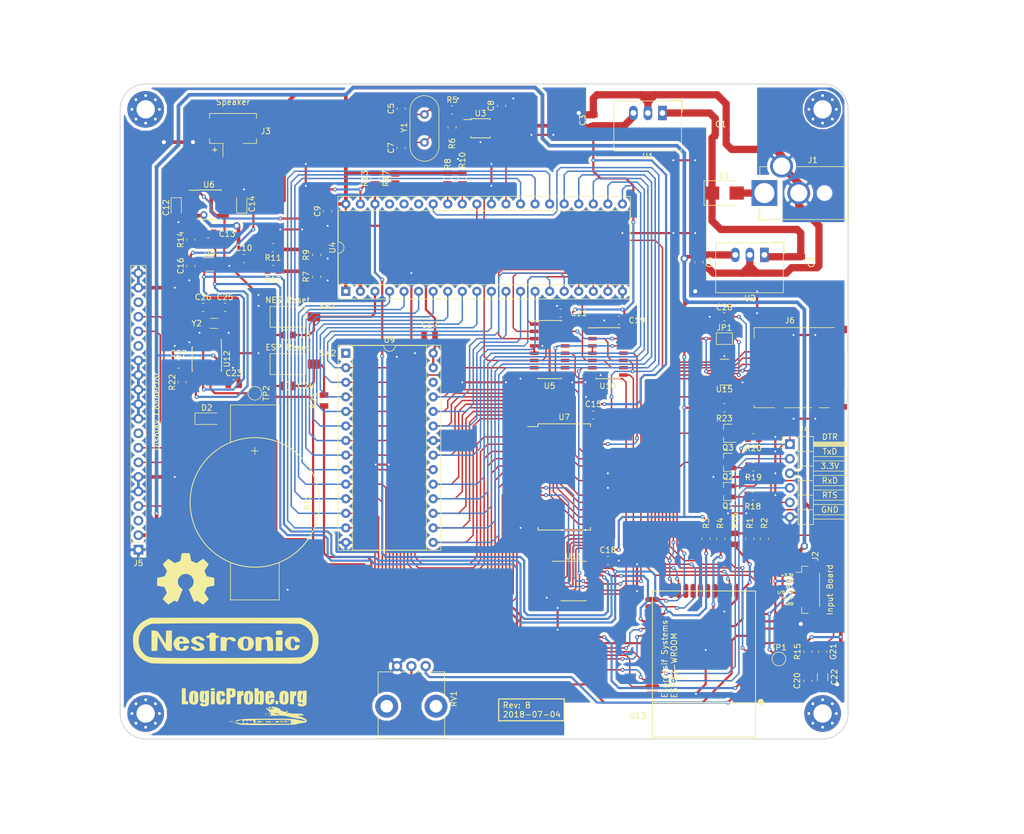
<source format=kicad_pcb>
(kicad_pcb (version 20171130) (host pcbnew 5.0.1-1.fc29)
  (title_block (title "Nestronic Game Music Synthesizer") (date 2018-07-04) (rev B) (company LogicProbe.org) (comment 1 "Derek Konigsberg"))
  (layers (0 F.Cu signal) (31 B.Cu signal) (34 B.Paste user) (35 F.Paste user) (36 B.SilkS user) (37 F.SilkS user) (38 B.Mask user) (39 F.Mask user) (44 Edge.Cuts user))
  (net 0 "")
  (net 1 GND)
  (net 2 "Net-(BT1-Pad1)")
  (net 3 "Net-(C1-Pad1)")
  (net 4 +5V)
  (net 5 +3V3)
  (net 6 "Net-(C5-Pad1)")
  (net 7 "/NES CPU/~RST")
  (net 8 "Net-(C7-Pad1)")
  (net 9 "Net-(C10-Pad1)")
  (net 10 "Net-(C10-Pad2)")
  (net 11 "Net-(C12-Pad1)")
  (net 12 "/NES CPU/SPK+")
  (net 13 "/ESP32 Microcontroller/EN")
  (net 14 "Net-(C24-Pad2)")
  (net 15 "Net-(C25-Pad2)")
  (net 16 "Net-(C26-Pad2)")
  (net 17 "Net-(C27-Pad2)")
  (net 18 "Net-(D1-Pad2)")
  (net 19 "Net-(D2-Pad1)")
  (net 20 "/ESP32 Microcontroller/SDA1")
  (net 21 "/ESP32 Microcontroller/SCL1")
  (net 22 "/ESP32 Microcontroller/I/O_INT")
  (net 23 "/ESP32 Microcontroller/I/O_TP")
  (net 24 "/NES CPU/SPK-")
  (net 25 "/ESP32 Microcontroller/DTR")
  (net 26 "/ESP32 Microcontroller/TXD")
  (net 27 "/ESP32 Microcontroller/RXD")
  (net 28 "/ESP32 Microcontroller/RTS")
  (net 29 "Net-(J5-Pad3)")
  (net 30 "/ESP32 Microcontroller/DISP_D/~C")
  (net 31 "/ESP32 Microcontroller/VSPI_SCK")
  (net 32 "/ESP32 Microcontroller/VSPI_MOSI")
  (net 33 "Net-(J5-Pad9)")
  (net 34 "Net-(J5-Pad15)")
  (net 35 "/ESP32 Microcontroller/DISP_~RES")
  (net 36 "/ESP32 Microcontroller/DISP_~CS")
  (net 37 "Net-(J5-Pad18)")
  (net 38 "/ESP32 Microcontroller/SD_~CD")
  (net 39 "Net-(J6-Pad8)")
  (net 40 "Net-(J6-Pad1)")
  (net 41 "Net-(J6-Pad2)")
  (net 42 "Net-(J6-Pad3)")
  (net 43 "Net-(J6-Pad5)")
  (net 44 "Net-(J6-Pad7)")
  (net 45 "Net-(JP1-Pad2)")
  (net 46 "/ESP32 Microcontroller/IO0")
  (net 47 "/ESP32 Microcontroller/IO2")
  (net 48 "/NES CPU/SDA")
  (net 49 "/NES CPU/SCL")
  (net 50 "Net-(R5-Pad1)")
  (net 51 "Net-(R12-Pad2)")
  (net 52 "Net-(R8-Pad2)")
  (net 53 "Net-(R11-Pad2)")
  (net 54 "/NES CPU/~IRQ")
  (net 55 "/NES CPU/OUT0")
  (net 56 "Net-(R14-Pad2)")
  (net 57 "/ESP32 Microcontroller/RTC_MFP")
  (net 58 "/ESP32 Microcontroller/VOL")
  (net 59 "Net-(U3-Pad5)")
  (net 60 "Net-(U3-Pad6)")
  (net 61 "/NES CPU/D7")
  (net 62 "/NES CPU/D6")
  (net 63 "/NES CPU/D5")
  (net 64 "/NES CPU/A0")
  (net 65 "/NES CPU/D4")
  (net 66 "/NES CPU/A1")
  (net 67 "/NES CPU/D3")
  (net 68 "/NES CPU/A2")
  (net 69 "/NES CPU/D2")
  (net 70 "/NES CPU/A3")
  (net 71 "/NES CPU/D1")
  (net 72 "/NES CPU/A4")
  (net 73 "/NES CPU/D0")
  (net 74 "/NES CPU/A5")
  (net 75 "/NES CPU/A6")
  (net 76 "/NES CPU/A7")
  (net 77 "/NES CPU/φ2")
  (net 78 "/NES CPU/A8")
  (net 79 "/NES CPU/A9")
  (net 80 "/NES CPU/A10")
  (net 81 "/NES CPU/R~W")
  (net 82 "/NES CPU/A11")
  (net 83 "Net-(U4-Pad35)")
  (net 84 "/NES CPU/A12")
  (net 85 "Net-(U4-Pad36)")
  (net 86 "/NES CPU/A13")
  (net 87 "Net-(U4-Pad37)")
  (net 88 "/NES CPU/A14")
  (net 89 "/NES CPU/A15")
  (net 90 "/NES CPU/Y7")
  (net 91 "Net-(U5-Pad10)")
  (net 92 "Net-(U5-Pad11)")
  (net 93 "/NES CPU/Y3")
  (net 94 "Net-(U5-Pad13)")
  (net 95 "Net-(U5-Pad14)")
  (net 96 "/NES CPU/Y0")
  (net 97 "Net-(U10-Pad3)")
  (net 98 "/NES CPU/~WR")
  (net 99 "/NES CPU/~RD")
  (net 100 "Net-(U10-Pad11)")
  (net 101 "Net-(U13-Pad32)")
  (net 102 "/ESP32 Microcontroller/SD_D1")
  (net 103 "/ESP32 Microcontroller/SD_CMD")
  (net 104 "Net-(U13-Pad22)")
  (net 105 "Net-(U13-Pad21)")
  (net 106 "Net-(U13-Pad20)")
  (net 107 "Net-(U13-Pad19)")
  (net 108 "Net-(U13-Pad18)")
  (net 109 "Net-(U13-Pad17)")
  (net 110 "/ESP32 Microcontroller/SD_D3")
  (net 111 "/ESP32 Microcontroller/SD_D2")
  (net 112 "/ESP32 Microcontroller/SD_CLK")
  (net 113 "Net-(U13-Pad5)")
  (net 114 "Net-(U13-Pad4)")
  (net 115 "Net-(U13-Pad6)")
  (net 116 "Net-(Q1-Pad1)")
  (net 117 "Net-(Q2-Pad1)")
  (net 118 "Net-(Q3-Pad1)")
  (net 119 "/NES CPU/Y6")
  (net 120 "/NES CPU/OUT1")
  (module lib_fp:Via_27mill (layer F.Cu) (at 104.267 99.441)
    (fp_text reference REF** hide)
    (fp_text value Via_27mill hide)
    (pad "" thru_hole circle (at 0 0) (size 0.6858 0.6858) (drill 0.3302) (layers *.Cu) (net 1 GND))
  )
  (module lib_fp:Via_27mill (layer F.Cu) (at 136.017 124.46)
    (fp_text reference REF** hide)
    (fp_text value Via_27mill hide)
    (pad "" thru_hole circle (at 0 0) (size 0.6858 0.6858) (drill 0.3302) (layers *.Cu) (net 1 GND))
  )
  (module lib_fp:Via_27mill (layer F.Cu) (at 136.017 128.27)
    (fp_text reference REF** hide)
    (fp_text value Via_27mill hide)
    (pad "" thru_hole circle (at 0 0) (size 0.6858 0.6858) (drill 0.3302) (layers *.Cu) (net 1 GND))
  )
  (module lib_fp:Via_27mill (layer F.Cu) (at 173.99 104.775)
    (fp_text reference REF** hide)
    (fp_text value Via_27mill hide)
    (pad "" thru_hole circle (at 0 0) (size 0.6858 0.6858) (drill 0.3302) (layers *.Cu) (net 1 GND))
  )
  (module lib_fp:Via_27mill (layer F.Cu) (at 173.99 97.155)
    (fp_text reference REF** hide)
    (fp_text value Via_27mill hide)
    (pad "" thru_hole circle (at 0 0) (size 0.6858 0.6858) (drill 0.3302) (layers *.Cu) (net 1 GND))
  )
  (module lib_fp:Via_27mill (layer F.Cu) (at 87.63 58.42)
    (fp_text reference REF** hide)
    (fp_text value Via_27mill hide)
    (pad "" thru_hole circle (at 0 0) (size 0.6858 0.6858) (drill 0.3302) (layers *.Cu) (net 1 GND))
  )
  (module lib_fp:Via_27mill (layer F.Cu) (at 91.44 58.42)
    (fp_text reference REF** hide)
    (fp_text value Via_27mill hide)
    (pad "" thru_hole circle (at 0 0) (size 0.6858 0.6858) (drill 0.3302) (layers *.Cu) (net 1 GND))
  )
  (module lib_fp:Via_27mill (layer F.Cu) (at 92.075 46.99)
    (fp_text reference REF** hide)
    (fp_text value Via_27mill hide)
    (pad "" thru_hole circle (at 0 0) (size 0.6858 0.6858) (drill 0.3302) (layers *.Cu) (net 1 GND))
  )
  (module lib_fp:Via_27mill (layer F.Cu) (at 92.075 50.8)
    (fp_text reference REF** hide)
    (fp_text value Via_27mill hide)
    (pad "" thru_hole circle (at 0 0) (size 0.6858 0.6858) (drill 0.3302) (layers *.Cu) (net 1 GND))
  )
  (module lib_fp:Via_27mill (layer F.Cu) (at 124.46 50.8)
    (fp_text reference REF** hide)
    (fp_text value Via_27mill hide)
    (pad "" thru_hole circle (at 0 0) (size 0.6858 0.6858) (drill 0.3302) (layers *.Cu) (net 1 GND))
  )
  (module lib_fp:Via_27mill (layer F.Cu) (at 124.46 46.99)
    (fp_text reference REF** hide)
    (fp_text value Via_27mill hide)
    (pad "" thru_hole circle (at 0 0) (size 0.6858 0.6858) (drill 0.3302) (layers *.Cu) (net 1 GND))
  )
  (module lib_fp:Via_27mill (layer F.Cu) (at 173.99 94.615)
    (fp_text reference REF** hide)
    (fp_text value Via_27mill hide)
    (pad "" thru_hole circle (at 0 0) (size 0.6858 0.6858) (drill 0.3302) (layers *.Cu) (net 1 GND))
  )
  (module lib_fp:BatteryHolder_BU2032SM-BT-GTR (layer F.Cu) (at 83.185 106.045 270)
    (fp_text reference BT1 (at 0 -9.2 270) (layer F.SilkS))
    (fp_text value Battery)
    (pad 2 smd rect (at 14.65 0 270) (size 3.2 4.2) (layers F.Cu F.Paste F.Mask) (net 1 GND))
    (pad 1 smd rect (at -14.65 0 270) (size 3.2 4.2) (layers F.Cu F.Paste F.Mask) (net 2 "Net-(BT1-Pad1)"))
  )
  (module Resistor_SMD:R_0805_2012Metric (layer F.Cu) (at 95.25 88.265 90)
    (fp_text reference R21 (at 0 -1.85 90) (layer F.SilkS))
    (fp_text value 470R)
    (pad 1 smd rect (at -0.955 0 90) (size 0.97 1.5) (layers F.Cu F.Paste F.Mask) (net 13 "/ESP32 Microcontroller/EN"))
    (pad 2 smd rect (at 0.955 0 90) (size 0.97 1.5) (layers F.Cu F.Paste F.Mask) (net 14 "Net-(C24-Pad2)"))
  )
  (module Capacitor_SMD:C_0805_2012Metric (layer F.Cu) (at 164.465 41.91)
    (fp_text reference C1 (at 0 -1.85) (layer F.SilkS))
    (fp_text value 10uF)
    (pad 1 smd rect (at -0.955 0) (size 0.97 1.5) (layers F.Cu F.Paste F.Mask) (net 3 "Net-(C1-Pad1)"))
    (pad 2 smd rect (at 0.955 0) (size 0.97 1.5) (layers F.Cu F.Paste F.Mask) (net 1 GND))
  )
  (module Capacitor_SMD:C_0805_2012Metric (layer F.Cu) (at 178.435 64.135 270)
    (fp_text reference C2 (at 0 -1.85 270) (layer F.SilkS))
    (fp_text value 10uF)
    (pad 1 smd rect (at -0.955 0 270) (size 0.97 1.5) (layers F.Cu F.Paste F.Mask) (net 3 "Net-(C1-Pad1)"))
    (pad 2 smd rect (at 0.955 0 270) (size 0.97 1.5) (layers F.Cu F.Paste F.Mask) (net 1 GND))
  )
  (module Capacitor_SMD:C_0805_2012Metric (layer F.Cu) (at 142.24 39.37 90)
    (fp_text reference C3 (at 0 -1.85 90) (layer F.SilkS))
    (fp_text value 10uF)
    (pad 1 smd rect (at -0.955 0 90) (size 0.97 1.5) (layers F.Cu F.Paste F.Mask) (net 4 +5V))
    (pad 2 smd rect (at 0.955 0 90) (size 0.97 1.5) (layers F.Cu F.Paste F.Mask) (net 1 GND))
  )
  (module Capacitor_SMD:C_0805_2012Metric (layer F.Cu) (at 160.655 64.135 270)
    (fp_text reference C4 (at 0 -1.85 270) (layer F.SilkS))
    (fp_text value 10uF)
    (pad 1 smd rect (at -0.955 0 270) (size 0.97 1.5) (layers F.Cu F.Paste F.Mask) (net 5 +3V3))
    (pad 2 smd rect (at 0.955 0 270) (size 0.97 1.5) (layers F.Cu F.Paste F.Mask) (net 1 GND))
  )
  (module Capacitor_SMD:C_0805_2012Metric (layer F.Cu) (at 108.712 37.338 90)
    (fp_text reference C5 (at 0 -1.778 90) (layer F.SilkS))
    (fp_text value 30pF)
    (pad 1 smd rect (at -0.955 0 90) (size 0.97 1.5) (layers F.Cu F.Paste F.Mask) (net 6 "Net-(C5-Pad1)"))
    (pad 2 smd rect (at 0.955 0 90) (size 0.97 1.5) (layers F.Cu F.Paste F.Mask) (net 1 GND))
  )
  (module Capacitor_Tantalum_SMD:CP_EIA-2012-12_Kemet-R (layer F.Cu) (at 88.9 76.835 180)
    (fp_text reference C6 (at -3.175 0 180) (layer F.SilkS))
    (fp_text value 0.47uF)
    (pad 1 smd rect (at -0.925 0 180) (size 1.07 1.1) (layers F.Cu F.Paste F.Mask) (net 7 "/NES CPU/~RST"))
    (pad 2 smd rect (at 0.925 0 180) (size 1.07 1.1) (layers F.Cu F.Paste F.Mask) (net 1 GND))
  )
  (module Capacitor_SMD:C_0805_2012Metric (layer F.Cu) (at 108.712 44.196 270)
    (fp_text reference C7 (at 0 1.778 270) (layer F.SilkS))
    (fp_text value 30pF)
    (pad 1 smd rect (at -0.955 0 270) (size 0.97 1.5) (layers F.Cu F.Paste F.Mask) (net 8 "Net-(C7-Pad1)"))
    (pad 2 smd rect (at 0.955 0 270) (size 0.97 1.5) (layers F.Cu F.Paste F.Mask) (net 1 GND))
  )
  (module Capacitor_SMD:C_0805_2012Metric (layer F.Cu) (at 126.238 36.83 90)
    (fp_text reference C8 (at 0 -1.85 90) (layer F.SilkS))
    (fp_text value 0.1uF)
    (pad 1 smd rect (at -0.955 0 90) (size 0.97 1.5) (layers F.Cu F.Paste F.Mask) (net 4 +5V))
    (pad 2 smd rect (at 0.955 0 90) (size 0.97 1.5) (layers F.Cu F.Paste F.Mask) (net 1 GND))
  )
  (module Capacitor_SMD:C_0805_2012Metric (layer F.Cu) (at 95.885 55.245 270)
    (fp_text reference C9 (at 0 1.778 270) (layer F.SilkS))
    (fp_text value 0.1uF)
    (pad 1 smd rect (at -0.955 0 270) (size 0.97 1.5) (layers F.Cu F.Paste F.Mask) (net 4 +5V))
    (pad 2 smd rect (at 0.955 0 270) (size 0.97 1.5) (layers F.Cu F.Paste F.Mask) (net 1 GND))
  )
  (module Capacitor_SMD:C_0805_2012Metric (layer F.Cu) (at 81.28 63.5)
    (fp_text reference C10 (at 0 -1.85) (layer F.SilkS))
    (fp_text value 0.33uF)
    (pad 1 smd rect (at -0.955 0) (size 0.97 1.5) (layers F.Cu F.Paste F.Mask) (net 9 "Net-(C10-Pad1)"))
    (pad 2 smd rect (at 0.955 0) (size 0.97 1.5) (layers F.Cu F.Paste F.Mask) (net 10 "Net-(C10-Pad2)"))
  )
  (module Capacitor_SMD:C_0805_2012Metric (layer F.Cu) (at 136.525 73.025 180)
    (fp_text reference C11 (at -3.175 0 180) (layer F.SilkS))
    (fp_text value 0.1uF)
    (pad 1 smd rect (at -0.955 0 180) (size 0.97 1.5) (layers F.Cu F.Paste F.Mask) (net 4 +5V))
    (pad 2 smd rect (at 0.955 0 180) (size 0.97 1.5) (layers F.Cu F.Paste F.Mask) (net 1 GND))
  )
  (module Capacitor_Tantalum_SMD:CP_EIA-2012-12_Kemet-R (layer F.Cu) (at 69.469 54.61 270)
    (fp_text reference C12 (at 0 1.778 270) (layer F.SilkS))
    (fp_text value 1uF)
    (pad 1 smd rect (at -0.925 0 270) (size 1.07 1.1) (layers F.Cu F.Paste F.Mask) (net 11 "Net-(C12-Pad1)"))
    (pad 2 smd rect (at 0.925 0 270) (size 1.07 1.1) (layers F.Cu F.Paste F.Mask) (net 1 GND))
  )
  (module Capacitor_SMD:C_0805_2012Metric (layer F.Cu) (at 75.057 59.182)
    (fp_text reference C13 (at 3.302 0) (layer F.SilkS))
    (fp_text value 30pF)
    (pad 1 smd rect (at -0.955 0) (size 0.97 1.5) (layers F.Cu F.Paste F.Mask) (net 9 "Net-(C10-Pad1)"))
    (pad 2 smd rect (at 0.955 0) (size 0.97 1.5) (layers F.Cu F.Paste F.Mask) (net 12 "/NES CPU/SPK+"))
  )
  (module Capacitor_Tantalum_SMD:CP_EIA-2012-12_Kemet-R (layer F.Cu) (at 80.899 53.848 90)
    (fp_text reference C14 (at -0.127 1.778 90) (layer F.SilkS))
    (fp_text value 1uF)
    (pad 1 smd rect (at -0.925 0 90) (size 1.07 1.1) (layers F.Cu F.Paste F.Mask) (net 4 +5V))
    (pad 2 smd rect (at 0.925 0 90) (size 1.07 1.1) (layers F.Cu F.Paste F.Mask) (net 1 GND))
  )
  (module Capacitor_SMD:C_0805_2012Metric (layer F.Cu) (at 142.24 90.805 180)
    (fp_text reference C15 (at 0 1.905 180) (layer F.SilkS))
    (fp_text value 0.1uF)
    (pad 1 smd rect (at -0.955 0 180) (size 0.97 1.5) (layers F.Cu F.Paste F.Mask) (net 4 +5V))
    (pad 2 smd rect (at 0.955 0 180) (size 0.97 1.5) (layers F.Cu F.Paste F.Mask) (net 1 GND))
  )
  (module Capacitor_SMD:C_0805_2012Metric (layer F.Cu) (at 72.009 64.77 270)
    (fp_text reference C16 (at 0 1.778 270) (layer F.SilkS))
    (fp_text value 0.1uF)
    (pad 1 smd rect (at -0.955 0 270) (size 0.97 1.5) (layers F.Cu F.Paste F.Mask) (net 4 +5V))
    (pad 2 smd rect (at 0.955 0 270) (size 0.97 1.5) (layers F.Cu F.Paste F.Mask) (net 1 GND))
  )
  (module Capacitor_SMD:C_0805_2012Metric (layer F.Cu) (at 113.665 76.835 180)
    (fp_text reference C17 (at 0 1.778 180) (layer F.SilkS))
    (fp_text value 0.1uF)
    (pad 1 smd rect (at -0.955 0 180) (size 0.97 1.5) (layers F.Cu F.Paste F.Mask) (net 4 +5V))
    (pad 2 smd rect (at 0.955 0 180) (size 0.97 1.5) (layers F.Cu F.Paste F.Mask) (net 1 GND))
  )
  (module Capacitor_SMD:C_0805_2012Metric (layer F.Cu) (at 144.78 116.205)
    (fp_text reference C18 (at 0 -1.85) (layer F.SilkS))
    (fp_text value 0.1uF)
    (pad 1 smd rect (at -0.955 0) (size 0.97 1.5) (layers F.Cu F.Paste F.Mask) (net 5 +3V3))
    (pad 2 smd rect (at 0.955 0) (size 0.97 1.5) (layers F.Cu F.Paste F.Mask) (net 1 GND))
  )
  (module Capacitor_SMD:C_0805_2012Metric (layer F.Cu) (at 146.685 74.295 180)
    (fp_text reference C19 (at -3.175 0 180) (layer F.SilkS))
    (fp_text value 0.1uF)
    (pad 1 smd rect (at -0.955 0 180) (size 0.97 1.5) (layers F.Cu F.Paste F.Mask) (net 4 +5V))
    (pad 2 smd rect (at 0.955 0 180) (size 0.97 1.5) (layers F.Cu F.Paste F.Mask) (net 1 GND))
  )
  (module Capacitor_SMD:C_0805_2012Metric (layer F.Cu) (at 179.705 137.16 270)
    (fp_text reference C20 (at 0 1.905 270) (layer F.SilkS))
    (fp_text value 1uF)
    (pad 1 smd rect (at -0.955 0 270) (size 0.97 1.5) (layers F.Cu F.Paste F.Mask) (net 5 +3V3))
    (pad 2 smd rect (at 0.955 0 270) (size 0.97 1.5) (layers F.Cu F.Paste F.Mask) (net 1 GND))
  )
  (module Capacitor_SMD:C_0805_2012Metric (layer F.Cu) (at 182.245 132.08 270)
    (fp_text reference C21 (at 0 -1.85 270) (layer F.SilkS))
    (fp_text value 0.1uF)
    (pad 1 smd rect (at -0.955 0 270) (size 0.97 1.5) (layers F.Cu F.Paste F.Mask) (net 13 "/ESP32 Microcontroller/EN"))
    (pad 2 smd rect (at 0.955 0 270) (size 0.97 1.5) (layers F.Cu F.Paste F.Mask) (net 1 GND))
  )
  (module Capacitor_SMD:C_1206_3216Metric (layer F.Cu) (at 182.245 136.525 270)
    (fp_text reference C22 (at 0 -2.05 270) (layer F.SilkS))
    (fp_text value 100uF)
    (pad 1 smd rect (at -1.505 0 270) (size 1.07 1.8) (layers F.Cu F.Paste F.Mask) (net 5 +3V3))
    (pad 2 smd rect (at 1.505 0 270) (size 1.07 1.8) (layers F.Cu F.Paste F.Mask) (net 1 GND))
  )
  (module Capacitor_SMD:C_0805_2012Metric (layer F.Cu) (at 79.502 85.344)
    (fp_text reference C23 (at 0 -1.85) (layer F.SilkS))
    (fp_text value 0.1uF)
    (pad 1 smd rect (at -0.955 0) (size 0.97 1.5) (layers F.Cu F.Paste F.Mask) (net 5 +3V3))
    (pad 2 smd rect (at 0.955 0) (size 0.97 1.5) (layers F.Cu F.Paste F.Mask) (net 1 GND))
  )
  (module Capacitor_SMD:C_0805_2012Metric (layer F.Cu) (at 88.9 85.725)
    (fp_text reference C24 (at 3.175 0) (layer F.SilkS))
    (fp_text value 1nF)
    (pad 1 smd rect (at -0.955 0) (size 0.97 1.5) (layers F.Cu F.Paste F.Mask) (net 1 GND))
    (pad 2 smd rect (at 0.955 0) (size 0.97 1.5) (layers F.Cu F.Paste F.Mask) (net 14 "Net-(C24-Pad2)"))
  )
  (module Capacitor_SMD:C_0805_2012Metric (layer F.Cu) (at 77.978 72.009 180)
    (fp_text reference C25 (at 0 1.778 180) (layer F.SilkS))
    (fp_text value 10pF)
    (pad 1 smd rect (at -0.955 0 180) (size 0.97 1.5) (layers F.Cu F.Paste F.Mask) (net 1 GND))
    (pad 2 smd rect (at 0.955 0 180) (size 0.97 1.5) (layers F.Cu F.Paste F.Mask) (net 15 "Net-(C25-Pad2)"))
  )
  (module Capacitor_SMD:C_0805_2012Metric (layer F.Cu) (at 74.168 72.009)
    (fp_text reference C26 (at 0 -1.778) (layer F.SilkS))
    (fp_text value 12pF)
    (pad 1 smd rect (at -0.955 0) (size 0.97 1.5) (layers F.Cu F.Paste F.Mask) (net 1 GND))
    (pad 2 smd rect (at 0.955 0) (size 0.97 1.5) (layers F.Cu F.Paste F.Mask) (net 16 "Net-(C26-Pad2)"))
  )
  (module Capacitor_SMD:C_0805_2012Metric (layer F.Cu) (at 69.85 81.915)
    (fp_text reference C27 (at 0 -1.85) (layer F.SilkS))
    (fp_text value 100pF)
    (pad 1 smd rect (at -0.955 0) (size 0.97 1.5) (layers F.Cu F.Paste F.Mask) (net 1 GND))
    (pad 2 smd rect (at 0.955 0) (size 0.97 1.5) (layers F.Cu F.Paste F.Mask) (net 17 "Net-(C27-Pad2)"))
  )
  (module Capacitor_SMD:C_0805_2012Metric (layer F.Cu) (at 165.1 73.66 180)
    (fp_text reference C28 (at 0 1.651 180) (layer F.SilkS))
    (fp_text value 10uF)
    (pad 1 smd rect (at -0.955 0 180) (size 0.97 1.5) (layers F.Cu F.Paste F.Mask) (net 5 +3V3))
    (pad 2 smd rect (at 0.955 0 180) (size 0.97 1.5) (layers F.Cu F.Paste F.Mask) (net 1 GND))
  )
  (module Diode_SMD:D_SMB (layer F.Cu) (at 165.1 52.07)
    (fp_text reference D1 (at 0 -3) (layer F.SilkS))
    (fp_text value D)
    (pad 1 smd rect (at -2.15 0) (size 2.5 2.3) (layers F.Cu F.Paste F.Mask) (net 3 "Net-(C1-Pad1)"))
    (pad 2 smd rect (at 2.15 0) (size 2.5 2.3) (layers F.Cu F.Paste F.Mask) (net 18 "Net-(D1-Pad2)"))
  )
  (module Diode_SMD:D_SOD-123F (layer F.Cu) (at 74.93 91.44)
    (fp_text reference D2 (at -0.127 -1.905) (layer F.SilkS))
    (fp_text value D_Schottky)
    (pad 1 smd rect (at -1.4 0) (size 1.1 1.1) (layers F.Cu F.Paste F.Mask) (net 19 "Net-(D2-Pad1)"))
    (pad 2 smd rect (at 1.4 0) (size 1.1 1.1) (layers F.Cu F.Paste F.Mask) (net 2 "Net-(BT1-Pad1)"))
  )
  (module lib_fp:BarrelJack_CUI_PJ-058AH_Horizontal (layer F.Cu) (at 172.085 52.07 90)
    (fp_text reference J1 (at 5.75 8.45 180) (layer F.SilkS))
    (fp_text value "Power Jack")
    (pad 1 thru_hole rect (at 0 0 90) (size 4.5 4.5) (drill 3.5) (layers *.Cu *.Mask) (net 18 "Net-(D1-Pad2)"))
    (pad 2 thru_hole circle (at 0 6 90) (size 4 4) (drill 3) (layers *.Cu *.Mask) (net 1 GND))
    (pad 3 thru_hole circle (at 4.7 3 90) (size 4 4) (drill 3) (layers *.Cu *.Mask) (net 1 GND))
    (pad "" np_thru_hole circle (at 0 10.5 90) (size 2.2 2.2) (drill 2.2) (layers *.Cu *.Mask))
  )
  (module Connector_PinHeader_2.54mm:PinHeader_1x06_P2.54mm_Horizontal (layer F.Cu) (at 176.53 95.885)
    (fp_text reference J4 (at 2.54 -2.54) (layer F.SilkS))
    (fp_text value Program)
    (pad 1 thru_hole rect (at 0 0) (size 1.7 1.7) (drill 1) (layers *.Cu *.Mask) (net 25 "/ESP32 Microcontroller/DTR"))
    (pad 2 thru_hole oval (at 0 2.54) (size 1.7 1.7) (drill 1) (layers *.Cu *.Mask) (net 26 "/ESP32 Microcontroller/TXD"))
    (pad 3 thru_hole oval (at 0 5.08) (size 1.7 1.7) (drill 1) (layers *.Cu *.Mask) (net 5 +3V3))
    (pad 4 thru_hole oval (at 0 7.62) (size 1.7 1.7) (drill 1) (layers *.Cu *.Mask) (net 27 "/ESP32 Microcontroller/RXD"))
    (pad 5 thru_hole oval (at 0 10.16) (size 1.7 1.7) (drill 1) (layers *.Cu *.Mask) (net 28 "/ESP32 Microcontroller/RTS"))
    (pad 6 thru_hole oval (at 0 12.7) (size 1.7 1.7) (drill 1) (layers *.Cu *.Mask) (net 1 GND))
  )
  (module Connector_PinHeader_2.54mm:PinHeader_1x20_P2.54mm_Vertical (layer F.Cu) (at 62.865 114.3 180)
    (fp_text reference J5 (at 0 -2.33 180) (layer F.SilkS))
    (fp_text value "NHD OLED Connector")
    (pad 1 thru_hole rect (at 0 0 180) (size 1.7 1.7) (drill 1) (layers *.Cu *.Mask) (net 1 GND))
    (pad 2 thru_hole oval (at 0 2.54 180) (size 1.7 1.7) (drill 1) (layers *.Cu *.Mask) (net 5 +3V3))
    (pad 3 thru_hole oval (at 0 5.08 180) (size 1.7 1.7) (drill 1) (layers *.Cu *.Mask) (net 29 "Net-(J5-Pad3)"))
    (pad 4 thru_hole oval (at 0 7.62 180) (size 1.7 1.7) (drill 1) (layers *.Cu *.Mask) (net 30 "/ESP32 Microcontroller/DISP_D/~C"))
    (pad 5 thru_hole oval (at 0 10.16 180) (size 1.7 1.7) (drill 1) (layers *.Cu *.Mask) (net 1 GND))
    (pad 6 thru_hole oval (at 0 12.7 180) (size 1.7 1.7) (drill 1) (layers *.Cu *.Mask) (net 1 GND))
    (pad 7 thru_hole oval (at 0 15.24 180) (size 1.7 1.7) (drill 1) (layers *.Cu *.Mask) (net 31 "/ESP32 Microcontroller/VSPI_SCK"))
    (pad 8 thru_hole oval (at 0 17.78 180) (size 1.7 1.7) (drill 1) (layers *.Cu *.Mask) (net 32 "/ESP32 Microcontroller/VSPI_MOSI"))
    (pad 9 thru_hole oval (at 0 20.32 180) (size 1.7 1.7) (drill 1) (layers *.Cu *.Mask) (net 33 "Net-(J5-Pad9)"))
    (pad 10 thru_hole oval (at 0 22.86 180) (size 1.7 1.7) (drill 1) (layers *.Cu *.Mask) (net 1 GND))
    (pad 11 thru_hole oval (at 0 25.4 180) (size 1.7 1.7) (drill 1) (layers *.Cu *.Mask) (net 1 GND))
    (pad 12 thru_hole oval (at 0 27.94 180) (size 1.7 1.7) (drill 1) (layers *.Cu *.Mask) (net 1 GND))
    (pad 13 thru_hole oval (at 0 30.48 180) (size 1.7 1.7) (drill 1) (layers *.Cu *.Mask) (net 1 GND))
    (pad 14 thru_hole oval (at 0 33.02 180) (size 1.7 1.7) (drill 1) (layers *.Cu *.Mask) (net 1 GND))
    (pad 15 thru_hole oval (at 0 35.56 180) (size 1.7 1.7) (drill 1) (layers *.Cu *.Mask) (net 34 "Net-(J5-Pad15)"))
    (pad 16 thru_hole oval (at 0 38.1 180) (size 1.7 1.7) (drill 1) (layers *.Cu *.Mask) (net 35 "/ESP32 Microcontroller/DISP_~RES"))
    (pad 17 thru_hole oval (at 0 40.64 180) (size 1.7 1.7) (drill 1) (layers *.Cu *.Mask) (net 36 "/ESP32 Microcontroller/DISP_~CS"))
    (pad 18 thru_hole oval (at 0 43.18 180) (size 1.7 1.7) (drill 1) (layers *.Cu *.Mask) (net 37 "Net-(J5-Pad18)"))
    (pad 19 thru_hole oval (at 0 45.72 180) (size 1.7 1.7) (drill 1) (layers *.Cu *.Mask) (net 1 GND))
    (pad 20 thru_hole oval (at 0 48.26 180) (size 1.7 1.7) (drill 1) (layers *.Cu *.Mask) (net 1 GND))
  )
  (module lib_fp:microSD_HC_Hirose_DM3AT-SF-PEJM5 (layer F.Cu) (at 178.181 82.55 90)
    (fp_text reference J6 (at 8.255 -1.651 180) (layer F.SilkS))
    (fp_text value "microSD Socket")
    (pad 9 smd rect (at -5.875 -7.725 90) (size 0.7 1.2) (layers F.Cu F.Paste F.Mask) (net 38 "/ESP32 Microcontroller/SD_~CD"))
    (pad 8 smd rect (at -4.925 -7.725 90) (size 0.7 1.2) (layers F.Cu F.Paste F.Mask) (net 39 "Net-(J6-Pad8)"))
    (pad 1 smd rect (at 2.775 -7.725 90) (size 0.7 1.2) (layers F.Cu F.Paste F.Mask) (net 40 "Net-(J6-Pad1)"))
    (pad 2 smd rect (at 1.675 -7.725 90) (size 0.7 1.2) (layers F.Cu F.Paste F.Mask) (net 41 "Net-(J6-Pad2)"))
    (pad 3 smd rect (at 0.575 -7.725 90) (size 0.7 1.2) (layers F.Cu F.Paste F.Mask) (net 42 "Net-(J6-Pad3)"))
    (pad 4 smd rect (at -0.525 -7.725 90) (size 0.7 1.2) (layers F.Cu F.Paste F.Mask) (net 5 +3V3))
    (pad 5 smd rect (at -1.625 -7.725 90) (size 0.7 1.2) (layers F.Cu F.Paste F.Mask) (net 43 "Net-(J6-Pad5)"))
    (pad 6 smd rect (at -2.725 -7.725 90) (size 0.7 1.2) (layers F.Cu F.Paste F.Mask) (net 1 GND))
    (pad 7 smd rect (at -3.825 -7.725 90) (size 0.7 1.2) (layers F.Cu F.Paste F.Mask) (net 44 "Net-(J6-Pad7)"))
    (pad 11 smd rect (at 4.325 -7.725 90) (size 1 1.2) (layers F.Cu F.Paste F.Mask) (net 1 GND))
    (pad 11 smd rect (at -6.825 -3.425 90) (size 1 1.2) (layers F.Cu F.Paste F.Mask) (net 1 GND))
    (pad 10 smd rect (at -6.825 2.775 90) (size 1 0.8) (layers F.Cu F.Paste F.Mask) (net 1 GND))
    (pad 11 smd rect (at -6.825 6.925 90) (size 1 2.8) (layers F.Cu F.Paste F.Mask) (net 1 GND))
    (pad 11 smd rect (at 6.675 7.375 90) (size 1.3 1.9) (layers F.Cu F.Paste F.Mask) (net 1 GND))
  )
  (module lib_fp:SolderJumper-2_P1.3mm_Open_Pad1.0x1.5mm (layer F.Cu) (at 165.1 77.47)
    (fp_text reference JP1 (at 0 -1.905) (layer F.SilkS))
    (fp_text value Jumper)
    (pad 2 smd rect (at 0.65 0) (size 1 1.5) (layers F.Cu F.Mask) (net 45 "Net-(JP1-Pad2)"))
    (pad 1 smd rect (at -0.65 0) (size 1 1.5) (layers F.Cu F.Mask) (net 5 +3V3))
  )
  (module Package_TO_SOT_SMD:SOT-23 (layer F.Cu) (at 165.735 104.14 180)
    (fp_text reference Q1 (at 0 -2.5 180) (layer F.SilkS))
    (fp_text value SS8050)
    (pad 1 smd rect (at -1 -0.95 180) (size 0.9 0.8) (layers F.Cu F.Paste F.Mask) (net 116 "Net-(Q1-Pad1)"))
    (pad 2 smd rect (at -1 0.95 180) (size 0.9 0.8) (layers F.Cu F.Paste F.Mask) (net 28 "/ESP32 Microcontroller/RTS"))
    (pad 3 smd rect (at 1 0 180) (size 0.9 0.8) (layers F.Cu F.Paste F.Mask) (net 13 "/ESP32 Microcontroller/EN"))
  )
  (module Package_TO_SOT_SMD:SOT-23 (layer F.Cu) (at 165.735 99.06 180)
    (fp_text reference Q2 (at 0 -2.5 180) (layer F.SilkS))
    (fp_text value SS8050)
    (pad 1 smd rect (at -1 -0.95 180) (size 0.9 0.8) (layers F.Cu F.Paste F.Mask) (net 117 "Net-(Q2-Pad1)"))
    (pad 2 smd rect (at -1 0.95 180) (size 0.9 0.8) (layers F.Cu F.Paste F.Mask) (net 25 "/ESP32 Microcontroller/DTR"))
    (pad 3 smd rect (at 1 0 180) (size 0.9 0.8) (layers F.Cu F.Paste F.Mask) (net 46 "/ESP32 Microcontroller/IO0"))
  )
  (module Package_TO_SOT_SMD:SOT-23 (layer F.Cu) (at 165.735 93.98 180)
    (fp_text reference Q3 (at 0 -2.5 180) (layer F.SilkS))
    (fp_text value SS8050)
    (pad 1 smd rect (at -1 -0.95 180) (size 0.9 0.8) (layers F.Cu F.Paste F.Mask) (net 118 "Net-(Q3-Pad1)"))
    (pad 2 smd rect (at -1 0.95 180) (size 0.9 0.8) (layers F.Cu F.Paste F.Mask) (net 25 "/ESP32 Microcontroller/DTR"))
    (pad 3 smd rect (at 1 0 180) (size 0.9 0.8) (layers F.Cu F.Paste F.Mask) (net 47 "/ESP32 Microcontroller/IO2"))
  )
  (module Resistor_SMD:R_0805_2012Metric (layer F.Cu) (at 169.545 112.395 270)
    (fp_text reference R1 (at -2.7305 0 270) (layer F.SilkS))
    (fp_text value 2k)
    (pad 1 smd rect (at -0.955 0 270) (size 0.97 1.5) (layers F.Cu F.Paste F.Mask) (net 5 +3V3))
    (pad 2 smd rect (at 0.955 0 270) (size 0.97 1.5) (layers F.Cu F.Paste F.Mask) (net 20 "/ESP32 Microcontroller/SDA1"))
  )
  (module Resistor_SMD:R_0805_2012Metric (layer F.Cu) (at 172.085 112.395 270)
    (fp_text reference R2 (at -2.7305 0 270) (layer F.SilkS))
    (fp_text value 2k)
    (pad 1 smd rect (at -0.955 0 270) (size 0.97 1.5) (layers F.Cu F.Paste F.Mask) (net 5 +3V3))
    (pad 2 smd rect (at 0.955 0 270) (size 0.97 1.5) (layers F.Cu F.Paste F.Mask) (net 21 "/ESP32 Microcontroller/SCL1"))
  )
  (module Resistor_SMD:R_0805_2012Metric (layer F.Cu) (at 161.925 112.395 270)
    (fp_text reference R3 (at -2.7305 0 270) (layer F.SilkS))
    (fp_text value 2k)
    (pad 1 smd rect (at -0.955 0 270) (size 0.97 1.5) (layers F.Cu F.Paste F.Mask) (net 5 +3V3))
    (pad 2 smd rect (at 0.955 0 270) (size 0.97 1.5) (layers F.Cu F.Paste F.Mask) (net 48 "/NES CPU/SDA"))
  )
  (module Resistor_SMD:R_0805_2012Metric (layer F.Cu) (at 164.465 112.395 270)
    (fp_text reference R4 (at -2.7305 0.0635 270) (layer F.SilkS))
    (fp_text value 2k)
    (pad 1 smd rect (at -0.955 0 270) (size 0.97 1.5) (layers F.Cu F.Paste F.Mask) (net 5 +3V3))
    (pad 2 smd rect (at 0.955 0 270) (size 0.97 1.5) (layers F.Cu F.Paste F.Mask) (net 49 "/NES CPU/SCL"))
  )
  (module Resistor_SMD:R_0805_2012Metric (layer F.Cu) (at 117.602 37.592 180)
    (fp_text reference R5 (at 0 1.778 180) (layer F.SilkS))
    (fp_text value 1k)
    (pad 1 smd rect (at -0.955 0 180) (size 0.97 1.5) (layers F.Cu F.Paste F.Mask) (net 50 "Net-(R5-Pad1)"))
    (pad 2 smd rect (at 0.955 0 180) (size 0.97 1.5) (layers F.Cu F.Paste F.Mask) (net 6 "Net-(C5-Pad1)"))
  )
  (module Resistor_SMD:R_0805_2012Metric (layer F.Cu) (at 117.602 40.64 270)
    (fp_text reference R6 (at 2.794 0 270) (layer F.SilkS))
    (fp_text value 2.2M)
    (pad 1 smd rect (at -0.955 0 270) (size 0.97 1.5) (layers F.Cu F.Paste F.Mask) (net 50 "Net-(R5-Pad1)"))
    (pad 2 smd rect (at 0.955 0 270) (size 0.97 1.5) (layers F.Cu F.Paste F.Mask) (net 8 "Net-(C7-Pad1)"))
  )
  (module Resistor_SMD:R_0805_2012Metric (layer F.Cu) (at 93.98 66.675 90)
    (fp_text reference R7 (at 0 -1.85 90) (layer F.SilkS))
    (fp_text value 100)
    (pad 1 smd rect (at -0.955 0 90) (size 0.97 1.5) (layers F.Cu F.Paste F.Mask) (net 1 GND))
    (pad 2 smd rect (at 0.955 0 90) (size 0.97 1.5) (layers F.Cu F.Paste F.Mask) (net 51 "Net-(R12-Pad2)"))
  )
  (module Resistor_SMD:R_0805_2012Metric (layer F.Cu) (at 116.84 49.53 270)
    (fp_text reference R8 (at -2.54 0 270) (layer F.SilkS))
    (fp_text value 4.7k)
    (pad 1 smd rect (at -0.955 0 270) (size 0.97 1.5) (layers F.Cu F.Paste F.Mask) (net 4 +5V))
    (pad 2 smd rect (at 0.955 0 270) (size 0.97 1.5) (layers F.Cu F.Paste F.Mask) (net 52 "Net-(R8-Pad2)"))
  )
  (module Resistor_SMD:R_0805_2012Metric (layer F.Cu) (at 93.98 62.865 90)
    (fp_text reference R9 (at 0 -1.85 90) (layer F.SilkS))
    (fp_text value 100)
    (pad 1 smd rect (at -0.955 0 90) (size 0.97 1.5) (layers F.Cu F.Paste F.Mask) (net 1 GND))
    (pad 2 smd rect (at 0.955 0 90) (size 0.97 1.5) (layers F.Cu F.Paste F.Mask) (net 53 "Net-(R11-Pad2)"))
  )
  (module Resistor_SMD:R_0805_2012Metric (layer F.Cu) (at 119.38 49.53 90)
    (fp_text reference R10 (at 3.175 0 90) (layer F.SilkS))
    (fp_text value 4.7k)
    (pad 1 smd rect (at -0.955 0 90) (size 0.97 1.5) (layers F.Cu F.Paste F.Mask) (net 54 "/NES CPU/~IRQ"))
    (pad 2 smd rect (at 0.955 0 90) (size 0.97 1.5) (layers F.Cu F.Paste F.Mask) (net 4 +5V))
  )
  (module Resistor_SMD:R_0805_2012Metric (layer F.Cu) (at 86.36 61.595)
    (fp_text reference R11 (at 0 1.778) (layer F.SilkS))
    (fp_text value 12k)
    (pad 1 smd rect (at -0.955 0) (size 0.97 1.5) (layers F.Cu F.Paste F.Mask) (net 10 "Net-(C10-Pad2)"))
    (pad 2 smd rect (at 0.955 0) (size 0.97 1.5) (layers F.Cu F.Paste F.Mask) (net 53 "Net-(R11-Pad2)"))
  )
  (module Resistor_SMD:R_0805_2012Metric (layer F.Cu) (at 86.36 65.405)
    (fp_text reference R12 (at 0 1.778) (layer F.SilkS))
    (fp_text value 20k)
    (pad 1 smd rect (at -0.955 0) (size 0.97 1.5) (layers F.Cu F.Paste F.Mask) (net 10 "Net-(C10-Pad2)"))
    (pad 2 smd rect (at 0.955 0) (size 0.97 1.5) (layers F.Cu F.Paste F.Mask) (net 51 "Net-(R12-Pad2)"))
  )
  (module Resistor_SMD:R_0805_2012Metric (layer F.Cu) (at 104.14 49.53 90)
    (fp_text reference R13 (at 0 -1.778 90) (layer F.SilkS))
    (fp_text value 20k)
    (pad 1 smd rect (at -0.955 0 90) (size 0.97 1.5) (layers F.Cu F.Paste F.Mask) (net 55 "/NES CPU/OUT0"))
    (pad 2 smd rect (at 0.955 0 90) (size 0.97 1.5) (layers F.Cu F.Paste F.Mask) (net 4 +5V))
  )
  (module Resistor_SMD:R_0805_2012Metric (layer F.Cu) (at 72.009 60.198 270)
    (fp_text reference R14 (at 0 1.778 270) (layer F.SilkS))
    (fp_text value 4.7k)
    (pad 1 smd rect (at -0.955 0 270) (size 0.97 1.5) (layers F.Cu F.Paste F.Mask) (net 9 "Net-(C10-Pad1)"))
    (pad 2 smd rect (at 0.955 0 270) (size 0.97 1.5) (layers F.Cu F.Paste F.Mask) (net 56 "Net-(R14-Pad2)"))
  )
  (module Resistor_SMD:R_0805_2012Metric (layer F.Cu) (at 179.705 132.08 90)
    (fp_text reference R15 (at 0 -1.85 90) (layer F.SilkS))
    (fp_text value 12k)
    (pad 1 smd rect (at -0.955 0 90) (size 0.97 1.5) (layers F.Cu F.Paste F.Mask) (net 13 "/ESP32 Microcontroller/EN"))
    (pad 2 smd rect (at 0.955 0 90) (size 0.97 1.5) (layers F.Cu F.Paste F.Mask) (net 5 +3V3))
  )
  (module Resistor_SMD:R_0805_2012Metric (layer F.Cu) (at 167.005 112.395 90)
    (fp_text reference R16 (at 3.175 0 90) (layer F.SilkS))
    (fp_text value 10k)
    (pad 1 smd rect (at -0.955 0 90) (size 0.97 1.5) (layers F.Cu F.Paste F.Mask) (net 57 "/ESP32 Microcontroller/RTC_MFP"))
    (pad 2 smd rect (at 0.955 0 90) (size 0.97 1.5) (layers F.Cu F.Paste F.Mask) (net 5 +3V3))
  )
  (module Resistor_SMD:R_0805_2012Metric (layer F.Cu) (at 170.053 104.902 180)
    (fp_text reference R18 (at 0 -1.85 180) (layer F.SilkS))
    (fp_text value 100k)
    (pad 1 smd rect (at -0.955 0 180) (size 0.97 1.5) (layers F.Cu F.Paste F.Mask) (net 25 "/ESP32 Microcontroller/DTR"))
    (pad 2 smd rect (at 0.955 0 180) (size 0.97 1.5) (layers F.Cu F.Paste F.Mask) (net 116 "Net-(Q1-Pad1)"))
  )
  (module Resistor_SMD:R_0805_2012Metric (layer F.Cu) (at 170.18 99.822 180)
    (fp_text reference R19 (at 0 -1.85 180) (layer F.SilkS))
    (fp_text value 100k)
    (pad 1 smd rect (at -0.955 0 180) (size 0.97 1.5) (layers F.Cu F.Paste F.Mask) (net 28 "/ESP32 Microcontroller/RTS"))
    (pad 2 smd rect (at 0.955 0 180) (size 0.97 1.5) (layers F.Cu F.Paste F.Mask) (net 117 "Net-(Q2-Pad1)"))
  )
  (module Resistor_SMD:R_0805_2012Metric (layer F.Cu) (at 170.18 94.742 180)
    (fp_text reference R20 (at 0 -1.85 180) (layer F.SilkS))
    (fp_text value 100k)
    (pad 1 smd rect (at -0.955 0 180) (size 0.97 1.5) (layers F.Cu F.Paste F.Mask) (net 28 "/ESP32 Microcontroller/RTS"))
    (pad 2 smd rect (at 0.955 0 180) (size 0.97 1.5) (layers F.Cu F.Paste F.Mask) (net 118 "Net-(Q3-Pad1)"))
  )
  (module Resistor_SMD:R_0805_2012Metric (layer F.Cu) (at 70.485 85.09 270)
    (fp_text reference R22 (at 0 1.7145 270) (layer F.SilkS))
    (fp_text value 1k)
    (pad 1 smd rect (at -0.955 0 270) (size 0.97 1.5) (layers F.Cu F.Paste F.Mask) (net 17 "Net-(C27-Pad2)"))
    (pad 2 smd rect (at 0.955 0 270) (size 0.97 1.5) (layers F.Cu F.Paste F.Mask) (net 19 "Net-(D2-Pad1)"))
  )
  (module Resistor_SMD:R_0805_2012Metric (layer F.Cu) (at 165.1 89.535 180)
    (fp_text reference R23 (at 0 -1.85 180) (layer F.SilkS))
    (fp_text value 10k)
    (pad 1 smd rect (at -0.955 0 180) (size 0.97 1.5) (layers F.Cu F.Paste F.Mask) (net 38 "/ESP32 Microcontroller/SD_~CD"))
    (pad 2 smd rect (at 0.955 0 180) (size 0.97 1.5) (layers F.Cu F.Paste F.Mask) (net 5 +3V3))
  )
  (module lib_fp:Potentiometer_TT_P090S_Single_Vertical (layer F.Cu) (at 110.49 141.605 270)
    (fp_text reference RV1 (at -1.3 -7.4 270) (layer F.SilkS))
    (fp_text value POT)
    (pad 3 thru_hole circle (at -7 2.5 270) (size 1.8 1.8) (drill 1) (layers *.Cu *.Mask) (net 1 GND))
    (pad 2 thru_hole circle (at -7 0 270) (size 1.8 1.8) (drill 1) (layers *.Cu *.Mask) (net 58 "/ESP32 Microcontroller/VOL"))
    (pad 1 thru_hole circle (at -7 -2.5 270) (size 1.8 1.8) (drill 1) (layers *.Cu *.Mask) (net 5 +3V3))
    (pad "" np_thru_hole circle (at 0 -4.3 270) (size 4 4) (drill 2.2) (layers *.Cu *.Mask))
    (pad "" np_thru_hole circle (at 0 4.3 270) (size 4 4) (drill 2.2) (layers *.Cu *.Mask))
  )
  (module Button_Switch_SMD:SW_SPST_FSMSM (layer F.Cu) (at 88.9 73.66)
    (fp_text reference SW1 (at 6.985 -1.905) (layer F.SilkS))
    (fp_text value "NES Reset")
    (pad 1 smd rect (at -4.59 0) (size 2.18 1.6) (layers F.Cu F.Paste F.Mask) (net 1 GND))
    (pad 2 smd rect (at 4.59 0) (size 2.18 1.6) (layers F.Cu F.Paste F.Mask) (net 7 "/NES CPU/~RST"))
  )
  (module Button_Switch_SMD:SW_SPST_FSMSM (layer F.Cu) (at 88.9 81.915)
    (fp_text reference SW2 (at 6.985 -1.905) (layer F.SilkS))
    (fp_text value "ESP Reset")
    (pad 1 smd rect (at -4.59 0) (size 2.18 1.6) (layers F.Cu F.Paste F.Mask) (net 1 GND))
    (pad 2 smd rect (at 4.59 0) (size 2.18 1.6) (layers F.Cu F.Paste F.Mask) (net 14 "Net-(C24-Pad2)"))
  )
  (module TestPoint:TestPoint_Pad_D2.0mm (layer F.Cu) (at 174.625 133.35)
    (fp_text reference TP1 (at 0 -1.998) (layer F.SilkS))
    (fp_text value V_REF)
    (pad 1 smd circle (at 0 0) (size 2 2) (layers F.Cu F.Mask) (net 22 "/ESP32 Microcontroller/I/O_INT"))
  )
  (module TestPoint:TestPoint_Pad_D2.0mm (layer F.Cu) (at 83.185 86.995 270)
    (fp_text reference TP2 (at 0 -1.998 270) (layer F.SilkS))
    (fp_text value C_REF)
    (pad 1 smd circle (at 0 0 270) (size 2 2) (layers F.Cu F.Mask) (net 57 "/ESP32 Microcontroller/RTC_MFP"))
  )
  (module Package_SO:MSOP-8_3x3mm_P0.65mm (layer F.Cu) (at 122.555 40.767)
    (fp_text reference U3 (at 0 -2.6) (layer F.SilkS))
    (fp_text value 74LVC1404)
    (pad 1 smd rect (at -2.2 -0.975) (size 1.45 0.45) (layers F.Cu F.Paste F.Mask) (net 4 +5V))
    (pad 2 smd rect (at -2.2 -0.325) (size 1.45 0.45) (layers F.Cu F.Paste F.Mask) (net 50 "Net-(R5-Pad1)"))
    (pad 3 smd rect (at -2.2 0.325) (size 1.45 0.45) (layers F.Cu F.Paste F.Mask) (net 8 "Net-(C7-Pad1)"))
    (pad 4 smd rect (at -2.2 0.975) (size 1.45 0.45) (layers F.Cu F.Paste F.Mask) (net 1 GND))
    (pad 5 smd rect (at 2.2 0.975) (size 1.45 0.45) (layers F.Cu F.Paste F.Mask) (net 59 "Net-(U3-Pad5)"))
    (pad 6 smd rect (at 2.2 0.325) (size 1.45 0.45) (layers F.Cu F.Paste F.Mask) (net 60 "Net-(U3-Pad6)"))
    (pad 7 smd rect (at 2.2 -0.325) (size 1.45 0.45) (layers F.Cu F.Paste F.Mask) (net 60 "Net-(U3-Pad6)"))
    (pad 8 smd rect (at 2.2 -0.975) (size 1.45 0.45) (layers F.Cu F.Paste F.Mask) (net 4 +5V))
  )
  (module Package_DIP:DIP-40_W15.24mm_Socket (layer F.Cu) (at 99.06 69.215 90)
    (fp_text reference U4 (at 7.62 -2.33 90) (layer F.SilkS))
    (fp_text value RP2A03)
    (pad 1 thru_hole rect (at 0 0 90) (size 1.6 1.6) (drill 0.8) (layers *.Cu *.Mask) (net 51 "Net-(R12-Pad2)"))
    (pad 21 thru_hole oval (at 15.24 48.26 90) (size 1.6 1.6) (drill 0.8) (layers *.Cu *.Mask) (net 61 "/NES CPU/D7"))
    (pad 2 thru_hole oval (at 0 2.54 90) (size 1.6 1.6) (drill 0.8) (layers *.Cu *.Mask) (net 53 "Net-(R11-Pad2)"))
    (pad 22 thru_hole oval (at 15.24 45.72 90) (size 1.6 1.6) (drill 0.8) (layers *.Cu *.Mask) (net 62 "/NES CPU/D6"))
    (pad 3 thru_hole oval (at 0 5.08 90) (size 1.6 1.6) (drill 0.8) (layers *.Cu *.Mask) (net 7 "/NES CPU/~RST"))
    (pad 23 thru_hole oval (at 15.24 43.18 90) (size 1.6 1.6) (drill 0.8) (layers *.Cu *.Mask) (net 63 "/NES CPU/D5"))
    (pad 4 thru_hole oval (at 0 7.62 90) (size 1.6 1.6) (drill 0.8) (layers *.Cu *.Mask) (net 64 "/NES CPU/A0"))
    (pad 24 thru_hole oval (at 15.24 40.64 90) (size 1.6 1.6) (drill 0.8) (layers *.Cu *.Mask) (net 65 "/NES CPU/D4"))
    (pad 5 thru_hole oval (at 0 10.16 90) (size 1.6 1.6) (drill 0.8) (layers *.Cu *.Mask) (net 66 "/NES CPU/A1"))
    (pad 25 thru_hole oval (at 15.24 38.1 90) (size 1.6 1.6) (drill 0.8) (layers *.Cu *.Mask) (net 67 "/NES CPU/D3"))
    (pad 6 thru_hole oval (at 0 12.7 90) (size 1.6 1.6) (drill 0.8) (layers *.Cu *.Mask) (net 68 "/NES CPU/A2"))
    (pad 26 thru_hole oval (at 15.24 35.56 90) (size 1.6 1.6) (drill 0.8) (layers *.Cu *.Mask) (net 69 "/NES CPU/D2"))
    (pad 7 thru_hole oval (at 0 15.24 90) (size 1.6 1.6) (drill 0.8) (layers *.Cu *.Mask) (net 70 "/NES CPU/A3"))
    (pad 27 thru_hole oval (at 15.24 33.02 90) (size 1.6 1.6) (drill 0.8) (layers *.Cu *.Mask) (net 71 "/NES CPU/D1"))
    (pad 8 thru_hole oval (at 0 17.78 90) (size 1.6 1.6) (drill 0.8) (layers *.Cu *.Mask) (net 72 "/NES CPU/A4"))
    (pad 28 thru_hole oval (at 15.24 30.48 90) (size 1.6 1.6) (drill 0.8) (layers *.Cu *.Mask) (net 73 "/NES CPU/D0"))
    (pad 9 thru_hole oval (at 0 20.32 90) (size 1.6 1.6) (drill 0.8) (layers *.Cu *.Mask) (net 74 "/NES CPU/A5"))
    (pad 29 thru_hole oval (at 15.24 27.94 90) (size 1.6 1.6) (drill 0.8) (layers *.Cu *.Mask) (net 59 "Net-(U3-Pad5)"))
    (pad 10 thru_hole oval (at 0 22.86 90) (size 1.6 1.6) (drill 0.8) (layers *.Cu *.Mask) (net 75 "/NES CPU/A6"))
    (pad 30 thru_hole oval (at 15.24 25.4 90) (size 1.6 1.6) (drill 0.8) (layers *.Cu *.Mask) (net 1 GND))
    (pad 11 thru_hole oval (at 0 25.4 90) (size 1.6 1.6) (drill 0.8) (layers *.Cu *.Mask) (net 76 "/NES CPU/A7"))
    (pad 31 thru_hole oval (at 15.24 22.86 90) (size 1.6 1.6) (drill 0.8) (layers *.Cu *.Mask) (net 77 "/NES CPU/φ2"))
    (pad 12 thru_hole oval (at 0 27.94 90) (size 1.6 1.6) (drill 0.8) (layers *.Cu *.Mask) (net 78 "/NES CPU/A8"))
    (pad 32 thru_hole oval (at 15.24 20.32 90) (size 1.6 1.6) (drill 0.8) (layers *.Cu *.Mask) (net 54 "/NES CPU/~IRQ"))
    (pad 13 thru_hole oval (at 0 30.48 90) (size 1.6 1.6) (drill 0.8) (layers *.Cu *.Mask) (net 79 "/NES CPU/A9"))
    (pad 33 thru_hole oval (at 15.24 17.78 90) (size 1.6 1.6) (drill 0.8) (layers *.Cu *.Mask) (net 52 "Net-(R8-Pad2)"))
    (pad 14 thru_hole oval (at 0 33.02 90) (size 1.6 1.6) (drill 0.8) (layers *.Cu *.Mask) (net 80 "/NES CPU/A10"))
    (pad 34 thru_hole oval (at 15.24 15.24 90) (size 1.6 1.6) (drill 0.8) (layers *.Cu *.Mask) (net 81 "/NES CPU/R~W"))
    (pad 15 thru_hole oval (at 0 35.56 90) (size 1.6 1.6) (drill 0.8) (layers *.Cu *.Mask) (net 82 "/NES CPU/A11"))
    (pad 35 thru_hole oval (at 15.24 12.7 90) (size 1.6 1.6) (drill 0.8) (layers *.Cu *.Mask) (net 83 "Net-(U4-Pad35)"))
    (pad 16 thru_hole oval (at 0 38.1 90) (size 1.6 1.6) (drill 0.8) (layers *.Cu *.Mask) (net 84 "/NES CPU/A12"))
    (pad 36 thru_hole oval (at 15.24 10.16 90) (size 1.6 1.6) (drill 0.8) (layers *.Cu *.Mask) (net 85 "Net-(U4-Pad36)"))
    (pad 17 thru_hole oval (at 0 40.64 90) (size 1.6 1.6) (drill 0.8) (layers *.Cu *.Mask) (net 86 "/NES CPU/A13"))
    (pad 37 thru_hole oval (at 15.24 7.62 90) (size 1.6 1.6) (drill 0.8) (layers *.Cu *.Mask) (net 87 "Net-(U4-Pad37)"))
    (pad 18 thru_hole oval (at 0 43.18 90) (size 1.6 1.6) (drill 0.8) (layers *.Cu *.Mask) (net 88 "/NES CPU/A14"))
    (pad 38 thru_hole oval (at 15.24 5.08 90) (size 1.6 1.6) (drill 0.8) (layers *.Cu *.Mask) (net 120 "/NES CPU/OUT1"))
    (pad 19 thru_hole oval (at 0 45.72 90) (size 1.6 1.6) (drill 0.8) (layers *.Cu *.Mask) (net 89 "/NES CPU/A15"))
    (pad 39 thru_hole oval (at 15.24 2.54 90) (size 1.6 1.6) (drill 0.8) (layers *.Cu *.Mask) (net 55 "/NES CPU/OUT0"))
    (pad 20 thru_hole oval (at 0 48.26 90) (size 1.6 1.6) (drill 0.8) (layers *.Cu *.Mask) (net 1 GND))
    (pad 40 thru_hole oval (at 15.24 0 90) (size 1.6 1.6) (drill 0.8) (layers *.Cu *.Mask) (net 4 +5V))
  )
  (module Package_SO:SOIC-16_3.9x9.9mm_P1.27mm (layer F.Cu) (at 134.62 79.375)
    (fp_text reference U5 (at 0 6.35) (layer F.SilkS))
    (fp_text value 74HCT138)
    (pad 1 smd rect (at -2.7 -4.445) (size 1.5 0.6) (layers F.Cu F.Paste F.Mask) (net 86 "/NES CPU/A13"))
    (pad 2 smd rect (at -2.7 -3.175) (size 1.5 0.6) (layers F.Cu F.Paste F.Mask) (net 88 "/NES CPU/A14"))
    (pad 3 smd rect (at -2.7 -1.905) (size 1.5 0.6) (layers F.Cu F.Paste F.Mask) (net 89 "/NES CPU/A15"))
    (pad 4 smd rect (at -2.7 -0.635) (size 1.5 0.6) (layers F.Cu F.Paste F.Mask) (net 1 GND))
    (pad 5 smd rect (at -2.7 0.635) (size 1.5 0.6) (layers F.Cu F.Paste F.Mask) (net 1 GND))
    (pad 6 smd rect (at -2.7 1.905) (size 1.5 0.6) (layers F.Cu F.Paste F.Mask) (net 77 "/NES CPU/φ2"))
    (pad 7 smd rect (at -2.7 3.175) (size 1.5 0.6) (layers F.Cu F.Paste F.Mask) (net 90 "/NES CPU/Y7"))
    (pad 8 smd rect (at -2.7 4.445) (size 1.5 0.6) (layers F.Cu F.Paste F.Mask) (net 1 GND))
    (pad 9 smd rect (at 2.7 4.445) (size 1.5 0.6) (layers F.Cu F.Paste F.Mask) (net 119 "/NES CPU/Y6"))
    (pad 10 smd rect (at 2.7 3.175) (size 1.5 0.6) (layers F.Cu F.Paste F.Mask) (net 91 "Net-(U5-Pad10)"))
    (pad 11 smd rect (at 2.7 1.905) (size 1.5 0.6) (layers F.Cu F.Paste F.Mask) (net 92 "Net-(U5-Pad11)"))
    (pad 12 smd rect (at 2.7 0.635) (size 1.5 0.6) (layers F.Cu F.Paste F.Mask) (net 93 "/NES CPU/Y3"))
    (pad 13 smd rect (at 2.7 -0.635) (size 1.5 0.6) (layers F.Cu F.Paste F.Mask) (net 94 "Net-(U5-Pad13)"))
    (pad 14 smd rect (at 2.7 -1.905) (size 1.5 0.6) (layers F.Cu F.Paste F.Mask) (net 95 "Net-(U5-Pad14)"))
    (pad 15 smd rect (at 2.7 -3.175) (size 1.5 0.6) (layers F.Cu F.Paste F.Mask) (net 96 "/NES CPU/Y0"))
    (pad 16 smd rect (at 2.7 -4.445) (size 1.5 0.6) (layers F.Cu F.Paste F.Mask) (net 4 +5V))
  )
  (module Package_SO:SOIC-8_3.9x4.9mm_P1.27mm (layer F.Cu) (at 75.184 54.102)
    (fp_text reference U6 (at 0 -3.5) (layer F.SilkS))
    (fp_text value LM4889)
    (pad 1 smd rect (at -2.7 -1.905) (size 1.55 0.6) (layers F.Cu F.Paste F.Mask) (net 55 "/NES CPU/OUT0"))
    (pad 2 smd rect (at -2.7 -0.635) (size 1.55 0.6) (layers F.Cu F.Paste F.Mask) (net 11 "Net-(C12-Pad1)"))
    (pad 3 smd rect (at -2.7 0.635) (size 1.55 0.6) (layers F.Cu F.Paste F.Mask) (net 11 "Net-(C12-Pad1)"))
    (pad 4 smd rect (at -2.7 1.905) (size 1.55 0.6) (layers F.Cu F.Paste F.Mask) (net 9 "Net-(C10-Pad1)"))
    (pad 5 smd rect (at 2.7 1.905) (size 1.55 0.6) (layers F.Cu F.Paste F.Mask) (net 12 "/NES CPU/SPK+"))
    (pad 6 smd rect (at 2.7 0.635) (size 1.55 0.6) (layers F.Cu F.Paste F.Mask) (net 4 +5V))
    (pad 7 smd rect (at 2.7 -0.635) (size 1.55 0.6) (layers F.Cu F.Paste F.Mask) (net 1 GND))
    (pad 8 smd rect (at 2.7 -1.905) (size 1.55 0.6) (layers F.Cu F.Paste F.Mask) (net 24 "/NES CPU/SPK-"))
  )
  (module Package_TO_SOT_SMD:SOT-363_SC-70-6 (layer F.Cu) (at 75.311 64.516)
    (fp_text reference U8 (at 0 -2) (layer F.SilkS))
    (fp_text value MCP40D17)
    (pad 1 smd rect (at -0.95 -0.65) (size 0.65 0.4) (layers F.Cu F.Paste F.Mask) (net 4 +5V))
    (pad 3 smd rect (at -0.95 0.65) (size 0.65 0.4) (layers F.Cu F.Paste F.Mask) (net 49 "/NES CPU/SCL"))
    (pad 5 smd rect (at 0.95 0) (size 0.65 0.4) (layers F.Cu F.Paste F.Mask) (net 12 "/NES CPU/SPK+"))
    (pad 2 smd rect (at -0.95 0) (size 0.65 0.4) (layers F.Cu F.Paste F.Mask) (net 1 GND))
    (pad 4 smd rect (at 0.95 0.65) (size 0.65 0.4) (layers F.Cu F.Paste F.Mask) (net 48 "/NES CPU/SDA"))
    (pad 6 smd rect (at 0.95 -0.65) (size 0.65 0.4) (layers F.Cu F.Paste F.Mask) (net 56 "Net-(R14-Pad2)"))
  )
  (module Package_SO:SOIC-14_3.9x8.7mm_P1.27mm (layer F.Cu) (at 144.78 80.01)
    (fp_text reference U10 (at 0 5.715) (layer F.SilkS))
    (fp_text value 74HCT00)
    (pad 1 smd rect (at -2.7 -3.81) (size 1.5 0.6) (layers F.Cu F.Paste F.Mask) (net 4 +5V))
    (pad 2 smd rect (at -2.7 -2.54) (size 1.5 0.6) (layers F.Cu F.Paste F.Mask) (net 81 "/NES CPU/R~W"))
    (pad 3 smd rect (at -2.7 -1.27) (size 1.5 0.6) (layers F.Cu F.Paste F.Mask) (net 97 "Net-(U10-Pad3)"))
    (pad 4 smd rect (at -2.7 0) (size 1.5 0.6) (layers F.Cu F.Paste F.Mask) (net 97 "Net-(U10-Pad3)"))
    (pad 5 smd rect (at -2.7 1.27) (size 1.5 0.6) (layers F.Cu F.Paste F.Mask) (net 77 "/NES CPU/φ2"))
    (pad 6 smd rect (at -2.7 2.54) (size 1.5 0.6) (layers F.Cu F.Paste F.Mask) (net 98 "/NES CPU/~WR"))
    (pad 7 smd rect (at -2.7 3.81) (size 1.5 0.6) (layers F.Cu F.Paste F.Mask) (net 1 GND))
    (pad 8 smd rect (at 2.7 3.81) (size 1.5 0.6) (layers F.Cu F.Paste F.Mask) (net 99 "/NES CPU/~RD"))
    (pad 9 smd rect (at 2.7 2.54) (size 1.5 0.6) (layers F.Cu F.Paste F.Mask) (net 77 "/NES CPU/φ2"))
    (pad 10 smd rect (at 2.7 1.27) (size 1.5 0.6) (layers F.Cu F.Paste F.Mask) (net 81 "/NES CPU/R~W"))
    (pad 11 smd rect (at 2.7 0) (size 1.5 0.6) (layers F.Cu F.Paste F.Mask) (net 100 "Net-(U10-Pad11)"))
    (pad 12 smd rect (at 2.7 -1.27) (size 1.5 0.6) (layers F.Cu F.Paste F.Mask) (net 119 "/NES CPU/Y6"))
    (pad 13 smd rect (at 2.7 -2.54) (size 1.5 0.6) (layers F.Cu F.Paste F.Mask) (net 96 "/NES CPU/Y0"))
    (pad 14 smd rect (at 2.7 -3.81) (size 1.5 0.6) (layers F.Cu F.Paste F.Mask) (net 4 +5V))
  )
  (module Package_SO:SOIC-8_3.9x4.9mm_P1.27mm (layer F.Cu) (at 74.803 81.026 270)
    (fp_text reference U12 (at 0 -3.5 270) (layer F.SilkS))
    (fp_text value MCP7940N)
    (pad 1 smd rect (at -2.7 -1.905 270) (size 1.55 0.6) (layers F.Cu F.Paste F.Mask) (net 15 "Net-(C25-Pad2)"))
    (pad 2 smd rect (at -2.7 -0.635 270) (size 1.55 0.6) (layers F.Cu F.Paste F.Mask) (net 16 "Net-(C26-Pad2)"))
    (pad 3 smd rect (at -2.7 0.635 270) (size 1.55 0.6) (layers F.Cu F.Paste F.Mask) (net 17 "Net-(C27-Pad2)"))
    (pad 4 smd rect (at -2.7 1.905 270) (size 1.55 0.6) (layers F.Cu F.Paste F.Mask) (net 1 GND))
    (pad 5 smd rect (at 2.7 1.905 270) (size 1.55 0.6) (layers F.Cu F.Paste F.Mask) (net 48 "/NES CPU/SDA"))
    (pad 6 smd rect (at 2.7 0.635 270) (size 1.55 0.6) (layers F.Cu F.Paste F.Mask) (net 49 "/NES CPU/SCL"))
    (pad 7 smd rect (at 2.7 -0.635 270) (size 1.55 0.6) (layers F.Cu F.Paste F.Mask) (net 57 "/ESP32 Microcontroller/RTC_MFP"))
    (pad 8 smd rect (at 2.7 -1.905 270) (size 1.55 0.6) (layers F.Cu F.Paste F.Mask) (net 5 +3V3))
  )
  (module Crystal:Crystal_HC49-4H_Vertical (layer F.Cu) (at 112.776 38.354 270)
    (fp_text reference Y1 (at 2.286 3.556 270) (layer F.SilkS))
    (fp_text value "21.5 MHz")
    (pad 1 thru_hole circle (at 0 0 270) (size 1.5 1.5) (drill 0.8) (layers *.Cu *.Mask) (net 6 "Net-(C5-Pad1)"))
    (pad 2 thru_hole circle (at 4.88 0 270) (size 1.5 1.5) (drill 0.8) (layers *.Cu *.Mask) (net 8 "Net-(C7-Pad1)"))
  )
  (module Crystal:Crystal_SMD_3215-2Pin_3.2x1.5mm (layer F.Cu) (at 76.073 74.803 180)
    (fp_text reference Y2 (at 3.048 0 180) (layer F.SilkS))
    (fp_text value "32.768 kHz")
    (pad 1 smd rect (at 1.25 0 180) (size 1 1.8) (layers F.Cu F.Paste F.Mask) (net 16 "Net-(C26-Pad2)"))
    (pad 2 smd rect (at -1.25 0 180) (size 1 1.8) (layers F.Cu F.Paste F.Mask) (net 15 "Net-(C25-Pad2)"))
  )
  (module lib_fp:Nestronic (layer F.Cu) (at 78.105 130.175)
    (fp_text reference G*** hide)
    (fp_text value LOGO hide)
  )
  (module lib_fp:LogicProbe (layer F.Cu) (at 81.28 141.605)
    (fp_text reference G*** hide)
    (fp_text value LOGO hide)
  )
  (module Package_DIP:DIP-28_W15.24mm_Socket (layer F.Cu) (at 99.06 80.01)
    (fp_text reference U9 (at 7.62 -2.33) (layer F.SilkS))
    (fp_text value AT28C64B)
    (pad 1 thru_hole rect (at 0 0) (size 1.6 1.6) (drill 0.8) (layers *.Cu *.Mask))
    (pad 15 thru_hole oval (at 15.24 33.02) (size 1.6 1.6) (drill 0.8) (layers *.Cu *.Mask) (net 67 "/NES CPU/D3"))
    (pad 2 thru_hole oval (at 0 2.54) (size 1.6 1.6) (drill 0.8) (layers *.Cu *.Mask) (net 84 "/NES CPU/A12"))
    (pad 16 thru_hole oval (at 15.24 30.48) (size 1.6 1.6) (drill 0.8) (layers *.Cu *.Mask) (net 65 "/NES CPU/D4"))
    (pad 3 thru_hole oval (at 0 5.08) (size 1.6 1.6) (drill 0.8) (layers *.Cu *.Mask) (net 76 "/NES CPU/A7"))
    (pad 17 thru_hole oval (at 15.24 27.94) (size 1.6 1.6) (drill 0.8) (layers *.Cu *.Mask) (net 63 "/NES CPU/D5"))
    (pad 4 thru_hole oval (at 0 7.62) (size 1.6 1.6) (drill 0.8) (layers *.Cu *.Mask) (net 75 "/NES CPU/A6"))
    (pad 18 thru_hole oval (at 15.24 25.4) (size 1.6 1.6) (drill 0.8) (layers *.Cu *.Mask) (net 62 "/NES CPU/D6"))
    (pad 5 thru_hole oval (at 0 10.16) (size 1.6 1.6) (drill 0.8) (layers *.Cu *.Mask) (net 74 "/NES CPU/A5"))
    (pad 19 thru_hole oval (at 15.24 22.86) (size 1.6 1.6) (drill 0.8) (layers *.Cu *.Mask) (net 61 "/NES CPU/D7"))
    (pad 6 thru_hole oval (at 0 12.7) (size 1.6 1.6) (drill 0.8) (layers *.Cu *.Mask) (net 72 "/NES CPU/A4"))
    (pad 20 thru_hole oval (at 15.24 20.32) (size 1.6 1.6) (drill 0.8) (layers *.Cu *.Mask) (net 90 "/NES CPU/Y7"))
    (pad 7 thru_hole oval (at 0 15.24) (size 1.6 1.6) (drill 0.8) (layers *.Cu *.Mask) (net 70 "/NES CPU/A3"))
    (pad 21 thru_hole oval (at 15.24 17.78) (size 1.6 1.6) (drill 0.8) (layers *.Cu *.Mask) (net 80 "/NES CPU/A10"))
    (pad 8 thru_hole oval (at 0 17.78) (size 1.6 1.6) (drill 0.8) (layers *.Cu *.Mask) (net 68 "/NES CPU/A2"))
    (pad 22 thru_hole oval (at 15.24 15.24) (size 1.6 1.6) (drill 0.8) (layers *.Cu *.Mask) (net 1 GND))
    (pad 9 thru_hole oval (at 0 20.32) (size 1.6 1.6) (drill 0.8) (layers *.Cu *.Mask) (net 66 "/NES CPU/A1"))
    (pad 23 thru_hole oval (at 15.24 12.7) (size 1.6 1.6) (drill 0.8) (layers *.Cu *.Mask) (net 82 "/NES CPU/A11"))
    (pad 10 thru_hole oval (at 0 22.86) (size 1.6 1.6) (drill 0.8) (layers *.Cu *.Mask) (net 64 "/NES CPU/A0"))
    (pad 24 thru_hole oval (at 15.24 10.16) (size 1.6 1.6) (drill 0.8) (layers *.Cu *.Mask) (net 79 "/NES CPU/A9"))
    (pad 11 thru_hole oval (at 0 25.4) (size 1.6 1.6) (drill 0.8) (layers *.Cu *.Mask) (net 73 "/NES CPU/D0"))
    (pad 25 thru_hole oval (at 15.24 7.62) (size 1.6 1.6) (drill 0.8) (layers *.Cu *.Mask) (net 78 "/NES CPU/A8"))
    (pad 12 thru_hole oval (at 0 27.94) (size 1.6 1.6) (drill 0.8) (layers *.Cu *.Mask) (net 71 "/NES CPU/D1"))
    (pad 26 thru_hole oval (at 15.24 5.08) (size 1.6 1.6) (drill 0.8) (layers *.Cu *.Mask))
    (pad 13 thru_hole oval (at 0 30.48) (size 1.6 1.6) (drill 0.8) (layers *.Cu *.Mask) (net 69 "/NES CPU/D2"))
    (pad 27 thru_hole oval (at 15.24 2.54) (size 1.6 1.6) (drill 0.8) (layers *.Cu *.Mask) (net 4 +5V))
    (pad 14 thru_hole oval (at 0 33.02) (size 1.6 1.6) (drill 0.8) (layers *.Cu *.Mask) (net 1 GND))
    (pad 28 thru_hole oval (at 15.24 0) (size 1.6 1.6) (drill 0.8) (layers *.Cu *.Mask) (net 4 +5V))
  )
  (module MountingHole:MountingHole_3.2mm_M3_Pad_Via (layer F.Cu) (at 64.135 37.465)
    (fp_text reference REF1 hide)
    (fp_text value MountingHole_3.2mm_M3_Pad_Via hide)
    (pad 1 thru_hole circle (at 0 0) (size 6.4 6.4) (drill 3.2) (layers *.Cu *.Mask))
    (pad 1 thru_hole circle (at 2.4 0) (size 0.8 0.8) (drill 0.5) (layers *.Cu *.Mask))
    (pad 1 thru_hole circle (at 1.697056 1.697056) (size 0.8 0.8) (drill 0.5) (layers *.Cu *.Mask))
    (pad 1 thru_hole circle (at 0 2.4) (size 0.8 0.8) (drill 0.5) (layers *.Cu *.Mask))
    (pad 1 thru_hole circle (at -1.697056 1.697056) (size 0.8 0.8) (drill 0.5) (layers *.Cu *.Mask))
    (pad 1 thru_hole circle (at -2.4 0) (size 0.8 0.8) (drill 0.5) (layers *.Cu *.Mask))
    (pad 1 thru_hole circle (at -1.697056 -1.697056) (size 0.8 0.8) (drill 0.5) (layers *.Cu *.Mask))
    (pad 1 thru_hole circle (at 0 -2.4) (size 0.8 0.8) (drill 0.5) (layers *.Cu *.Mask))
    (pad 1 thru_hole circle (at 1.697056 -1.697056) (size 0.8 0.8) (drill 0.5) (layers *.Cu *.Mask))
  )
  (module MountingHole:MountingHole_3.2mm_M3_Pad_Via (layer F.Cu) (at 64.135 142.875)
    (fp_text reference REF3 hide)
    (fp_text value MountingHole_3.2mm_M3_Pad_Via hide)
    (pad 1 thru_hole circle (at 0 0) (size 6.4 6.4) (drill 3.2) (layers *.Cu *.Mask))
    (pad 1 thru_hole circle (at 2.4 0) (size 0.8 0.8) (drill 0.5) (layers *.Cu *.Mask))
    (pad 1 thru_hole circle (at 1.697056 1.697056) (size 0.8 0.8) (drill 0.5) (layers *.Cu *.Mask))
    (pad 1 thru_hole circle (at 0 2.4) (size 0.8 0.8) (drill 0.5) (layers *.Cu *.Mask))
    (pad 1 thru_hole circle (at -1.697056 1.697056) (size 0.8 0.8) (drill 0.5) (layers *.Cu *.Mask))
    (pad 1 thru_hole circle (at -2.4 0) (size 0.8 0.8) (drill 0.5) (layers *.Cu *.Mask))
    (pad 1 thru_hole circle (at -1.697056 -1.697056) (size 0.8 0.8) (drill 0.5) (layers *.Cu *.Mask))
    (pad 1 thru_hole circle (at 0 -2.4) (size 0.8 0.8) (drill 0.5) (layers *.Cu *.Mask))
    (pad 1 thru_hole circle (at 1.697056 -1.697056) (size 0.8 0.8) (drill 0.5) (layers *.Cu *.Mask))
  )
  (module MountingHole:MountingHole_3.2mm_M3_Pad_Via (layer F.Cu) (at 182.245 142.875)
    (fp_text reference REF4 hide)
    (fp_text value MountingHole_3.2mm_M3_Pad_Via hide)
    (pad 1 thru_hole circle (at 0 0) (size 6.4 6.4) (drill 3.2) (layers *.Cu *.Mask))
    (pad 1 thru_hole circle (at 2.4 0) (size 0.8 0.8) (drill 0.5) (layers *.Cu *.Mask))
    (pad 1 thru_hole circle (at 1.697056 1.697056) (size 0.8 0.8) (drill 0.5) (layers *.Cu *.Mask))
    (pad 1 thru_hole circle (at 0 2.4) (size 0.8 0.8) (drill 0.5) (layers *.Cu *.Mask))
    (pad 1 thru_hole circle (at -1.697056 1.697056) (size 0.8 0.8) (drill 0.5) (layers *.Cu *.Mask))
    (pad 1 thru_hole circle (at -2.4 0) (size 0.8 0.8) (drill 0.5) (layers *.Cu *.Mask))
    (pad 1 thru_hole circle (at -1.697056 -1.697056) (size 0.8 0.8) (drill 0.5) (layers *.Cu *.Mask))
    (pad 1 thru_hole circle (at 0 -2.4) (size 0.8 0.8) (drill 0.5) (layers *.Cu *.Mask))
    (pad 1 thru_hole circle (at 1.697056 -1.697056) (size 0.8 0.8) (drill 0.5) (layers *.Cu *.Mask))
  )
  (module MountingHole:MountingHole_3.2mm_M3_Pad_Via (layer F.Cu) (at 182.245 37.465)
    (fp_text reference REF2 hide)
    (fp_text value MountingHole_3.2mm_M3_Pad_Via hide)
    (pad 1 thru_hole circle (at 0 0) (size 6.4 6.4) (drill 3.2) (layers *.Cu *.Mask))
    (pad 1 thru_hole circle (at 2.4 0) (size 0.8 0.8) (drill 0.5) (layers *.Cu *.Mask))
    (pad 1 thru_hole circle (at 1.697056 1.697056) (size 0.8 0.8) (drill 0.5) (layers *.Cu *.Mask))
    (pad 1 thru_hole circle (at 0 2.4) (size 0.8 0.8) (drill 0.5) (layers *.Cu *.Mask))
    (pad 1 thru_hole circle (at -1.697056 1.697056) (size 0.8 0.8) (drill 0.5) (layers *.Cu *.Mask))
    (pad 1 thru_hole circle (at -2.4 0) (size 0.8 0.8) (drill 0.5) (layers *.Cu *.Mask))
    (pad 1 thru_hole circle (at -1.697056 -1.697056) (size 0.8 0.8) (drill 0.5) (layers *.Cu *.Mask))
    (pad 1 thru_hole circle (at 0 -2.4) (size 0.8 0.8) (drill 0.5) (layers *.Cu *.Mask))
    (pad 1 thru_hole circle (at 1.697056 -1.697056) (size 0.8 0.8) (drill 0.5) (layers *.Cu *.Mask))
  )
  (module lib_fp:Via_27mill (layer F.Cu) (at 69.215 68.58)
    (fp_text reference REF** hide)
    (fp_text value Via_27mill hide)
    (pad "" thru_hole circle (at 0 0) (size 0.6858 0.6858) (drill 0.3302) (layers *.Cu) (net 1 GND))
  )
  (module lib_fp:Via_27mill (layer F.Cu) (at 57.15 41.91)
    (fp_text reference REF** hide)
    (fp_text value Via_27mill hide)
  )
  (module lib_fp:Via_27mill (layer F.Cu) (at 173.99 100.965)
    (fp_text reference REF** hide)
    (fp_text value Via_27mill hide)
    (pad "" thru_hole circle (at 0 0) (size 0.6858 0.6858) (drill 0.3302) (layers *.Cu) (net 1 GND))
  )
  (module lib_fp:Via_27mill (layer F.Cu) (at 163.195 101.6)
    (fp_text reference REF** hide)
    (fp_text value Via_27mill hide)
    (pad "" thru_hole circle (at 0 0) (size 0.6858 0.6858) (drill 0.3302) (layers *.Cu) (net 1 GND))
  )
  (module lib_fp:Via_27mill (layer F.Cu) (at 168.91 101.6)
    (fp_text reference REF** hide)
    (fp_text value Via_27mill hide)
    (pad "" thru_hole circle (at 0 0) (size 0.6858 0.6858) (drill 0.3302) (layers *.Cu) (net 1 GND))
  )
  (module lib_fp:Via_27mill (layer F.Cu) (at 149.86 121.539)
    (fp_text reference REF** hide)
    (fp_text value Via_27mill hide)
    (pad "" thru_hole circle (at 0 0) (size 0.6858 0.6858) (drill 0.3302) (layers *.Cu) (net 1 GND))
  )
  (module lib_fp:Via_27mill (layer F.Cu) (at 149.86 116.84)
    (fp_text reference REF** hide)
    (fp_text value Via_27mill hide)
    (pad "" thru_hole circle (at 0 0) (size 0.6858 0.6858) (drill 0.3302) (layers *.Cu) (net 1 GND))
  )
  (module lib_fp:Via_27mill (layer F.Cu) (at 140.843 85.09)
    (fp_text reference REF** hide)
    (fp_text value Via_27mill hide)
    (pad "" thru_hole circle (at 0 0) (size 0.6858 0.6858) (drill 0.3302) (layers *.Cu) (net 1 GND))
  )
  (module lib_fp:Via_27mill (layer F.Cu) (at 138.557 85.09)
    (fp_text reference REF** hide)
    (fp_text value Via_27mill hide)
    (pad "" thru_hole circle (at 0 0) (size 0.6858 0.6858) (drill 0.3302) (layers *.Cu) (net 1 GND))
  )
  (module lib_fp:Via_27mill (layer F.Cu) (at 140.843 110.871)
    (fp_text reference REF** hide)
    (fp_text value Via_27mill hide)
    (pad "" thru_hole circle (at 0 0) (size 0.6858 0.6858) (drill 0.3302) (layers *.Cu) (net 1 GND))
  )
  (module lib_fp:Via_27mill (layer F.Cu) (at 136.779 110.871)
    (fp_text reference REF** hide)
    (fp_text value Via_27mill hide)
    (pad "" thru_hole circle (at 0 0) (size 0.6858 0.6858) (drill 0.3302) (layers *.Cu) (net 1 GND))
  )
  (module lib_fp:Via_27mill (layer F.Cu) (at 110.49 66.04)
    (fp_text reference REF** hide)
    (fp_text value Via_27mill hide)
    (pad "" thru_hole circle (at 0 0) (size 0.6858 0.6858) (drill 0.3302) (layers *.Cu) (net 1 GND))
  )
  (module lib_fp:Via_27mill (layer F.Cu) (at 107.95 80.645)
    (fp_text reference REF** hide)
    (fp_text value Via_27mill hide)
    (pad "" thru_hole circle (at 0 0) (size 0.6858 0.6858) (drill 0.3302) (layers *.Cu) (net 1 GND))
  )
  (module lib_fp:Via_27mill (layer F.Cu) (at 78.74 64.77)
    (fp_text reference REF** hide)
    (fp_text value Via_27mill hide)
    (pad "" thru_hole circle (at 0 0) (size 0.6858 0.6858) (drill 0.3302) (layers *.Cu) (net 1 GND))
  )
  (module lib_fp:Via_27mill (layer F.Cu) (at 83.82 69.85)
    (fp_text reference REF** hide)
    (fp_text value Via_27mill hide)
    (pad "" thru_hole circle (at 0 0) (size 0.6858 0.6858) (drill 0.3302) (layers *.Cu) (net 1 GND))
  )
  (module lib_fp:Via_27mill (layer F.Cu) (at 156.21 46.355)
    (fp_text reference REF** hide)
    (fp_text value Via_27mill hide)
    (pad "" thru_hole circle (at 0 0) (size 0.6858 0.6858) (drill 0.3302) (layers *.Cu) (net 1 GND))
  )
  (module lib_fp:Via_27mill (layer F.Cu) (at 160.02 46.355)
    (fp_text reference REF** hide)
    (fp_text value Via_27mill hide)
    (pad "" thru_hole circle (at 0 0) (size 0.6858 0.6858) (drill 0.3302) (layers *.Cu) (net 1 GND))
  )
  (module lib_fp:Via_27mill (layer F.Cu) (at 131.445 41.91)
    (fp_text reference REF** hide)
    (fp_text value Via_27mill hide)
    (pad "" thru_hole circle (at 0 0) (size 0.6858 0.6858) (drill 0.3302) (layers *.Cu) (net 1 GND))
  )
  (module lib_fp:Via_27mill (layer F.Cu) (at 135.255 41.91)
    (fp_text reference REF** hide)
    (fp_text value Via_27mill hide)
    (pad "" thru_hole circle (at 0 0) (size 0.6858 0.6858) (drill 0.3302) (layers *.Cu) (net 1 GND))
  )
  (module lib_fp:Via_27mill (layer F.Cu) (at 73.533 76.454)
    (fp_text reference REF** hide)
    (fp_text value Via_27mill hide)
    (pad "" thru_hole circle (at 0 0) (size 0.6858 0.6858) (drill 0.3302) (layers *.Cu) (net 1 GND))
  )
  (module lib_fp:Via_27mill (layer F.Cu) (at 78.613 76.454)
    (fp_text reference REF** hide)
    (fp_text value Via_27mill hide)
    (pad "" thru_hole circle (at 0 0) (size 0.6858 0.6858) (drill 0.3302) (layers *.Cu) (net 1 GND))
  )
  (module lib_fp:Via_27mill (layer F.Cu) (at 118.618 35.56)
    (fp_text reference REF** hide)
    (fp_text value Via_27mill hide)
    (pad "" thru_hole circle (at 0 0) (size 0.6858 0.6858) (drill 0.3302) (layers *.Cu) (net 1 GND))
  )
  (module lib_fp:Via_27mill (layer F.Cu) (at 118.618 46.101)
    (fp_text reference REF** hide)
    (fp_text value Via_27mill hide)
    (pad "" thru_hole circle (at 0 0) (size 0.6858 0.6858) (drill 0.3302) (layers *.Cu) (net 1 GND))
  )
  (module lib_fp:Converter_DCDC_RECOM_R-78E-0.5_THT (layer F.Cu) (at 154.305 38.1 180)
    (fp_text reference U1 (at 2.54 -7.55 180) (layer F.SilkS))
    (fp_text value R-78E5.0-0.5)
    (pad 1 thru_hole rect (at 0 0 180) (size 1.5 2.5) (drill 1) (layers *.Cu *.Mask) (net 3 "Net-(C1-Pad1)"))
    (pad 2 thru_hole oval (at 2.54 0 180) (size 1.5 2.5) (drill 1) (layers *.Cu *.Mask) (net 1 GND))
    (pad 3 thru_hole oval (at 5.08 0 180) (size 1.5 2.5) (drill 1) (layers *.Cu *.Mask) (net 4 +5V))
  )
  (module lib_fp:Converter_DCDC_RECOM_R-78E-0.5_THT (layer F.Cu) (at 172.085 62.865 180)
    (fp_text reference U2 (at 2.54 -7.55 180) (layer F.SilkS))
    (fp_text value R-78E3.3-0.5)
    (pad 1 thru_hole rect (at 0 0 180) (size 1.5 2.5) (drill 1) (layers *.Cu *.Mask) (net 3 "Net-(C1-Pad1)"))
    (pad 2 thru_hole oval (at 2.54 0 180) (size 1.5 2.5) (drill 1) (layers *.Cu *.Mask) (net 1 GND))
    (pad 3 thru_hole oval (at 5.08 0 180) (size 1.5 2.5) (drill 1) (layers *.Cu *.Mask) (net 5 +3V3))
  )
  (module lib_fp:ESP32-WROOM (layer F.Cu) (at 161.544 134.239)
    (fp_text reference U13 (at -11.557 9.017) (layer F.SilkS))
    (fp_text value ESP-WROOM-32)
    (fp_text user "Espressif Systems" (at -6.858 -0.889 90) (layer F.SilkS))
    (fp_text user ESP32-WROOM (at -5.207 0.254 90) (layer F.SilkS))
    (pad 38 smd oval (at -9 5.25) (size 2.5 0.9) (layers F.Cu F.Paste F.Mask) (net 1 GND))
    (pad 37 smd oval (at -9 3.98) (size 2.5 0.9) (layers F.Cu F.Paste F.Mask) (net 32 "/ESP32 Microcontroller/VSPI_MOSI"))
    (pad 36 smd oval (at -9 2.71) (size 2.5 0.9) (layers F.Cu F.Paste F.Mask) (net 30 "/ESP32 Microcontroller/DISP_D/~C"))
    (pad 35 smd oval (at -9 1.44) (size 2.5 0.9) (layers F.Cu F.Paste F.Mask) (net 26 "/ESP32 Microcontroller/TXD"))
    (pad 34 smd oval (at -9 0.17) (size 2.5 0.9) (layers F.Cu F.Paste F.Mask) (net 27 "/ESP32 Microcontroller/RXD"))
    (pad 33 smd oval (at -9 -1.1) (size 2.5 0.9) (layers F.Cu F.Paste F.Mask) (net 35 "/ESP32 Microcontroller/DISP_~RES"))
    (pad 32 smd oval (at -9 -2.37) (size 2.5 0.9) (layers F.Cu F.Paste F.Mask) (net 101 "Net-(U13-Pad32)"))
    (pad 31 smd oval (at -9 -3.64) (size 2.5 0.9) (layers F.Cu F.Paste F.Mask) (net 57 "/ESP32 Microcontroller/RTC_MFP"))
    (pad 30 smd oval (at -9 -4.91) (size 2.5 0.9) (layers F.Cu F.Paste F.Mask) (net 31 "/ESP32 Microcontroller/VSPI_SCK"))
    (pad 29 smd oval (at -9 -6.18) (size 2.5 0.9) (layers F.Cu F.Paste F.Mask) (net 36 "/ESP32 Microcontroller/DISP_~CS"))
    (pad 28 smd oval (at -9 -7.45) (size 2.5 0.9) (layers F.Cu F.Paste F.Mask) (net 49 "/NES CPU/SCL"))
    (pad 27 smd oval (at -9 -8.72) (size 2.5 0.9) (layers F.Cu F.Paste F.Mask) (net 48 "/NES CPU/SDA"))
    (pad 26 smd oval (at -9 -9.99) (size 2.5 0.9) (layers F.Cu F.Paste F.Mask) (net 102 "/ESP32 Microcontroller/SD_D1"))
    (pad 25 smd oval (at -9 -11.26) (size 2.5 0.9) (layers F.Cu F.Paste F.Mask) (net 46 "/ESP32 Microcontroller/IO0"))
    (pad 24 smd oval (at -5.715 -12.75) (size 0.9 2.5) (layers F.Cu F.Paste F.Mask) (net 47 "/ESP32 Microcontroller/IO2"))
    (pad 23 smd oval (at -4.445 -12.75) (size 0.9 2.5) (layers F.Cu F.Paste F.Mask) (net 103 "/ESP32 Microcontroller/SD_CMD"))
    (pad 22 smd oval (at -3.175 -12.75) (size 0.9 2.5) (layers F.Cu F.Paste F.Mask) (net 104 "Net-(U13-Pad22)"))
    (pad 21 smd oval (at -1.905 -12.75) (size 0.9 2.5) (layers F.Cu F.Paste F.Mask) (net 105 "Net-(U13-Pad21)"))
    (pad 20 smd oval (at -0.635 -12.75) (size 0.9 2.5) (layers F.Cu F.Paste F.Mask) (net 106 "Net-(U13-Pad20)"))
    (pad 19 smd oval (at 0.635 -12.75) (size 0.9 2.5) (layers F.Cu F.Paste F.Mask) (net 107 "Net-(U13-Pad19)"))
    (pad 18 smd oval (at 1.905 -12.75) (size 0.9 2.5) (layers F.Cu F.Paste F.Mask) (net 108 "Net-(U13-Pad18)"))
    (pad 17 smd oval (at 3.175 -12.75) (size 0.9 2.5) (layers F.Cu F.Paste F.Mask) (net 109 "Net-(U13-Pad17)"))
    (pad 16 smd oval (at 4.445 -12.75) (size 0.9 2.5) (layers F.Cu F.Paste F.Mask) (net 110 "/ESP32 Microcontroller/SD_D3"))
    (pad 15 smd oval (at 5.715 -12.75) (size 0.9 2.5) (layers F.Cu F.Paste F.Mask) (net 1 GND))
    (pad 14 smd oval (at 9 -11.26) (size 2.5 0.9) (layers F.Cu F.Paste F.Mask) (net 111 "/ESP32 Microcontroller/SD_D2"))
    (pad 13 smd oval (at 9 -9.99) (size 2.5 0.9) (layers F.Cu F.Paste F.Mask) (net 112 "/ESP32 Microcontroller/SD_CLK"))
    (pad 12 smd oval (at 9 -8.72) (size 2.5 0.9) (layers F.Cu F.Paste F.Mask) (net 22 "/ESP32 Microcontroller/I/O_INT"))
    (pad 11 smd oval (at 9 -7.45) (size 2.5 0.9) (layers F.Cu F.Paste F.Mask) (net 20 "/ESP32 Microcontroller/SDA1"))
    (pad 10 smd oval (at 9 -6.18) (size 2.5 0.9) (layers F.Cu F.Paste F.Mask) (net 21 "/ESP32 Microcontroller/SCL1"))
    (pad 9 smd oval (at 9 -4.91) (size 2.5 0.9) (layers F.Cu F.Paste F.Mask) (net 58 "/ESP32 Microcontroller/VOL"))
    (pad 8 smd oval (at 9 -3.64) (size 2.5 0.9) (layers F.Cu F.Paste F.Mask) (net 23 "/ESP32 Microcontroller/I/O_TP"))
    (pad 7 smd oval (at 9 -2.37) (size 2.5 0.9) (layers F.Cu F.Paste F.Mask) (net 38 "/ESP32 Microcontroller/SD_~CD"))
    (pad 6 smd oval (at 9 -1.1) (size 2.5 0.9) (layers F.Cu F.Paste F.Mask) (net 115 "Net-(U13-Pad6)"))
    (pad 5 smd oval (at 9 0.17) (size 2.5 0.9) (layers F.Cu F.Paste F.Mask) (net 113 "Net-(U13-Pad5)"))
    (pad 4 smd oval (at 9 1.44) (size 2.5 0.9) (layers F.Cu F.Paste F.Mask) (net 114 "Net-(U13-Pad4)"))
    (pad 3 smd oval (at 9 2.71) (size 2.5 0.9) (layers F.Cu F.Paste F.Mask) (net 13 "/ESP32 Microcontroller/EN"))
    (pad 2 smd oval (at 9 3.98) (size 2.5 0.9) (layers F.Cu F.Paste F.Mask) (net 5 +3V3))
    (pad 1 smd oval (at 9 5.25) (size 2.5 0.9) (layers F.Cu F.Paste F.Mask) (net 1 GND))
    (pad 39 smd rect (at 0.3 -2.45) (size 6 6) (layers F.Cu F.Mask) (net 1 GND))
  )
  (module lib_fp:SLP4016P16_1.6x4mm_P0.5mm (layer F.Cu) (at 165.1 83.312 180)
    (fp_text reference U15 (at 0 -3 180) (layer F.SilkS))
    (fp_text value EClamp2410P)
    (pad 1 smd rect (at -0.76 -1.75 180) (size 0.63 0.3) (layers F.Cu F.Paste F.Mask) (net 39 "Net-(J6-Pad8)"))
    (pad 2 smd rect (at -0.76 -1.25 180) (size 0.63 0.3) (layers F.Cu F.Paste F.Mask) (net 44 "Net-(J6-Pad7)"))
    (pad 3 smd rect (at -0.76 -0.75 180) (size 0.63 0.3) (layers F.Cu F.Paste F.Mask) (net 43 "Net-(J6-Pad5)"))
    (pad 4 smd rect (at -0.76 -0.25 180) (size 0.63 0.3) (layers F.Cu F.Paste F.Mask) (net 45 "Net-(JP1-Pad2)"))
    (pad 5 smd rect (at -0.76 0.25 180) (size 0.63 0.3) (layers F.Cu F.Paste F.Mask) (net 5 +3V3))
    (pad 6 smd rect (at -0.76 0.75 180) (size 0.63 0.3) (layers F.Cu F.Paste F.Mask) (net 42 "Net-(J6-Pad3)"))
    (pad 7 smd rect (at -0.76 1.25 180) (size 0.63 0.3) (layers F.Cu F.Paste F.Mask) (net 41 "Net-(J6-Pad2)"))
    (pad 8 smd rect (at -0.76 1.75 180) (size 0.63 0.3) (layers F.Cu F.Paste F.Mask) (net 40 "Net-(J6-Pad1)"))
    (pad 9 smd rect (at 0.76 1.75 180) (size 0.63 0.3) (layers F.Cu F.Paste F.Mask) (net 111 "/ESP32 Microcontroller/SD_D2"))
    (pad 10 smd rect (at 0.76 1.25 180) (size 0.63 0.3) (layers F.Cu F.Paste F.Mask) (net 110 "/ESP32 Microcontroller/SD_D3"))
    (pad 11 smd rect (at 0.76 0.75 180) (size 0.63 0.3) (layers F.Cu F.Paste F.Mask) (net 103 "/ESP32 Microcontroller/SD_CMD"))
    (pad 12 smd rect (at 0.76 0.25 180) (size 0.63 0.3) (layers F.Cu F.Paste F.Mask) (net 5 +3V3))
    (pad 13 smd rect (at 0.76 -0.25 180) (size 0.63 0.3) (layers F.Cu F.Paste F.Mask) (net 5 +3V3))
    (pad 14 smd rect (at 0.76 -0.75 180) (size 0.63 0.3) (layers F.Cu F.Paste F.Mask) (net 112 "/ESP32 Microcontroller/SD_CLK"))
    (pad 15 smd rect (at 0.76 -1.25 180) (size 0.63 0.3) (layers F.Cu F.Paste F.Mask) (net 47 "/ESP32 Microcontroller/IO2"))
    (pad 16 smd rect (at 0.76 -1.75 180) (size 0.63 0.3) (layers F.Cu F.Paste F.Mask) (net 102 "/ESP32 Microcontroller/SD_D1"))
    (pad 17 smd rect (at 0 0 180) (size 0.45 3.3) (layers F.Cu F.Mask) (net 1 GND))
  )
  (module Connector_JST:JST_PH_B2B-PH-SM4-TB_1x02_P2.00mm_Vertical (layer F.Cu) (at 79.375 42.545)
    (fp_text reference J3 (at 5.715 -1.27) (layer F.SilkS))
    (fp_text value Speaker)
    (pad 1 smd rect (at -1 0.5) (size 1 5.5) (layers F.Cu F.Paste F.Mask) (net 12 "/NES CPU/SPK+"))
    (pad 2 smd rect (at 1 0.5) (size 1 5.5) (layers F.Cu F.Paste F.Mask) (net 24 "/NES CPU/SPK-"))
    (pad "" smd rect (at -3.4 -1.75) (size 1.6 3) (layers F.Cu F.Paste F.Mask))
    (pad "" smd rect (at 3.4 -1.75) (size 1.6 3) (layers F.Cu F.Paste F.Mask))
  )
  (module Connector_JST:JST_SH_BM06B-SRSS-TB_1x06_P1.00mm_Vertical (layer F.Cu) (at 179.705 121.285 270)
    (fp_text reference J2 (at -5.842 -1.27 270) (layer F.SilkS))
    (fp_text value "Input Board")
    (pad 1 smd rect (at -2.5 1.325 270) (size 0.6 1.55) (layers F.Cu F.Paste F.Mask) (net 5 +3V3))
    (pad 2 smd rect (at -1.5 1.325 270) (size 0.6 1.55) (layers F.Cu F.Paste F.Mask) (net 20 "/ESP32 Microcontroller/SDA1"))
    (pad 3 smd rect (at -0.5 1.325 270) (size 0.6 1.55) (layers F.Cu F.Paste F.Mask) (net 21 "/ESP32 Microcontroller/SCL1"))
    (pad 4 smd rect (at 0.5 1.325 270) (size 0.6 1.55) (layers F.Cu F.Paste F.Mask) (net 22 "/ESP32 Microcontroller/I/O_INT"))
    (pad 5 smd rect (at 1.5 1.325 270) (size 0.6 1.55) (layers F.Cu F.Paste F.Mask) (net 23 "/ESP32 Microcontroller/I/O_TP"))
    (pad 6 smd rect (at 2.5 1.325 270) (size 0.6 1.55) (layers F.Cu F.Paste F.Mask) (net 1 GND))
    (pad "" smd rect (at -3.8 -1.2 270) (size 1.2 1.8) (layers F.Cu F.Paste F.Mask))
    (pad "" smd rect (at 3.8 -1.2 270) (size 1.2 1.8) (layers F.Cu F.Paste F.Mask))
  )
  (module lib_fp:Via_27mill (layer F.Cu) (at 180.975 76.835)
    (fp_text reference REF** hide)
    (fp_text value Via_27mill hide)
    (pad "" thru_hole circle (at 0 0) (size 0.6858 0.6858) (drill 0.3302) (layers *.Cu) (net 1 GND))
  )
  (module lib_fp:Via_27mill (layer F.Cu) (at 177.165 76.835)
    (fp_text reference REF** hide)
    (fp_text value Via_27mill hide)
    (pad "" thru_hole circle (at 0 0) (size 0.6858 0.6858) (drill 0.3302) (layers *.Cu) (net 1 GND))
  )
  (module lib_fp:Via_27mill (layer F.Cu) (at 177.165 91.44)
    (fp_text reference REF** hide)
    (fp_text value Via_27mill hide)
    (pad "" thru_hole circle (at 0 0) (size 0.6858 0.6858) (drill 0.3302) (layers *.Cu) (net 1 GND))
  )
  (module lib_fp:Via_27mill (layer F.Cu) (at 180.975 91.44)
    (fp_text reference REF** hide)
    (fp_text value Via_27mill hide)
    (pad "" thru_hole circle (at 0 0) (size 0.6858 0.6858) (drill 0.3302) (layers *.Cu) (net 1 GND))
  )
  (module lib_fp:Via_27mill (layer F.Cu) (at 170.815 73.025)
    (fp_text reference REF** hide)
    (fp_text value Via_27mill hide)
    (pad "" thru_hole circle (at 0 0) (size 0.6858 0.6858) (drill 0.3302) (layers *.Cu) (net 1 GND))
  )
  (module lib_fp:Via_27mill (layer F.Cu) (at 170.815 69.215)
    (fp_text reference REF** hide)
    (fp_text value Via_27mill hide)
    (pad "" thru_hole circle (at 0 0) (size 0.6858 0.6858) (drill 0.3302) (layers *.Cu) (net 1 GND))
  )
  (module lib_fp:Via_27mill (layer F.Cu) (at 165.735 107.95)
    (fp_text reference REF** hide)
    (fp_text value Via_27mill hide)
    (pad "" thru_hole circle (at 0 0) (size 0.6858 0.6858) (drill 0.3302) (layers *.Cu) (net 1 GND))
  )
  (module lib_fp:Via_27mill (layer F.Cu) (at 168.91 107.95)
    (fp_text reference REF** hide)
    (fp_text value Via_27mill hide)
    (pad "" thru_hole circle (at 0 0) (size 0.6858 0.6858) (drill 0.3302) (layers *.Cu) (net 1 GND))
  )
  (module lib_fp:Via_27mill (layer F.Cu) (at 160.147 139.446)
    (fp_text reference REF** hide)
    (fp_text value Via_27mill hide)
    (pad "" thru_hole circle (at 0 0) (size 0.6858 0.6858) (drill 0.3302) (layers *.Cu) (net 1 GND))
  )
  (module lib_fp:Via_27mill (layer F.Cu) (at 127 85.09)
    (fp_text reference REF** hide)
    (fp_text value Via_27mill hide)
    (pad "" thru_hole circle (at 0 0) (size 0.6858 0.6858) (drill 0.3302) (layers *.Cu) (net 1 GND))
  )
  (module lib_fp:Via_27mill (layer F.Cu) (at 119.38 85.09)
    (fp_text reference REF** hide)
    (fp_text value Via_27mill hide)
    (pad "" thru_hole circle (at 0 0) (size 0.6858 0.6858) (drill 0.3302) (layers *.Cu) (net 1 GND))
  )
  (module lib_fp:Via_27mill (layer F.Cu) (at 147.32 59.055)
    (fp_text reference REF** hide)
    (fp_text value Via_27mill hide)
    (pad "" thru_hole circle (at 0 0) (size 0.6858 0.6858) (drill 0.3302) (layers *.Cu) (net 1 GND))
  )
  (module lib_fp:Via_27mill (layer F.Cu) (at 156.21 59.055)
    (fp_text reference REF** hide)
    (fp_text value Via_27mill hide)
    (pad "" thru_hole circle (at 0 0) (size 0.6858 0.6858) (drill 0.3302) (layers *.Cu) (net 1 GND))
  )
  (module lib_fp:Via_27mill (layer F.Cu) (at 160.02 59.055)
    (fp_text reference REF** hide)
    (fp_text value Via_27mill hide)
    (pad "" thru_hole circle (at 0 0) (size 0.6858 0.6858) (drill 0.3302) (layers *.Cu) (net 1 GND))
  )
  (module lib_fp:OSHW-logo (layer F.Cu) (at 71.12 119.38)
    (fp_text reference G*** hide)
    (fp_text value OSHW-logo_10mm hide)
  )
  (module lib_fp:Via_50mill (layer F.Cu) (at 67.31 43.18)
    (fp_text reference REF** hide)
    (fp_text value Via_50mill hide)
    (pad "" thru_hole circle (at 0 0) (size 1.27 1.27) (drill 0.7112) (layers *.Cu) (net 1 GND))
  )
  (module lib_fp:Via_50mill (layer F.Cu) (at 72.39 43.18)
    (fp_text reference REF** hide)
    (fp_text value Via_50mill hide)
    (pad "" thru_hole circle (at 0 0) (size 1.27 1.27) (drill 0.7112) (layers *.Cu) (net 1 GND))
  )
  (module lib_fp:SOIC-28W_8.636x18.491mm_P1.27mm (layer F.Cu) (at 137.16 101.6)
    (fp_text reference U7 (at 0 -10.45) (layer F.SilkS))
    (fp_text value AS6C6264)
    (pad 1 smd rect (at -5.4055 -8.255) (size 2 0.6) (layers F.Cu F.Paste F.Mask))
    (pad 2 smd rect (at -5.4055 -6.985) (size 2 0.6) (layers F.Cu F.Paste F.Mask) (net 84 "/NES CPU/A12"))
    (pad 3 smd rect (at -5.4055 -5.715) (size 2 0.6) (layers F.Cu F.Paste F.Mask) (net 76 "/NES CPU/A7"))
    (pad 4 smd rect (at -5.4055 -4.445) (size 2 0.6) (layers F.Cu F.Paste F.Mask) (net 75 "/NES CPU/A6"))
    (pad 5 smd rect (at -5.4055 -3.175) (size 2 0.6) (layers F.Cu F.Paste F.Mask) (net 74 "/NES CPU/A5"))
    (pad 6 smd rect (at -5.4055 -1.905) (size 2 0.6) (layers F.Cu F.Paste F.Mask) (net 72 "/NES CPU/A4"))
    (pad 7 smd rect (at -5.4055 -0.635) (size 2 0.6) (layers F.Cu F.Paste F.Mask) (net 70 "/NES CPU/A3"))
    (pad 8 smd rect (at -5.4055 0.635) (size 2 0.6) (layers F.Cu F.Paste F.Mask) (net 68 "/NES CPU/A2"))
    (pad 9 smd rect (at -5.4055 1.905) (size 2 0.6) (layers F.Cu F.Paste F.Mask) (net 66 "/NES CPU/A1"))
    (pad 10 smd rect (at -5.4055 3.175) (size 2 0.6) (layers F.Cu F.Paste F.Mask) (net 64 "/NES CPU/A0"))
    (pad 11 smd rect (at -5.4055 4.445) (size 2 0.6) (layers F.Cu F.Paste F.Mask) (net 73 "/NES CPU/D0"))
    (pad 12 smd rect (at -5.4055 5.715) (size 2 0.6) (layers F.Cu F.Paste F.Mask) (net 71 "/NES CPU/D1"))
    (pad 13 smd rect (at -5.4055 6.985) (size 2 0.6) (layers F.Cu F.Paste F.Mask) (net 69 "/NES CPU/D2"))
    (pad 14 smd rect (at -5.4055 8.255) (size 2 0.6) (layers F.Cu F.Paste F.Mask) (net 1 GND))
    (pad 15 smd rect (at 5.4055 8.255) (size 2 0.6) (layers F.Cu F.Paste F.Mask) (net 67 "/NES CPU/D3"))
    (pad 16 smd rect (at 5.4055 6.985) (size 2 0.6) (layers F.Cu F.Paste F.Mask) (net 65 "/NES CPU/D4"))
    (pad 17 smd rect (at 5.4055 5.715) (size 2 0.6) (layers F.Cu F.Paste F.Mask) (net 63 "/NES CPU/D5"))
    (pad 18 smd rect (at 5.4055 4.445) (size 2 0.6) (layers F.Cu F.Paste F.Mask) (net 62 "/NES CPU/D6"))
    (pad 19 smd rect (at 5.4055 3.175) (size 2 0.6) (layers F.Cu F.Paste F.Mask) (net 61 "/NES CPU/D7"))
    (pad 20 smd rect (at 5.4055 1.905) (size 2 0.6) (layers F.Cu F.Paste F.Mask) (net 1 GND))
    (pad 21 smd rect (at 5.4055 0.635) (size 2 0.6) (layers F.Cu F.Paste F.Mask) (net 80 "/NES CPU/A10"))
    (pad 22 smd rect (at 5.4055 -0.635) (size 2 0.6) (layers F.Cu F.Paste F.Mask) (net 1 GND))
    (pad 23 smd rect (at 5.4055 -1.905) (size 2 0.6) (layers F.Cu F.Paste F.Mask) (net 82 "/NES CPU/A11"))
    (pad 24 smd rect (at 5.4055 -3.175) (size 2 0.6) (layers F.Cu F.Paste F.Mask) (net 79 "/NES CPU/A9"))
    (pad 25 smd rect (at 5.4055 -4.445) (size 2 0.6) (layers F.Cu F.Paste F.Mask) (net 78 "/NES CPU/A8"))
    (pad 26 smd rect (at 5.4055 -5.715) (size 2 0.6) (layers F.Cu F.Paste F.Mask) (net 100 "Net-(U10-Pad11)"))
    (pad 27 smd rect (at 5.4055 -6.985) (size 2 0.6) (layers F.Cu F.Paste F.Mask) (net 81 "/NES CPU/R~W"))
    (pad 28 smd rect (at 5.4055 -8.255) (size 2 0.6) (layers F.Cu F.Paste F.Mask) (net 4 +5V))
  )
  (module Package_SO:TSSOP-20_4.4x6.5mm_P0.65mm (layer F.Cu) (at 138.811 119.761)
    (fp_text reference U11 (at 0 -4.3) (layer F.SilkS))
    (fp_text value PCA9564)
    (pad 1 smd rect (at -2.95 -2.925) (size 1.45 0.45) (layers F.Cu F.Paste F.Mask) (net 73 "/NES CPU/D0"))
    (pad 2 smd rect (at -2.95 -2.275) (size 1.45 0.45) (layers F.Cu F.Paste F.Mask) (net 71 "/NES CPU/D1"))
    (pad 3 smd rect (at -2.95 -1.625) (size 1.45 0.45) (layers F.Cu F.Paste F.Mask) (net 69 "/NES CPU/D2"))
    (pad 4 smd rect (at -2.95 -0.975) (size 1.45 0.45) (layers F.Cu F.Paste F.Mask) (net 67 "/NES CPU/D3"))
    (pad 5 smd rect (at -2.95 -0.325) (size 1.45 0.45) (layers F.Cu F.Paste F.Mask) (net 65 "/NES CPU/D4"))
    (pad 6 smd rect (at -2.95 0.325) (size 1.45 0.45) (layers F.Cu F.Paste F.Mask) (net 63 "/NES CPU/D5"))
    (pad 7 smd rect (at -2.95 0.975) (size 1.45 0.45) (layers F.Cu F.Paste F.Mask) (net 62 "/NES CPU/D6"))
    (pad 8 smd rect (at -2.95 1.625) (size 1.45 0.45) (layers F.Cu F.Paste F.Mask) (net 61 "/NES CPU/D7"))
    (pad 9 smd rect (at -2.95 2.275) (size 1.45 0.45) (layers F.Cu F.Paste F.Mask))
    (pad 10 smd rect (at -2.95 2.925) (size 1.45 0.45) (layers F.Cu F.Paste F.Mask) (net 1 GND))
    (pad 11 smd rect (at 2.95 2.925) (size 1.45 0.45) (layers F.Cu F.Paste F.Mask) (net 98 "/NES CPU/~WR"))
    (pad 12 smd rect (at 2.95 2.275) (size 1.45 0.45) (layers F.Cu F.Paste F.Mask) (net 99 "/NES CPU/~RD"))
    (pad 13 smd rect (at 2.95 1.625) (size 1.45 0.45) (layers F.Cu F.Paste F.Mask) (net 93 "/NES CPU/Y3"))
    (pad 14 smd rect (at 2.95 0.975) (size 1.45 0.45) (layers F.Cu F.Paste F.Mask) (net 64 "/NES CPU/A0"))
    (pad 15 smd rect (at 2.95 0.325) (size 1.45 0.45) (layers F.Cu F.Paste F.Mask) (net 66 "/NES CPU/A1"))
    (pad 16 smd rect (at 2.95 -0.325) (size 1.45 0.45) (layers F.Cu F.Paste F.Mask) (net 54 "/NES CPU/~IRQ"))
    (pad 17 smd rect (at 2.95 -0.975) (size 1.45 0.45) (layers F.Cu F.Paste F.Mask) (net 120 "/NES CPU/OUT1"))
    (pad 18 smd rect (at 2.95 -1.625) (size 1.45 0.45) (layers F.Cu F.Paste F.Mask) (net 49 "/NES CPU/SCL"))
    (pad 19 smd rect (at 2.95 -2.275) (size 1.45 0.45) (layers F.Cu F.Paste F.Mask) (net 48 "/NES CPU/SDA"))
    (pad 20 smd rect (at 2.95 -2.925) (size 1.45 0.45) (layers F.Cu F.Paste F.Mask) (net 5 +3V3))
  )
  (module Resistor_SMD:R_0805_2012Metric (layer F.Cu) (at 107.696 49.53 90)
    (fp_text reference R17 (at 0 -1.65 90) (layer F.SilkS))
    (fp_text value 20k)
    (pad 1 smd rect (at -0.88 0 90) (size 1.12 1.4) (layers F.Cu F.Paste F.Mask) (net 120 "/NES CPU/OUT1"))
    (pad 2 smd rect (at 0.88 0 90) (size 1.12 1.4) (layers F.Cu F.Paste F.Mask) (net 4 +5V))
  )
  (module lib_fp:Via_27mill (layer F.Cu) (at 106.553 99.441)
    (fp_text reference REF** hide)
    (fp_text value Via_27mill hide)
    (pad "" thru_hole circle (at 0 0) (size 0.6858 0.6858) (drill 0.3302) (layers *.Cu) (net 1 GND))
  )
  (gr_line (start 137.16 140.335) (end 125.73 140.335) (angle 90) (layer F.SilkS) (width 0.2))
  (gr_line (start 137.16 144.145) (end 137.16 140.335) (angle 90) (layer F.SilkS) (width 0.2))
  (gr_line (start 125.73 144.145) (end 137.16 144.145) (angle 90) (layer F.SilkS) (width 0.2))
  (gr_line (start 125.73 140.335) (end 125.73 144.145) (angle 90) (layer F.SilkS) (width 0.2))
  (gr_text "Rev: B\n2018-07-04" (at 126.365 142.24) (layer F.SilkS) (effects (font (size 1 1)) (justify left)))
  (gr_text + (at 76.2 44.45) (layer F.SilkS) (effects (font (size 1 1))))
  (gr_text GND (at 177.25 123.75) (layer F.SilkS) (effects (font (size 0.5 0.5) (thickness 0.125)) (justify right)))
  (gr_text "I/O TP" (at 177.25 122.75) (layer F.SilkS) (effects (font (size 0.5 0.5) (thickness 0.125)) (justify right)))
  (gr_text "I/O INT" (at 177.25 121.75) (layer F.SilkS) (effects (font (size 0.5 0.5) (thickness 0.125)) (justify right)))
  (gr_text SCL (at 177.25 120.75) (layer F.SilkS) (effects (font (size 0.5 0.5) (thickness 0.125)) (justify right)))
  (gr_text SDA (at 177.25 119.75) (layer F.SilkS) (effects (font (size 0.5 0.5) (thickness 0.125)) (justify right)))
  (gr_text +3.3V (at 177.25 118.75) (layer F.SilkS) (effects (font (size 0.5 0.5) (thickness 0.125)) (justify right)))
  (gr_text "Input Board" (at 183.515 121.285 90) (layer F.SilkS) (effects (font (size 1 1))))
  (gr_text "Display Connector" (at 66.04 90.17 90) (layer F.SilkS) (effects (font (size 1 1))))
  (gr_text Speaker (at 79.375 36.195) (layer F.SilkS) (effects (font (size 1 1))))
  (gr_line (start 64.135 147.32) (end 182.245 147.32) (angle 90) (layer Edge.Cuts) (width 0.15))
  (gr_line (start 59.69 37.465) (end 59.69 142.875) (angle 90) (layer Edge.Cuts) (width 0.15))
  (gr_line (start 182.245 33.02) (end 64.135 33.02) (angle 90) (layer Edge.Cuts) (width 0.15))
  (gr_arc (start 64.135 142.875) (end 64.135 147.32) (angle 90) (layer Edge.Cuts) (width 0.15))
  (gr_arc (start 64.135 37.465) (end 59.69 37.465) (angle 90) (layer Edge.Cuts) (width 0.15))
  (gr_line (start 186.69 142.875) (end 186.69 37.465) (angle 90) (layer Edge.Cuts) (width 0.15))
  (gr_arc (start 182.245 142.875) (end 186.69 142.875) (angle 90) (layer Edge.Cuts) (width 0.15))
  (gr_arc (start 182.245 37.465) (end 182.245 33.02) (angle 90) (layer Edge.Cuts) (width 0.15))
  (gr_text GND (at 183.515 107.315) (layer F.SilkS) (effects (font (size 1 1))))
  (gr_text RTS (at 183.515 104.775) (layer F.SilkS) (effects (font (size 1 1))))
  (gr_text RxD (at 183.515 102.235) (layer F.SilkS) (effects (font (size 1 1))))
  (gr_text 3.3V (at 183.515 99.695) (layer F.SilkS) (effects (font (size 1 1))))
  (gr_text TxD (at 183.515 97.155) (layer F.SilkS) (effects (font (size 1 1))))
  (gr_text DTR (at 183.515 94.615) (layer F.SilkS) (effects (font (size 1 1))))
  (gr_text "ESP Reset" (at 88.9 78.994) (layer F.SilkS) (effects (font (size 1 1))))
  (gr_text "NES Reset" (at 88.9 70.739) (layer F.SilkS) (effects (font (size 1 1))))
  (segment (start 104.267 99.441) (end 106.553 99.441) (width 0.381) (layer F.Cu) (net 1))
  (segment (start 142.5655 103.505) (end 144.78 103.505) (width 0.381) (layer F.Cu) (net 1))
  (via (at 144.78 103.505) (size 0.6858) (drill 0.3302) (layers F.Cu B.Cu) (net 1))
  (segment (start 135.861 122.686) (end 134.116 122.686) (width 0.381) (layer F.Cu) (net 1))
  (via (at 134.112 122.682) (size 0.6858) (drill 0.3302) (layers F.Cu B.Cu) (net 1))
  (segment (start 134.116 122.686) (end 134.112 122.682) (width 0.381) (layer F.Cu) (net 1))
  (segment (start 140.843 110.871) (end 136.779 110.871) (width 0.381) (layer F.Cu) (net 1))
  (segment (start 136.017 124.46) (end 136.017 128.27) (width 0.381) (layer F.Cu) (net 1))
  (segment (start 149.86 117.324933) (end 149.86 121.539) (width 0.381) (layer F.Cu) (net 1))
  (segment (start 149.86 116.84) (end 149.86 117.324933) (width 0.381) (layer F.Cu) (net 1))
  (segment (start 173.99 100.965) (end 173.99 104.775) (width 0.381) (layer F.Cu) (net 1))
  (segment (start 173.99 97.155) (end 173.99 100.965) (width 0.381) (layer F.Cu) (net 1))
  (segment (start 173.99 94.615) (end 173.99 97.155) (width 0.381) (layer F.Cu) (net 1))
  (segment (start 131.7545 109.855) (end 130.175 109.855) (width 0.381) (layer F.Cu) (net 1))
  (via (at 129.54 110.49) (size 0.6858) (drill 0.3302) (layers F.Cu B.Cu) (net 1))
  (segment (start 130.175 109.855) (end 129.54 110.49) (width 0.381) (layer F.Cu) (net 1))
  (segment (start 142.5655 100.965) (end 144.78 100.965) (width 0.381) (layer F.Cu) (net 1))
  (via (at 144.78 100.965) (size 0.6858) (drill 0.3302) (layers F.Cu B.Cu) (net 1))
  (segment (start 67.31 43.18) (end 72.39 43.18) (width 0.635) (layer F.Cu) (net 1))
  (segment (start 62.865 101.6) (end 69.215 101.6) (width 0.635) (layer F.Cu) (net 1))
  (via (at 69.215 101.6) (size 0.6858) (drill 0.3302) (layers F.Cu B.Cu) (net 1))
  (segment (start 156.21 59.055) (end 160.02 59.055) (width 0.381) (layer F.Cu) (net 1))
  (segment (start 147.32 59.055) (end 156.21 59.055) (width 0.381) (layer F.Cu) (net 1))
  (segment (start 119.38 85.09) (end 127 85.09) (width 0.381) (layer F.Cu) (net 1))
  (segment (start 152.544 139.489) (end 160.104 139.489) (width 0.381) (layer F.Cu) (net 1))
  (segment (start 160.104 139.489) (end 160.147 139.446) (width 0.381) (layer F.Cu) (net 1))
  (segment (start 161.844 131.789) (end 161.844 137.749) (width 0.381) (layer F.Cu) (net 1))
  (segment (start 161.844 137.749) (end 160.147 139.446) (width 0.381) (layer F.Cu) (net 1))
  (segment (start 165.735 107.95) (end 168.91 107.95) (width 0.381) (layer F.Cu) (net 1))
  (segment (start 182.245 138.03) (end 184.55 138.03) (width 0.635) (layer F.Cu) (net 1))
  (via (at 184.785 137.795) (size 1.27) (drill 0.7112) (layers F.Cu B.Cu) (net 1))
  (segment (start 184.55 138.03) (end 184.785 137.795) (width 0.635) (layer F.Cu) (net 1))
  (segment (start 170.815 69.215) (end 170.815 73.025) (width 0.381) (layer F.Cu) (net 1))
  (segment (start 180.975 91.44) (end 177.165 91.44) (width 0.381) (layer F.Cu) (net 1))
  (segment (start 185.106 89.375) (end 185.106 91.119) (width 0.381) (layer F.Cu) (net 1))
  (segment (start 184.785 91.44) (end 180.975 91.44) (width 0.381) (layer F.Cu) (net 1))
  (segment (start 185.106 91.119) (end 184.785 91.44) (width 0.381) (layer F.Cu) (net 1))
  (segment (start 180.956 89.375) (end 180.956 91.421) (width 0.381) (layer F.Cu) (net 1))
  (segment (start 180.956 91.421) (end 180.975 91.44) (width 0.381) (layer F.Cu) (net 1))
  (segment (start 174.756 89.375) (end 176.37 89.375) (width 0.381) (layer F.Cu) (net 1))
  (segment (start 176.37 89.375) (end 177.165 90.17) (width 0.381) (layer F.Cu) (net 1))
  (segment (start 177.165 90.17) (end 177.165 91.44) (width 0.381) (layer F.Cu) (net 1))
  (segment (start 177.165 76.835) (end 180.975 76.835) (width 0.381) (layer F.Cu) (net 1))
  (segment (start 170.456 78.225) (end 175.775 78.225) (width 0.381) (layer F.Cu) (net 1))
  (segment (start 175.775 78.225) (end 177.165 76.835) (width 0.381) (layer F.Cu) (net 1))
  (segment (start 185.556 75.875) (end 181.935 75.875) (width 0.381) (layer F.Cu) (net 1))
  (segment (start 181.935 75.875) (end 180.975 76.835) (width 0.381) (layer F.Cu) (net 1))
  (segment (start 178.38 123.785) (end 178.38 127.199) (width 0.635) (layer F.Cu) (net 1))
  (via (at 178.435 127.254) (size 1.27) (drill 0.7112) (layers F.Cu B.Cu) (net 1))
  (segment (start 178.38 127.199) (end 178.435 127.254) (width 0.635) (layer F.Cu) (net 1))
  (segment (start 69.215 68.58) (end 62.865 68.58) (width 0.635) (layer F.Cu) (net 1))
  (segment (start 72.898 78.326) (end 72.898 77.089) (width 0.254) (layer F.Cu) (net 1))
  (segment (start 72.898 77.089) (end 73.533 76.454) (width 0.254) (layer F.Cu) (net 1))
  (segment (start 87.63 58.42) (end 91.44 58.42) (width 0.381) (layer F.Cu) (net 1))
  (segment (start 92.075 46.99) (end 92.075 50.8) (width 0.381) (layer F.Cu) (net 1))
  (segment (start 124.46 46.99) (end 124.46 50.8) (width 0.381) (layer F.Cu) (net 1))
  (segment (start 135.255 41.91) (end 131.445 41.91) (width 0.381) (layer F.Cu) (net 1))
  (segment (start 156.21 46.355) (end 160.02 46.355) (width 0.381) (layer F.Cu) (net 1))
  (segment (start 83.82 69.85) (end 78.74 64.77) (width 0.381) (layer F.Cu) (net 1))
  (segment (start 107.95 80.645) (end 110.49 78.105) (width 0.381) (layer F.Cu) (net 1))
  (segment (start 110.49 78.105) (end 110.49 66.04) (width 0.381) (layer F.Cu) (net 1))
  (segment (start 138.557 85.09) (end 140.843 85.09) (width 0.381) (layer F.Cu) (net 1))
  (segment (start 131.92 83.82) (end 130.175 83.82) (width 0.381) (layer F.Cu) (net 1))
  (via (at 129.54 84.455) (size 0.6858) (drill 0.3302) (layers F.Cu B.Cu) (net 1))
  (segment (start 130.175 83.82) (end 129.54 84.455) (width 0.381) (layer F.Cu) (net 1))
  (segment (start 135.57 73.025) (end 135.255 73.025) (width 0.381) (layer F.Cu) (net 1))
  (segment (start 135.255 73.025) (end 134.62 73.66) (width 0.381) (layer F.Cu) (net 1))
  (segment (start 133.985 83.82) (end 131.92 83.82) (width 0.381) (layer F.Cu) (net 1))
  (segment (start 134.62 83.185) (end 133.985 83.82) (width 0.381) (layer F.Cu) (net 1))
  (segment (start 134.62 73.66) (end 134.62 83.185) (width 0.381) (layer F.Cu) (net 1))
  (segment (start 131.92 80.01) (end 131.92 78.74) (width 0.381) (layer F.Cu) (net 1))
  (segment (start 112.71 76.835) (end 112.71 78.425) (width 0.381) (layer F.Cu) (net 1))
  (via (at 111.125 80.01) (size 0.6858) (drill 0.3302) (layers F.Cu B.Cu) (net 1))
  (segment (start 112.71 78.425) (end 111.125 80.01) (width 0.381) (layer F.Cu) (net 1))
  (segment (start 163.195 101.6) (end 168.91 101.6) (width 0.381) (layer F.Cu) (net 1))
  (segment (start 83.82 80.01) (end 80.01 80.01) (width 0.381) (layer F.Cu) (net 1))
  (segment (start 84.31 80.5) (end 83.82 80.01) (width 0.381) (layer F.Cu) (net 1))
  (via (at 83.82 80.01) (size 0.6858) (drill 0.3302) (layers F.Cu B.Cu) (net 1))
  (segment (start 84.31 81.915) (end 84.31 80.5) (width 0.381) (layer F.Cu) (net 1))
  (segment (start 80.457 83.632) (end 79.375 82.55) (width 0.381) (layer F.Cu) (net 1))
  (via (at 79.375 82.55) (size 0.6858) (drill 0.3302) (layers F.Cu B.Cu) (net 1))
  (segment (start 80.457 83.632) (end 80.457 85.344) (width 0.381) (layer F.Cu) (net 1))
  (segment (start 79.375 80.645) (end 79.375 82.55) (width 0.381) (layer F.Cu) (net 1))
  (segment (start 80.01 80.01) (end 79.375 80.645) (width 0.381) (layer F.Cu) (net 1))
  (segment (start 145.735 116.205) (end 146.685 116.205) (width 0.381) (layer F.Cu) (net 1))
  (via (at 146.685 116.205) (size 0.6858) (drill 0.3302) (layers F.Cu B.Cu) (net 1))
  (segment (start 126.238 35.875) (end 127.955 35.875) (width 0.381) (layer F.Cu) (net 1))
  (via (at 128.27 35.56) (size 0.6858) (drill 0.3302) (layers F.Cu B.Cu) (net 1))
  (segment (start 127.955 35.875) (end 128.27 35.56) (width 0.381) (layer F.Cu) (net 1))
  (segment (start 164.145 73.66) (end 162.56 73.66) (width 0.381) (layer F.Cu) (net 1))
  (via (at 162.56 73.66) (size 0.6858) (drill 0.3302) (layers F.Cu B.Cu) (net 1))
  (segment (start 170.075 85.275) (end 168.46 85.275) (width 0.381) (layer F.Cu) (net 1))
  (via (at 168.275 85.09) (size 0.6858) (drill 0.3302) (layers F.Cu B.Cu) (net 1))
  (segment (start 168.46 85.275) (end 168.275 85.09) (width 0.381) (layer F.Cu) (net 1))
  (via (at 95.885 67.31) (size 0.6858) (drill 0.3302) (layers F.Cu B.Cu) (net 1))
  (segment (start 95.565 67.63) (end 95.885 67.31) (width 0.381) (layer F.Cu) (net 1))
  (segment (start 93.98 67.63) (end 95.565 67.63) (width 0.381) (layer F.Cu) (net 1))
  (segment (start 93.98 63.82) (end 95.565 63.82) (width 0.381) (layer F.Cu) (net 1))
  (via (at 95.885 63.5) (size 0.6858) (drill 0.3302) (layers F.Cu B.Cu) (net 1))
  (segment (start 95.565 63.82) (end 95.885 63.5) (width 0.381) (layer F.Cu) (net 1))
  (segment (start 95.885 56.2) (end 95.885 57.785) (width 0.381) (layer F.Cu) (net 1))
  (via (at 95.885 57.785) (size 0.6858) (drill 0.3302) (layers F.Cu B.Cu) (net 1))
  (segment (start 167.259 121.489) (end 167.259 122.936) (width 0.381) (layer F.Cu) (net 1))
  (via (at 165.1 125.095) (size 0.6858) (drill 0.3302) (layers F.Cu B.Cu) (net 1))
  (segment (start 167.259 122.936) (end 165.1 125.095) (width 0.381) (layer F.Cu) (net 1))
  (segment (start 84.31 73.66) (end 84.31 72.245) (width 0.381) (layer F.Cu) (net 1))
  (via (at 83.82 71.755) (size 0.6858) (drill 0.3302) (layers F.Cu B.Cu) (net 1))
  (segment (start 84.31 72.245) (end 83.82 71.755) (width 0.381) (layer F.Cu) (net 1))
  (segment (start 142.08 83.82) (end 143.51 83.82) (width 0.381) (layer F.Cu) (net 1))
  (via (at 143.51 83.82) (size 0.6858) (drill 0.3302) (layers F.Cu B.Cu) (net 1))
  (segment (start 141.285 90.805) (end 141.285 87.945) (width 0.381) (layer F.Cu) (net 1))
  (via (at 140.97 87.63) (size 0.6858) (drill 0.3302) (layers F.Cu B.Cu) (net 1))
  (segment (start 141.285 87.945) (end 140.97 87.63) (width 0.381) (layer F.Cu) (net 1))
  (segment (start 131.92 78.74) (end 133.35 78.74) (width 0.381) (layer F.Cu) (net 1))
  (via (at 133.35 78.74) (size 0.6858) (drill 0.3302) (layers F.Cu B.Cu) (net 1))
  (segment (start 135.57 73.025) (end 135.57 72.075) (width 0.381) (layer F.Cu) (net 1))
  (via (at 135.89 71.755) (size 0.6858) (drill 0.3302) (layers F.Cu B.Cu) (net 1))
  (segment (start 135.57 72.075) (end 135.89 71.755) (width 0.381) (layer F.Cu) (net 1))
  (segment (start 145.73 74.295) (end 144.145 74.295) (width 0.381) (layer F.Cu) (net 1))
  (via (at 144.145 74.295) (size 0.6858) (drill 0.3302) (layers F.Cu B.Cu) (net 1))
  (segment (start 120.355 41.742) (end 120.355 42.885) (width 0.381) (layer F.Cu) (net 1))
  (via (at 122.555 43.18) (size 0.6858) (drill 0.3302) (layers F.Cu B.Cu) (net 1))
  (segment (start 120.65 43.18) (end 122.555 43.18) (width 0.381) (layer F.Cu) (net 1))
  (segment (start 120.355 42.885) (end 120.65 43.18) (width 0.381) (layer F.Cu) (net 1))
  (segment (start 83.185 120.695) (end 88.31 120.695) (width 0.635) (layer F.Cu) (net 1))
  (via (at 88.9 121.285) (size 0.6858) (drill 0.3302) (layers F.Cu B.Cu) (net 1))
  (segment (start 88.31 120.695) (end 88.9 121.285) (width 0.635) (layer F.Cu) (net 1))
  (segment (start 74.361 64.516) (end 73.914 64.516) (width 0.254) (layer F.Cu) (net 1))
  (segment (start 73.914 64.516) (end 72.705 65.725) (width 0.254) (layer F.Cu) (net 1))
  (segment (start 72.705 65.725) (end 72.009 65.725) (width 0.254) (layer F.Cu) (net 1))
  (segment (start 72.009 65.725) (end 72.009 67.056) (width 0.381) (layer F.Cu) (net 1))
  (via (at 71.755 67.31) (size 0.6858) (drill 0.3302) (layers F.Cu B.Cu) (net 1))
  (segment (start 72.009 67.056) (end 71.755 67.31) (width 0.381) (layer F.Cu) (net 1))
  (segment (start 72.898 78.326) (end 71.976 78.326) (width 0.381) (layer F.Cu) (net 1))
  (via (at 71.755 78.105) (size 0.6858) (drill 0.3302) (layers F.Cu B.Cu) (net 1))
  (segment (start 71.976 78.326) (end 71.755 78.105) (width 0.381) (layer F.Cu) (net 1))
  (segment (start 68.895 81.915) (end 68.895 79.06) (width 0.381) (layer F.Cu) (net 1))
  (via (at 69.215 78.74) (size 0.6858) (drill 0.3302) (layers F.Cu B.Cu) (net 1))
  (segment (start 68.895 79.06) (end 69.215 78.74) (width 0.381) (layer F.Cu) (net 1))
  (segment (start 80.899 52.923) (end 80.899 51.816) (width 0.381) (layer F.Cu) (net 1))
  (via (at 81.28 51.435) (size 0.6858) (drill 0.3302) (layers F.Cu B.Cu) (net 1))
  (segment (start 80.899 51.816) (end 81.28 51.435) (width 0.381) (layer F.Cu) (net 1))
  (segment (start 69.469 55.535) (end 69.469 56.769) (width 0.381) (layer F.Cu) (net 1))
  (via (at 69.85 57.15) (size 0.6858) (drill 0.3302) (layers F.Cu B.Cu) (net 1))
  (segment (start 69.469 56.769) (end 69.85 57.15) (width 0.381) (layer F.Cu) (net 1))
  (segment (start 179.705 138.115) (end 182.16 138.115) (width 0.635) (layer F.Cu) (net 1))
  (segment (start 182.16 138.115) (end 182.245 138.03) (width 0.381) (layer F.Cu) (net 1))
  (segment (start 170.544 139.489) (end 176.106 139.489) (width 0.635) (layer F.Cu) (net 1))
  (segment (start 176.106 139.489) (end 177.48 138.115) (width 0.635) (layer F.Cu) (net 1))
  (segment (start 177.48 138.115) (end 179.705 138.115) (width 0.635) (layer F.Cu) (net 1))
  (segment (start 182.245 133.035) (end 183.83 133.035) (width 0.381) (layer F.Cu) (net 1))
  (via (at 184.15 132.715) (size 0.6858) (drill 0.3302) (layers F.Cu B.Cu) (net 1))
  (segment (start 183.83 133.035) (end 184.15 132.715) (width 0.381) (layer F.Cu) (net 1))
  (via (at 161.844 131.789) (size 0.6858) (drill 0.3302) (layers F.Cu B.Cu) (net 1))
  (segment (start 161.798 131.826) (end 161.807 131.826) (width 0.254) (layer B.Cu) (net 1))
  (segment (start 161.807 131.826) (end 161.844 131.789) (width 0.254) (layer B.Cu) (net 1))
  (segment (start 165.1 83.312) (end 165.1 80.518) (width 0.254) (layer F.Cu) (net 1))
  (via (at 165.1 80.518) (size 0.6858) (drill 0.3302) (layers F.Cu B.Cu) (net 1))
  (segment (start 165.1 83.312) (end 165.1 86.106) (width 0.254) (layer F.Cu) (net 1))
  (via (at 165.1 86.106) (size 0.6858) (drill 0.3302) (layers F.Cu B.Cu) (net 1))
  (segment (start 160.655 65.09) (end 160.655 68.58) (width 1.27) (layer F.Cu) (net 1))
  (via (at 160.02 69.215) (size 1.27) (drill 0.7112) (layers F.Cu B.Cu) (net 1))
  (segment (start 160.655 68.58) (end 160.02 69.215) (width 1.27) (layer F.Cu) (net 1))
  (segment (start 142.24 38.415) (end 140.015 38.415) (width 1.27) (layer F.Cu) (net 1))
  (via (at 139.7 38.1) (size 1.27) (drill 0.7112) (layers F.Cu B.Cu) (net 1))
  (segment (start 140.015 38.415) (end 139.7 38.1) (width 1.27) (layer F.Cu) (net 1))
  (segment (start 168.275 66.04) (end 170.815 66.04) (width 1.27) (layer F.Cu) (net 1))
  (segment (start 150.495 34.925) (end 153.035 34.925) (width 1.27) (layer F.Cu) (net 1))
  (segment (start 151.765 38.1) (end 151.765 36.195) (width 1.27) (layer F.Cu) (net 1))
  (segment (start 151.765 36.195) (end 150.495 34.925) (width 1.27) (layer F.Cu) (net 1))
  (segment (start 142.24 35.56) (end 142.24 38.1) (width 1.27) (layer F.Cu) (net 1))
  (segment (start 142.875 34.925) (end 142.24 35.56) (width 1.27) (layer F.Cu) (net 1))
  (segment (start 150.495 34.925) (end 142.875 34.925) (width 1.27) (layer F.Cu) (net 1))
  (segment (start 142.24 38.1) (end 142.24 38.415) (width 1.27) (layer F.Cu) (net 1))
  (segment (start 165.42 41.91) (end 165.42 36.515) (width 1.27) (layer F.Cu) (net 1))
  (segment (start 165.42 36.515) (end 163.83 34.925) (width 1.27) (layer F.Cu) (net 1))
  (segment (start 163.83 34.925) (end 153.035 34.925) (width 1.27) (layer F.Cu) (net 1))
  (segment (start 153.035 34.925) (end 151.765 36.195) (width 1.27) (layer F.Cu) (net 1))
  (segment (start 175.085 47.37) (end 175.085 45.545) (width 1.27) (layer F.Cu) (net 1))
  (segment (start 175.085 45.545) (end 173.99 44.45) (width 1.27) (layer F.Cu) (net 1))
  (segment (start 165.42 43.5) (end 165.42 41.91) (width 1.27) (layer F.Cu) (net 1))
  (segment (start 166.37 44.45) (end 165.42 43.5) (width 1.27) (layer F.Cu) (net 1))
  (segment (start 173.99 44.45) (end 166.37 44.45) (width 1.27) (layer F.Cu) (net 1))
  (segment (start 169.545 62.865) (end 169.545 64.77) (width 1.27) (layer F.Cu) (net 1))
  (segment (start 169.545 64.77) (end 168.275 66.04) (width 1.27) (layer F.Cu) (net 1))
  (segment (start 162.245 65.09) (end 160.655 65.09) (width 1.27) (layer F.Cu) (net 1))
  (segment (start 163.195 66.04) (end 162.245 65.09) (width 1.27) (layer F.Cu) (net 1))
  (segment (start 168.275 66.04) (end 163.195 66.04) (width 1.27) (layer F.Cu) (net 1))
  (segment (start 178.435 65.09) (end 176.845 65.09) (width 1.27) (layer F.Cu) (net 1))
  (segment (start 176.845 65.09) (end 175.895 66.04) (width 1.27) (layer F.Cu) (net 1))
  (segment (start 175.895 66.04) (end 170.815 66.04) (width 1.27) (layer F.Cu) (net 1))
  (segment (start 170.815 66.04) (end 169.545 64.77) (width 1.27) (layer F.Cu) (net 1))
  (segment (start 178.085 52.07) (end 178.085 54.26) (width 1.27) (layer F.Cu) (net 1))
  (segment (start 181.29 65.09) (end 178.435 65.09) (width 1.27) (layer F.Cu) (net 1))
  (segment (start 181.61 64.77) (end 181.29 65.09) (width 1.27) (layer F.Cu) (net 1))
  (segment (start 181.61 57.785) (end 181.61 64.77) (width 1.27) (layer F.Cu) (net 1))
  (segment (start 178.085 54.26) (end 181.61 57.785) (width 1.27) (layer F.Cu) (net 1))
  (segment (start 178.085 52.07) (end 178.085 50.37) (width 1.27) (layer F.Cu) (net 1))
  (segment (start 178.085 50.37) (end 175.085 47.37) (width 1.27) (layer F.Cu) (net 1))
  (segment (start 87.945 85.725) (end 85.09 85.725) (width 0.381) (layer F.Cu) (net 1))
  (segment (start 85.09 85.725) (end 84.31 84.945) (width 0.381) (layer F.Cu) (net 1))
  (segment (start 84.31 84.945) (end 84.31 81.915) (width 0.381) (layer F.Cu) (net 1))
  (segment (start 84.31 73.66) (end 84.31 76.055) (width 0.381) (layer F.Cu) (net 1))
  (segment (start 84.31 76.055) (end 85.09 76.835) (width 0.381) (layer F.Cu) (net 1))
  (segment (start 85.09 76.835) (end 87.975 76.835) (width 0.381) (layer F.Cu) (net 1))
  (segment (start 77.884 53.467) (end 79.502 53.467) (width 0.381) (layer F.Cu) (net 1))
  (segment (start 80.046 52.923) (end 80.899 52.923) (width 0.254) (layer F.Cu) (net 1))
  (segment (start 79.502 53.467) (end 80.046 52.923) (width 0.381) (layer F.Cu) (net 1))
  (segment (start 120.355 41.742) (end 119.802 41.742) (width 0.254) (layer F.Cu) (net 1))
  (segment (start 83.185 91.395) (end 76.375 91.395) (width 0.635) (layer F.Cu) (net 2))
  (segment (start 76.375 91.395) (end 76.33 91.44) (width 0.635) (layer F.Cu) (net 2))
  (segment (start 163.51 41.91) (end 163.51 39.05) (width 1.27) (layer F.Cu) (net 3))
  (segment (start 162.56 38.1) (end 154.305 38.1) (width 1.27) (layer F.Cu) (net 3))
  (segment (start 163.51 39.05) (end 162.56 38.1) (width 1.27) (layer F.Cu) (net 3))
  (segment (start 162.95 52.07) (end 162.95 42.47) (width 1.27) (layer F.Cu) (net 3))
  (segment (start 162.95 42.47) (end 163.51 41.91) (width 1.27) (layer F.Cu) (net 3))
  (segment (start 178.435 63.18) (end 172.4 63.18) (width 1.27) (layer F.Cu) (net 3))
  (segment (start 172.4 63.18) (end 172.085 62.865) (width 1.27) (layer F.Cu) (net 3))
  (segment (start 162.95 52.07) (end 162.95 56.905) (width 1.27) (layer F.Cu) (net 3))
  (segment (start 178.435 59.055) (end 178.435 63.18) (width 1.27) (layer F.Cu) (net 3))
  (segment (start 177.8 58.42) (end 178.435 59.055) (width 1.27) (layer F.Cu) (net 3))
  (segment (start 164.465 58.42) (end 177.8 58.42) (width 1.27) (layer F.Cu) (net 3))
  (segment (start 162.95 56.905) (end 164.465 58.42) (width 1.27) (layer F.Cu) (net 3))
  (segment (start 72.009 63.815) (end 72.009 62.865) (width 0.381) (layer F.Cu) (net 4))
  (segment (start 82.931 58.42) (end 82.931 54.773) (width 0.381) (layer F.Cu) (net 4))
  (via (at 82.931 58.42) (size 0.6858) (drill 0.3302) (layers F.Cu B.Cu) (net 4))
  (segment (start 82.804 58.42) (end 82.931 58.42) (width 0.381) (layer B.Cu) (net 4))
  (segment (start 78.74 62.484) (end 82.804 58.42) (width 0.381) (layer B.Cu) (net 4))
  (segment (start 72.39 62.484) (end 78.74 62.484) (width 0.381) (layer B.Cu) (net 4))
  (via (at 72.39 62.484) (size 0.6858) (drill 0.3302) (layers F.Cu B.Cu) (net 4))
  (segment (start 72.009 62.865) (end 72.39 62.484) (width 0.381) (layer F.Cu) (net 4))
  (segment (start 82.931 54.773) (end 82.931 54.864) (width 0.381) (layer F.Cu) (net 4))
  (segment (start 82.931 54.864) (end 82.931 54.773) (width 0.381) (layer F.Cu) (net 4))
  (segment (start 104.14 48.575) (end 99.06 48.575) (width 0.635) (layer F.Cu) (net 4))
  (segment (start 99.06 48.575) (end 99.06 53.975) (width 0.635) (layer F.Cu) (net 4))
  (segment (start 116.84 48.575) (end 104.14 48.575) (width 0.635) (layer F.Cu) (net 4))
  (segment (start 143.195 90.805) (end 143.195 89.215) (width 0.381) (layer F.Cu) (net 4))
  (via (at 142.24 46.355) (size 0.6858) (drill 0.3302) (layers F.Cu B.Cu) (net 4))
  (segment (start 152.4 46.355) (end 142.24 46.355) (width 0.381) (layer B.Cu) (net 4))
  (segment (start 154.94 48.895) (end 152.4 46.355) (width 0.381) (layer B.Cu) (net 4))
  (segment (start 154.94 81.915) (end 154.94 48.895) (width 0.381) (layer B.Cu) (net 4))
  (segment (start 154.305 82.55) (end 154.94 81.915) (width 0.381) (layer B.Cu) (net 4))
  (segment (start 153.035 83.82) (end 154.305 82.55) (width 0.381) (layer B.Cu) (net 4))
  (segment (start 151.13 83.82) (end 153.035 83.82) (width 0.381) (layer B.Cu) (net 4))
  (segment (start 150.495 84.455) (end 151.13 83.82) (width 0.381) (layer B.Cu) (net 4))
  (segment (start 150.495 88.265) (end 150.495 84.455) (width 0.381) (layer B.Cu) (net 4))
  (segment (start 149.86 88.9) (end 150.495 88.265) (width 0.381) (layer B.Cu) (net 4))
  (segment (start 144.145 88.9) (end 149.86 88.9) (width 0.381) (layer B.Cu) (net 4))
  (via (at 144.145 88.9) (size 0.6858) (drill 0.3302) (layers F.Cu B.Cu) (net 4))
  (segment (start 143.51 88.9) (end 144.145 88.9) (width 0.381) (layer F.Cu) (net 4))
  (segment (start 143.195 89.215) (end 143.51 88.9) (width 0.381) (layer F.Cu) (net 4))
  (segment (start 147.64 74.295) (end 147.64 72.71) (width 0.381) (layer F.Cu) (net 4))
  (via (at 147.32 72.39) (size 0.6858) (drill 0.3302) (layers F.Cu B.Cu) (net 4))
  (segment (start 147.64 72.71) (end 147.32 72.39) (width 0.381) (layer F.Cu) (net 4))
  (segment (start 142.24 40.325) (end 142.24 46.355) (width 0.381) (layer F.Cu) (net 4))
  (segment (start 142.24 46.355) (end 142.24 48.26) (width 0.381) (layer F.Cu) (net 4))
  (segment (start 147.955 72.39) (end 147.32 72.39) (width 0.381) (layer B.Cu) (net 4))
  (segment (start 149.225 71.12) (end 147.955 72.39) (width 0.381) (layer B.Cu) (net 4))
  (segment (start 149.225 57.15) (end 149.225 71.12) (width 0.381) (layer B.Cu) (net 4))
  (via (at 149.225 57.15) (size 0.6858) (drill 0.3302) (layers F.Cu B.Cu) (net 4))
  (segment (start 149.225 50.8) (end 149.225 57.15) (width 0.381) (layer F.Cu) (net 4))
  (segment (start 147.955 49.53) (end 149.225 50.8) (width 0.381) (layer F.Cu) (net 4))
  (segment (start 143.51 49.53) (end 147.955 49.53) (width 0.381) (layer F.Cu) (net 4))
  (segment (start 142.24 48.26) (end 143.51 49.53) (width 0.381) (layer F.Cu) (net 4))
  (segment (start 138.43 73.025) (end 137.48 73.025) (width 0.381) (layer F.Cu) (net 4))
  (segment (start 147.32 72.39) (end 139.065 72.39) (width 0.381) (layer B.Cu) (net 4))
  (via (at 139.065 72.39) (size 0.6858) (drill 0.3302) (layers F.Cu B.Cu) (net 4))
  (segment (start 139.065 72.39) (end 138.43 73.025) (width 0.381) (layer F.Cu) (net 4))
  (segment (start 141.86 93.345) (end 142.875 93.345) (width 0.381) (layer F.Cu) (net 4))
  (segment (start 143.195 93.025) (end 143.195 90.805) (width 0.381) (layer F.Cu) (net 4))
  (segment (start 142.875 93.345) (end 143.195 93.025) (width 0.381) (layer F.Cu) (net 4))
  (segment (start 147.48 76.2) (end 147.48 74.455) (width 0.381) (layer F.Cu) (net 4))
  (segment (start 147.48 74.455) (end 147.32 74.295) (width 0.381) (layer F.Cu) (net 4))
  (segment (start 147.32 74.295) (end 147.64 74.295) (width 0.381) (layer F.Cu) (net 4))
  (segment (start 137.32 74.93) (end 137.32 73.185) (width 0.381) (layer F.Cu) (net 4))
  (segment (start 137.32 73.185) (end 137.48 73.025) (width 0.381) (layer F.Cu) (net 4))
  (segment (start 142.08 76.2) (end 147.48 76.2) (width 0.254) (layer F.Cu) (net 4))
  (segment (start 114.3 82.55) (end 114.3 80.01) (width 0.381) (layer F.Cu) (net 4))
  (segment (start 114.3 80.01) (end 114.3 79.375) (width 0.381) (layer F.Cu) (net 4))
  (segment (start 114.3 79.375) (end 114.62 79.055) (width 0.381) (layer F.Cu) (net 4))
  (segment (start 114.62 79.055) (end 114.62 76.835) (width 0.381) (layer F.Cu) (net 4))
  (segment (start 99.06 53.975) (end 99.06 56.515) (width 0.381) (layer F.Cu) (net 4))
  (segment (start 99.06 56.515) (end 100.33 57.785) (width 0.381) (layer F.Cu) (net 4))
  (segment (start 100.33 57.785) (end 111.125 57.785) (width 0.381) (layer F.Cu) (net 4))
  (segment (start 111.125 57.785) (end 113.03 59.69) (width 0.381) (layer F.Cu) (net 4))
  (segment (start 113.03 59.69) (end 113.03 72.39) (width 0.381) (layer F.Cu) (net 4))
  (segment (start 113.03 72.39) (end 114.62 73.98) (width 0.381) (layer F.Cu) (net 4))
  (segment (start 114.62 73.98) (end 114.62 76.835) (width 0.381) (layer F.Cu) (net 4))
  (segment (start 99.06 34.925) (end 90.17 34.925) (width 0.635) (layer F.Cu) (net 4))
  (segment (start 90.17 34.925) (end 88.265 36.83) (width 0.635) (layer F.Cu) (net 4))
  (segment (start 88.265 36.83) (end 88.265 53.34) (width 0.635) (layer F.Cu) (net 4))
  (segment (start 88.265 53.34) (end 86.832 54.773) (width 0.635) (layer F.Cu) (net 4))
  (segment (start 86.832 54.773) (end 82.931 54.773) (width 0.635) (layer F.Cu) (net 4))
  (segment (start 82.931 54.773) (end 80.899 54.773) (width 0.635) (layer F.Cu) (net 4))
  (segment (start 99.06 53.975) (end 96.2 53.975) (width 0.635) (layer F.Cu) (net 4))
  (segment (start 96.2 53.975) (end 95.885 54.29) (width 0.635) (layer F.Cu) (net 4))
  (segment (start 119.38 48.575) (end 116.84 48.575) (width 0.635) (layer F.Cu) (net 4))
  (segment (start 133.35 40.325) (end 133.35 34.925) (width 0.635) (layer F.Cu) (net 4))
  (segment (start 133.35 34.925) (end 132.08 33.655) (width 0.635) (layer F.Cu) (net 4))
  (segment (start 132.08 33.655) (end 100.33 33.655) (width 0.635) (layer F.Cu) (net 4))
  (segment (start 100.33 33.655) (end 99.06 34.925) (width 0.635) (layer F.Cu) (net 4))
  (segment (start 99.06 34.925) (end 99.06 48.26) (width 0.635) (layer F.Cu) (net 4))
  (segment (start 99.06 48.26) (end 99.06 53.975) (width 0.635) (layer F.Cu) (net 4))
  (segment (start 120.355 39.792) (end 120.355 38.395) (width 0.254) (layer F.Cu) (net 4))
  (segment (start 120.965 37.785) (end 126.238 37.785) (width 0.254) (layer F.Cu) (net 4))
  (segment (start 120.355 38.395) (end 120.965 37.785) (width 0.254) (layer F.Cu) (net 4))
  (segment (start 142.24 40.325) (end 133.35 40.325) (width 0.635) (layer F.Cu) (net 4))
  (segment (start 133.35 40.325) (end 131.13 40.325) (width 0.635) (layer F.Cu) (net 4))
  (segment (start 128.59 37.785) (end 126.238 37.785) (width 0.635) (layer F.Cu) (net 4))
  (segment (start 131.13 40.325) (end 128.59 37.785) (width 0.635) (layer F.Cu) (net 4))
  (segment (start 149.225 38.1) (end 149.225 38.735) (width 1.27) (layer F.Cu) (net 4))
  (segment (start 149.225 38.735) (end 147.635 40.325) (width 1.27) (layer F.Cu) (net 4))
  (segment (start 147.635 40.325) (end 142.24 40.325) (width 1.27) (layer F.Cu) (net 4))
  (segment (start 77.884 54.737) (end 80.863 54.737) (width 0.381) (layer F.Cu) (net 4))
  (segment (start 80.863 54.737) (end 80.899 54.773) (width 0.254) (layer F.Cu) (net 4))
  (segment (start 124.755 39.792) (end 125.816 39.792) (width 0.254) (layer F.Cu) (net 4))
  (segment (start 125.816 39.792) (end 126.238 39.37) (width 0.254) (layer F.Cu) (net 4))
  (segment (start 126.238 39.37) (end 126.238 37.785) (width 0.254) (layer F.Cu) (net 4))
  (segment (start 74.361 63.866) (end 72.06 63.866) (width 0.254) (layer F.Cu) (net 4))
  (segment (start 72.06 63.866) (end 72.009 63.815) (width 0.254) (layer F.Cu) (net 4))
  (segment (start 71.806 63.866) (end 71.755 63.815) (width 0.254) (layer F.Cu) (net 4))
  (segment (start 146.685 114.3) (end 144.599 114.3) (width 0.381) (layer F.Cu) (net 5))
  (segment (start 144.599 114.3) (end 143.825 115.074) (width 0.381) (layer F.Cu) (net 5))
  (segment (start 143.825 115.074) (end 143.825 116.205) (width 0.381) (layer F.Cu) (net 5))
  (segment (start 158.115 63.5) (end 158.115 45.085) (width 0.635) (layer B.Cu) (net 5))
  (segment (start 66.04 47.498) (end 66.04 65.405) (width 0.635) (layer B.Cu) (net 5))
  (segment (start 158.115 45.085) (end 156.845 43.815) (width 0.635) (layer B.Cu) (net 5))
  (segment (start 156.845 43.815) (end 134.62 43.815) (width 0.635) (layer B.Cu) (net 5))
  (segment (start 71.755 34.925) (end 69.85 36.83) (width 0.635) (layer B.Cu) (net 5))
  (segment (start 69.85 43.688) (end 66.04 47.498) (width 0.635) (layer B.Cu) (net 5))
  (segment (start 134.62 43.815) (end 133.35 42.545) (width 0.635) (layer B.Cu) (net 5))
  (segment (start 99.06 34.925) (end 71.755 34.925) (width 0.635) (layer B.Cu) (net 5))
  (segment (start 133.35 42.545) (end 133.35 34.925) (width 0.635) (layer B.Cu) (net 5))
  (segment (start 133.35 34.925) (end 132.08 33.655) (width 0.635) (layer B.Cu) (net 5))
  (segment (start 132.08 33.655) (end 100.33 33.655) (width 0.635) (layer B.Cu) (net 5))
  (segment (start 100.33 33.655) (end 99.06 34.925) (width 0.635) (layer B.Cu) (net 5))
  (segment (start 69.85 36.83) (end 69.85 43.688) (width 0.635) (layer B.Cu) (net 5))
  (segment (start 66.04 65.405) (end 66.04 80.391) (width 0.635) (layer B.Cu) (net 5))
  (segment (start 76.708 83.726) (end 76.708 81.153) (width 0.381) (layer F.Cu) (net 5))
  (segment (start 75.946 80.391) (end 66.04 80.391) (width 0.381) (layer B.Cu) (net 5))
  (via (at 75.946 80.391) (size 0.6858) (drill 0.3302) (layers F.Cu B.Cu) (net 5))
  (segment (start 76.708 81.153) (end 75.946 80.391) (width 0.381) (layer F.Cu) (net 5))
  (segment (start 66.04 80.391) (end 66.167 80.391) (width 0.381) (layer B.Cu) (net 5))
  (segment (start 66.167 80.391) (end 66.04 80.391) (width 0.381) (layer B.Cu) (net 5))
  (segment (start 66.04 107.95) (end 66.04 80.391) (width 0.635) (layer B.Cu) (net 5))
  (segment (start 64.77 111.76) (end 66.04 110.49) (width 0.635) (layer F.Cu) (net 5))
  (segment (start 66.04 110.49) (end 66.04 107.95) (width 0.635) (layer F.Cu) (net 5))
  (via (at 66.04 107.95) (size 0.6858) (drill 0.3302) (layers F.Cu B.Cu) (net 5))
  (segment (start 62.865 111.76) (end 64.77 111.76) (width 0.635) (layer F.Cu) (net 5))
  (via (at 158.115 63.5) (size 1.27) (drill 0.7112) (layers F.Cu B.Cu) (net 5))
  (segment (start 158.115 70.485) (end 158.115 63.5) (width 0.635) (layer B.Cu) (net 5))
  (segment (start 158.75 71.12) (end 158.115 70.485) (width 0.635) (layer B.Cu) (net 5))
  (segment (start 177.8 71.12) (end 158.75 71.12) (width 0.635) (layer B.Cu) (net 5))
  (segment (start 179.07 72.39) (end 177.8 71.12) (width 0.635) (layer B.Cu) (net 5))
  (segment (start 158.115 63.5) (end 158.435 63.18) (width 0.635) (layer F.Cu) (net 5))
  (segment (start 158.115 63.5) (end 158.115 70.485) (width 0.381) (layer F.Cu) (net 5))
  (segment (start 158.435 63.18) (end 158.115 63.5) (width 0.381) (layer F.Cu) (net 5))
  (segment (start 179.07 100.33) (end 179.07 72.39) (width 0.635) (layer B.Cu) (net 5))
  (segment (start 158.115 71.755) (end 158.75 71.12) (width 0.381) (layer F.Cu) (net 5))
  (segment (start 158.75 71.12) (end 158.115 71.12) (width 0.381) (layer F.Cu) (net 5))
  (segment (start 158.115 76.835) (end 158.115 71.755) (width 0.381) (layer F.Cu) (net 5))
  (segment (start 158.115 71.755) (end 158.115 71.12) (width 0.381) (layer F.Cu) (net 5))
  (segment (start 158.115 71.12) (end 158.115 70.485) (width 0.381) (layer F.Cu) (net 5))
  (segment (start 158.75 71.12) (end 165.735 71.12) (width 0.381) (layer F.Cu) (net 5))
  (segment (start 158.115 70.485) (end 158.75 71.12) (width 0.381) (layer F.Cu) (net 5))
  (via (at 179.07 113.665) (size 1.27) (drill 0.7112) (layers F.Cu B.Cu) (net 5))
  (segment (start 179.07 101.6) (end 179.07 113.665) (width 0.635) (layer B.Cu) (net 5))
  (segment (start 178.38 114.355) (end 178.38 118.785) (width 0.635) (layer F.Cu) (net 5))
  (segment (start 179.07 113.665) (end 178.38 114.355) (width 0.635) (layer F.Cu) (net 5))
  (segment (start 176.53 100.965) (end 178.435 100.965) (width 0.635) (layer B.Cu) (net 5))
  (segment (start 178.435 100.965) (end 179.07 101.6) (width 0.635) (layer B.Cu) (net 5))
  (segment (start 164.145 89.535) (end 158.115 89.535) (width 0.381) (layer F.Cu) (net 5))
  (via (at 158.115 89.535) (size 0.6858) (drill 0.3302) (layers F.Cu B.Cu) (net 5))
  (segment (start 179.705 131.125) (end 179.705 130.175) (width 0.381) (layer F.Cu) (net 5))
  (via (at 185.42 129.54) (size 0.6858) (drill 0.3302) (layers F.Cu B.Cu) (net 5))
  (segment (start 180.34 129.54) (end 185.42 129.54) (width 0.381) (layer B.Cu) (net 5))
  (via (at 180.34 129.54) (size 0.6858) (drill 0.3302) (layers F.Cu B.Cu) (net 5))
  (segment (start 179.705 130.175) (end 180.34 129.54) (width 0.381) (layer F.Cu) (net 5))
  (segment (start 170.544 138.219) (end 168.486 138.219) (width 0.381) (layer F.Cu) (net 5))
  (segment (start 112.99 135.85) (end 112.99 134.605) (width 0.381) (layer B.Cu) (net 5))
  (segment (start 113.665 136.525) (end 112.99 135.85) (width 0.381) (layer B.Cu) (net 5))
  (segment (start 138.43 136.525) (end 113.665 136.525) (width 0.381) (layer B.Cu) (net 5))
  (segment (start 142.875 140.97) (end 138.43 136.525) (width 0.381) (layer B.Cu) (net 5))
  (segment (start 165.735 140.97) (end 142.875 140.97) (width 0.381) (layer B.Cu) (net 5))
  (via (at 165.735 140.97) (size 0.6858) (drill 0.3302) (layers F.Cu B.Cu) (net 5))
  (segment (start 168.486 138.219) (end 165.735 140.97) (width 0.381) (layer F.Cu) (net 5))
  (segment (start 147.32 108.585) (end 158.115 108.585) (width 0.381) (layer B.Cu) (net 5))
  (segment (start 146.685 109.22) (end 147.32 108.585) (width 0.381) (layer B.Cu) (net 5))
  (segment (start 146.685 114.3) (end 146.685 109.22) (width 0.381) (layer B.Cu) (net 5))
  (via (at 146.685 114.3) (size 0.6858) (drill 0.3302) (layers F.Cu B.Cu) (net 5))
  (segment (start 141.86 116.84) (end 143.19 116.84) (width 0.381) (layer F.Cu) (net 5))
  (segment (start 143.19 116.84) (end 143.825 116.205) (width 0.381) (layer F.Cu) (net 5))
  (segment (start 179.07 100.33) (end 179.07 101.6) (width 0.635) (layer B.Cu) (net 5))
  (segment (start 178.435 100.965) (end 179.07 100.33) (width 0.635) (layer B.Cu) (net 5))
  (segment (start 158.435 63.18) (end 160.655 63.18) (width 0.635) (layer F.Cu) (net 5))
  (segment (start 182.245 135.02) (end 184.385 135.02) (width 0.635) (layer F.Cu) (net 5))
  (segment (start 178.435 100.965) (end 176.53 100.965) (width 0.635) (layer F.Cu) (net 5))
  (segment (start 179.07 101.6) (end 178.435 100.965) (width 0.635) (layer F.Cu) (net 5))
  (segment (start 179.07 106.045) (end 179.07 101.6) (width 0.635) (layer F.Cu) (net 5))
  (segment (start 185.42 112.395) (end 179.07 106.045) (width 0.635) (layer F.Cu) (net 5))
  (segment (start 185.42 133.985) (end 185.42 129.54) (width 0.635) (layer F.Cu) (net 5))
  (segment (start 185.42 129.54) (end 185.42 112.395) (width 0.635) (layer F.Cu) (net 5))
  (segment (start 184.385 135.02) (end 185.42 133.985) (width 0.635) (layer F.Cu) (net 5))
  (segment (start 178.435 100.965) (end 179.07 101.6) (width 0.635) (layer B.Cu) (net 5))
  (segment (start 160.655 63.18) (end 158.435 63.18) (width 0.381) (layer F.Cu) (net 5))
  (segment (start 158.115 78.105) (end 158.75 77.47) (width 0.381) (layer F.Cu) (net 5))
  (segment (start 158.75 77.47) (end 158.115 77.47) (width 0.381) (layer F.Cu) (net 5))
  (segment (start 161.925 111.44) (end 161.925 109.22) (width 0.381) (layer F.Cu) (net 5))
  (segment (start 161.925 109.22) (end 161.29 108.585) (width 0.381) (layer F.Cu) (net 5))
  (via (at 161.29 108.585) (size 0.6858) (drill 0.3302) (layers F.Cu B.Cu) (net 5))
  (segment (start 161.29 108.585) (end 158.115 108.585) (width 0.381) (layer B.Cu) (net 5))
  (segment (start 158.115 76.835) (end 158.115 77.47) (width 0.381) (layer F.Cu) (net 5))
  (segment (start 158.115 77.47) (end 158.115 78.105) (width 0.381) (layer F.Cu) (net 5))
  (segment (start 158.115 78.105) (end 158.115 80.645) (width 0.381) (layer F.Cu) (net 5))
  (via (at 158.115 80.645) (size 0.6858) (drill 0.3302) (layers F.Cu B.Cu) (net 5))
  (segment (start 158.115 80.645) (end 158.115 89.535) (width 0.381) (layer B.Cu) (net 5))
  (segment (start 158.115 89.535) (end 158.115 108.585) (width 0.381) (layer B.Cu) (net 5))
  (segment (start 164.465 111.44) (end 161.925 111.44) (width 0.381) (layer F.Cu) (net 5))
  (segment (start 167.005 111.44) (end 164.465 111.44) (width 0.381) (layer F.Cu) (net 5))
  (segment (start 169.545 111.44) (end 167.005 111.44) (width 0.381) (layer F.Cu) (net 5))
  (segment (start 172.085 111.44) (end 169.545 111.44) (width 0.381) (layer F.Cu) (net 5))
  (segment (start 164.34 83.062) (end 162.048 83.062) (width 0.254) (layer F.Cu) (net 5))
  (segment (start 162.048 83.062) (end 161.925 83.185) (width 0.254) (layer F.Cu) (net 5))
  (segment (start 164.34 83.562) (end 162.302 83.562) (width 0.254) (layer F.Cu) (net 5))
  (via (at 161.925 77.47) (size 0.6858) (drill 0.3302) (layers F.Cu B.Cu) (net 5))
  (segment (start 161.925 83.185) (end 161.925 77.47) (width 0.254) (layer B.Cu) (net 5))
  (via (at 161.925 83.185) (size 0.6858) (drill 0.3302) (layers F.Cu B.Cu) (net 5))
  (segment (start 162.302 83.562) (end 161.925 83.185) (width 0.254) (layer F.Cu) (net 5))
  (segment (start 164.45 77.47) (end 161.925 77.47) (width 0.381) (layer F.Cu) (net 5))
  (segment (start 161.925 77.47) (end 158.75 77.47) (width 0.381) (layer F.Cu) (net 5))
  (segment (start 158.75 77.47) (end 158.115 76.835) (width 0.381) (layer F.Cu) (net 5))
  (segment (start 166.055 71.44) (end 166.055 73.66) (width 0.381) (layer F.Cu) (net 5))
  (segment (start 165.735 71.12) (end 166.055 71.44) (width 0.381) (layer F.Cu) (net 5))
  (via (at 168.275 83.062) (size 0.6858) (drill 0.3302) (layers F.Cu B.Cu) (net 5))
  (segment (start 168.91 82.427) (end 168.275 83.062) (width 0.254) (layer B.Cu) (net 5))
  (segment (start 168.91 82.427) (end 168.91 74.93) (width 0.254) (layer B.Cu) (net 5))
  (segment (start 168.91 74.93) (end 167.64 73.66) (width 0.254) (layer B.Cu) (net 5))
  (via (at 167.64 73.66) (size 0.6858) (drill 0.3302) (layers F.Cu B.Cu) (net 5))
  (segment (start 166.055 73.66) (end 167.64 73.66) (width 0.254) (layer F.Cu) (net 5))
  (segment (start 167.005 62.865) (end 160.97 62.865) (width 1.27) (layer F.Cu) (net 5))
  (segment (start 160.97 62.865) (end 160.655 63.18) (width 1.27) (layer F.Cu) (net 5))
  (segment (start 179.705 136.205) (end 179.705 135.255) (width 0.635) (layer F.Cu) (net 5))
  (segment (start 179.705 135.255) (end 179.94 135.02) (width 0.635) (layer F.Cu) (net 5))
  (segment (start 179.94 135.02) (end 182.245 135.02) (width 0.635) (layer F.Cu) (net 5))
  (segment (start 170.544 138.219) (end 174.836 138.219) (width 0.635) (layer F.Cu) (net 5))
  (segment (start 174.836 138.219) (end 176.85 136.205) (width 0.635) (layer F.Cu) (net 5))
  (segment (start 176.85 136.205) (end 179.705 136.205) (width 0.635) (layer F.Cu) (net 5))
  (segment (start 165.86 83.062) (end 168.275 83.062) (width 0.254) (layer F.Cu) (net 5))
  (segment (start 168.275 83.062) (end 168.656 83.062) (width 0.254) (layer F.Cu) (net 5))
  (segment (start 168.656 83.062) (end 170.062 83.062) (width 0.254) (layer F.Cu) (net 5))
  (segment (start 170.062 83.062) (end 170.075 83.075) (width 0.254) (layer F.Cu) (net 5))
  (segment (start 76.708 83.726) (end 76.708 85.09) (width 0.381) (layer F.Cu) (net 5))
  (segment (start 76.708 85.09) (end 76.962 85.344) (width 0.381) (layer F.Cu) (net 5))
  (segment (start 76.962 85.344) (end 78.547 85.344) (width 0.381) (layer F.Cu) (net 5))
  (segment (start 112.776 38.354) (end 108.773 38.354) (width 0.254) (layer F.Cu) (net 6))
  (segment (start 108.773 38.354) (end 108.712 38.293) (width 0.254) (layer F.Cu) (net 6))
  (segment (start 116.647 37.592) (end 113.538 37.592) (width 0.254) (layer F.Cu) (net 6))
  (segment (start 113.538 37.592) (end 112.776 38.354) (width 0.254) (layer F.Cu) (net 6))
  (segment (start 104.14 69.215) (end 104.14 73.025) (width 0.381) (layer F.Cu) (net 7))
  (segment (start 104.14 73.025) (end 103.505 73.66) (width 0.381) (layer F.Cu) (net 7))
  (segment (start 103.505 73.66) (end 93.49 73.66) (width 0.381) (layer F.Cu) (net 7))
  (segment (start 93.49 73.66) (end 93.49 76.055) (width 0.381) (layer F.Cu) (net 7))
  (segment (start 93.49 76.055) (end 92.71 76.835) (width 0.381) (layer F.Cu) (net 7))
  (segment (start 92.71 76.835) (end 89.825 76.835) (width 0.381) (layer F.Cu) (net 7))
  (segment (start 112.776 43.234) (end 108.719 43.234) (width 0.254) (layer F.Cu) (net 8))
  (segment (start 108.719 43.234) (end 108.712 43.241) (width 0.254) (layer F.Cu) (net 8))
  (segment (start 117.602 41.595) (end 114.415 41.595) (width 0.254) (layer F.Cu) (net 8))
  (segment (start 114.415 41.595) (end 112.776 43.234) (width 0.254) (layer F.Cu) (net 8))
  (segment (start 120.355 41.092) (end 119.182 41.092) (width 0.254) (layer F.Cu) (net 8))
  (segment (start 118.679 41.595) (end 117.602 41.595) (width 0.254) (layer F.Cu) (net 8))
  (segment (start 119.182 41.092) (end 118.679 41.595) (width 0.254) (layer F.Cu) (net 8))
  (segment (start 80.325 63.5) (end 80.325 58.1) (width 0.635) (layer F.Cu) (net 9))
  (segment (start 74.168 56.007) (end 72.484 56.007) (width 0.635) (layer F.Cu) (net 9))
  (segment (start 74.295 55.88) (end 74.168 56.007) (width 0.635) (layer F.Cu) (net 9))
  (via (at 74.295 55.88) (size 1.27) (drill 0.7112) (layers F.Cu B.Cu) (net 9))
  (segment (start 74.295 56.515) (end 74.295 55.88) (width 0.635) (layer B.Cu) (net 9))
  (segment (start 75.565 57.785) (end 74.295 56.515) (width 0.635) (layer B.Cu) (net 9))
  (segment (start 80.01 57.785) (end 75.565 57.785) (width 0.635) (layer B.Cu) (net 9))
  (via (at 80.01 57.785) (size 1.27) (drill 0.7112) (layers F.Cu B.Cu) (net 9))
  (segment (start 80.325 58.1) (end 80.01 57.785) (width 0.635) (layer F.Cu) (net 9))
  (segment (start 72.263 56.007) (end 72.484 56.007) (width 0.635) (layer F.Cu) (net 9))
  (segment (start 74.102 59.182) (end 72.07 59.182) (width 0.381) (layer F.Cu) (net 9))
  (segment (start 72.07 59.182) (end 72.009 59.243) (width 0.254) (layer F.Cu) (net 9))
  (segment (start 72.484 56.007) (end 72.484 58.768) (width 0.381) (layer F.Cu) (net 9))
  (segment (start 72.484 58.768) (end 72.009 59.243) (width 0.254) (layer F.Cu) (net 9))
  (segment (start 85.405 65.405) (end 83.185 65.405) (width 0.635) (layer F.Cu) (net 10))
  (segment (start 82.235 64.455) (end 82.235 63.5) (width 0.635) (layer F.Cu) (net 10))
  (segment (start 83.185 65.405) (end 82.235 64.455) (width 0.635) (layer F.Cu) (net 10))
  (segment (start 85.405 61.595) (end 83.185 61.595) (width 0.635) (layer F.Cu) (net 10))
  (segment (start 82.235 62.545) (end 82.235 63.5) (width 0.635) (layer F.Cu) (net 10))
  (segment (start 83.185 61.595) (end 82.235 62.545) (width 0.635) (layer F.Cu) (net 10))
  (segment (start 72.484 54.737) (end 72.484 53.467) (width 0.381) (layer F.Cu) (net 11))
  (segment (start 72.484 53.467) (end 69.687 53.467) (width 0.381) (layer F.Cu) (net 11))
  (segment (start 69.687 53.467) (end 69.469 53.685) (width 0.381) (layer F.Cu) (net 11))
  (segment (start 78.375 43.045) (end 78.375 49.26) (width 0.635) (layer F.Cu) (net 12))
  (segment (start 76.327 56.007) (end 77.884 56.007) (width 0.635) (layer F.Cu) (net 12))
  (segment (start 75.565 55.245) (end 76.327 56.007) (width 0.635) (layer F.Cu) (net 12))
  (segment (start 75.565 52.07) (end 75.565 55.245) (width 0.635) (layer F.Cu) (net 12))
  (segment (start 78.375 49.26) (end 75.565 52.07) (width 0.635) (layer F.Cu) (net 12))
  (segment (start 76.012 59.182) (end 77.343 59.182) (width 0.381) (layer F.Cu) (net 12))
  (segment (start 77.343 59.182) (end 77.851 59.69) (width 0.381) (layer F.Cu) (net 12))
  (segment (start 77.343 64.516) (end 76.261 64.516) (width 0.381) (layer F.Cu) (net 12))
  (segment (start 77.851 64.008) (end 77.343 64.516) (width 0.381) (layer F.Cu) (net 12))
  (segment (start 77.851 59.69) (end 77.851 64.008) (width 0.381) (layer F.Cu) (net 12))
  (segment (start 77.884 56.007) (end 77.884 58.641) (width 0.381) (layer F.Cu) (net 12))
  (segment (start 77.884 58.641) (end 77.343 59.182) (width 0.381) (layer F.Cu) (net 12))
  (segment (start 170.544 136.949) (end 174.836 136.949) (width 0.381) (layer F.Cu) (net 13))
  (segment (start 178.75 133.035) (end 179.705 133.035) (width 0.381) (layer F.Cu) (net 13))
  (segment (start 174.836 136.949) (end 178.75 133.035) (width 0.381) (layer F.Cu) (net 13))
  (segment (start 164.735 104.14) (end 163.83 104.14) (width 0.254) (layer F.Cu) (net 13))
  (segment (start 182.245 131.125) (end 182.245 131.125) (width 0.254) (layer F.Cu) (net 13))
  (segment (start 184.15 129.54) (end 182.245 131.125) (width 0.254) (layer F.Cu) (net 13))
  (segment (start 184.15 113.03) (end 184.15 129.54) (width 0.254) (layer F.Cu) (net 13))
  (segment (start 182.88 111.76) (end 184.15 113.03) (width 0.254) (layer F.Cu) (net 13))
  (segment (start 175.26 111.76) (end 182.88 111.76) (width 0.254) (layer F.Cu) (net 13))
  (segment (start 173.99 110.49) (end 175.26 111.76) (width 0.254) (layer F.Cu) (net 13))
  (segment (start 173.99 107.95) (end 173.99 110.49) (width 0.254) (layer F.Cu) (net 13))
  (segment (start 172.72 106.68) (end 173.99 107.95) (width 0.254) (layer F.Cu) (net 13))
  (segment (start 163.83 106.68) (end 172.72 106.68) (width 0.254) (layer F.Cu) (net 13))
  (segment (start 163.195 106.045) (end 163.83 106.68) (width 0.254) (layer F.Cu) (net 13))
  (segment (start 163.195 104.775) (end 163.195 106.045) (width 0.254) (layer F.Cu) (net 13))
  (segment (start 163.83 104.14) (end 163.195 104.775) (width 0.254) (layer F.Cu) (net 13))
  (segment (start 95.25 89.22) (end 95.25 114.935) (width 0.381) (layer F.Cu) (net 13))
  (segment (start 95.25 114.935) (end 95.885 115.57) (width 0.381) (layer F.Cu) (net 13))
  (segment (start 95.885 115.57) (end 102.87 115.57) (width 0.381) (layer F.Cu) (net 13))
  (segment (start 102.87 115.57) (end 103.505 116.205) (width 0.381) (layer F.Cu) (net 13))
  (segment (start 103.505 116.205) (end 103.505 123.19) (width 0.381) (layer F.Cu) (net 13))
  (segment (start 103.505 123.19) (end 104.775 124.46) (width 0.381) (layer F.Cu) (net 13))
  (segment (start 104.775 124.46) (end 128.27 124.46) (width 0.381) (layer F.Cu) (net 13))
  (segment (start 128.27 124.46) (end 129.54 125.73) (width 0.381) (layer F.Cu) (net 13))
  (segment (start 129.54 125.73) (end 129.54 128.27) (width 0.381) (layer F.Cu) (net 13))
  (segment (start 129.54 128.27) (end 130.81 129.54) (width 0.381) (layer F.Cu) (net 13))
  (segment (start 130.81 129.54) (end 144.145 129.54) (width 0.381) (layer F.Cu) (net 13))
  (via (at 144.145 129.54) (size 0.6858) (drill 0.3302) (layers F.Cu B.Cu) (net 13))
  (segment (start 144.145 129.54) (end 145.415 130.81) (width 0.381) (layer B.Cu) (net 13))
  (segment (start 145.415 130.81) (end 145.415 137.16) (width 0.381) (layer B.Cu) (net 13))
  (segment (start 145.415 137.16) (end 146.685 138.43) (width 0.381) (layer B.Cu) (net 13))
  (segment (start 146.685 138.43) (end 167.005 138.43) (width 0.381) (layer B.Cu) (net 13))
  (via (at 167.005 138.43) (size 0.6858) (drill 0.3302) (layers F.Cu B.Cu) (net 13))
  (segment (start 167.005 138.43) (end 168.486 136.949) (width 0.381) (layer F.Cu) (net 13))
  (segment (start 168.486 136.949) (end 170.544 136.949) (width 0.381) (layer F.Cu) (net 13))
  (segment (start 179.705 133.035) (end 180.335 133.035) (width 0.381) (layer F.Cu) (net 13))
  (segment (start 180.335 133.035) (end 182.245 131.125) (width 0.381) (layer F.Cu) (net 13))
  (segment (start 93.49 81.915) (end 94.615 81.915) (width 0.381) (layer F.Cu) (net 14))
  (segment (start 95.25 82.55) (end 95.25 87.31) (width 0.381) (layer F.Cu) (net 14))
  (segment (start 94.615 81.915) (end 95.25 82.55) (width 0.381) (layer F.Cu) (net 14))
  (segment (start 89.855 85.725) (end 92.71 85.725) (width 0.381) (layer F.Cu) (net 14))
  (segment (start 92.71 85.725) (end 93.49 84.945) (width 0.381) (layer F.Cu) (net 14))
  (segment (start 93.49 84.945) (end 93.49 81.915) (width 0.381) (layer F.Cu) (net 14))
  (segment (start 93.49 82.423) (end 93.363 82.296) (width 0.254) (layer F.Cu) (net 14))
  (segment (start 77.323 74.803) (end 76.581 74.803) (width 0.254) (layer F.Cu) (net 15))
  (segment (start 76.581 74.803) (end 76.327 74.549) (width 0.254) (layer F.Cu) (net 15))
  (segment (start 76.327 74.549) (end 76.327 72.705) (width 0.254) (layer F.Cu) (net 15))
  (segment (start 76.327 72.705) (end 77.023 72.009) (width 0.254) (layer F.Cu) (net 15))
  (segment (start 77.196 74.803) (end 76.581 74.803) (width 0.254) (layer F.Cu) (net 15))
  (segment (start 76.708 78.326) (end 76.708 76.454) (width 0.254) (layer F.Cu) (net 15))
  (segment (start 76.327 75.057) (end 76.581 74.803) (width 0.254) (layer F.Cu) (net 15))
  (segment (start 76.327 76.2) (end 76.327 75.057) (width 0.254) (layer F.Cu) (net 15))
  (segment (start 76.708 76.454) (end 76.327 76.2) (width 0.254) (layer F.Cu) (net 15))
  (segment (start 74.823 74.803) (end 75.565 74.803) (width 0.254) (layer F.Cu) (net 16))
  (segment (start 75.565 74.803) (end 75.819 74.549) (width 0.254) (layer F.Cu) (net 16))
  (segment (start 75.819 74.549) (end 75.819 72.705) (width 0.254) (layer F.Cu) (net 16))
  (segment (start 75.819 72.705) (end 75.123 72.009) (width 0.254) (layer F.Cu) (net 16))
  (segment (start 74.95 74.803) (end 75.565 74.803) (width 0.254) (layer F.Cu) (net 16))
  (segment (start 75.438 78.326) (end 75.438 76.454) (width 0.254) (layer F.Cu) (net 16))
  (segment (start 75.819 75.057) (end 75.565 74.803) (width 0.254) (layer F.Cu) (net 16))
  (segment (start 75.819 76.2) (end 75.819 75.057) (width 0.254) (layer F.Cu) (net 16))
  (segment (start 75.438 76.454) (end 75.819 76.2) (width 0.254) (layer F.Cu) (net 16))
  (segment (start 70.485 84.135) (end 70.485 82.235) (width 0.381) (layer F.Cu) (net 17))
  (segment (start 70.485 82.235) (end 70.805 81.915) (width 0.254) (layer F.Cu) (net 17))
  (segment (start 70.805 81.915) (end 73.66 81.915) (width 0.381) (layer F.Cu) (net 17))
  (segment (start 73.66 81.915) (end 74.168 81.407) (width 0.381) (layer F.Cu) (net 17))
  (segment (start 74.168 81.407) (end 74.168 78.326) (width 0.381) (layer F.Cu) (net 17))
  (segment (start 172.085 52.07) (end 167.25 52.07) (width 1.27) (layer F.Cu) (net 18))
  (segment (start 73.53 91.44) (end 71.755 91.44) (width 0.635) (layer F.Cu) (net 19))
  (segment (start 70.485 90.17) (end 70.485 86.045) (width 0.635) (layer F.Cu) (net 19))
  (segment (start 71.755 91.44) (end 70.485 90.17) (width 0.635) (layer F.Cu) (net 19))
  (segment (start 178.38 119.785) (end 176.427 119.785) (width 0.381) (layer F.Cu) (net 20))
  (via (at 173.99 119.761) (size 0.6858) (drill 0.3302) (layers F.Cu B.Cu) (net 20))
  (segment (start 176.403 119.761) (end 173.99 119.761) (width 0.381) (layer B.Cu) (net 20))
  (via (at 176.403 119.761) (size 0.6858) (drill 0.3302) (layers F.Cu B.Cu) (net 20))
  (segment (start 176.427 119.785) (end 176.403 119.761) (width 0.381) (layer F.Cu) (net 20))
  (segment (start 170.544 126.789) (end 172.72 126.789) (width 0.381) (layer F.Cu) (net 20))
  (segment (start 172.72 126.789) (end 173.566 126.789) (width 0.381) (layer F.Cu) (net 20))
  (segment (start 169.545 114.935) (end 169.545 113.35) (width 0.381) (layer F.Cu) (net 20))
  (segment (start 170.815 116.205) (end 169.545 114.935) (width 0.381) (layer F.Cu) (net 20))
  (segment (start 172.72 116.205) (end 170.815 116.205) (width 0.381) (layer F.Cu) (net 20))
  (segment (start 173.99 117.475) (end 172.72 116.205) (width 0.381) (layer F.Cu) (net 20))
  (segment (start 173.99 126.365) (end 173.99 125.73) (width 0.381) (layer F.Cu) (net 20))
  (segment (start 173.99 125.73) (end 173.99 119.761) (width 0.381) (layer F.Cu) (net 20))
  (segment (start 173.99 119.761) (end 173.99 117.475) (width 0.381) (layer F.Cu) (net 20))
  (segment (start 173.566 126.789) (end 173.99 126.365) (width 0.381) (layer F.Cu) (net 20))
  (segment (start 178.38 120.785) (end 175.26 120.785) (width 0.381) (layer F.Cu) (net 21))
  (segment (start 175.26 120.785) (end 175.26 120.777) (width 0.381) (layer F.Cu) (net 21))
  (segment (start 172.085 114.935) (end 172.085 113.35) (width 0.381) (layer F.Cu) (net 21))
  (segment (start 172.72 115.57) (end 172.085 114.935) (width 0.381) (layer F.Cu) (net 21))
  (segment (start 173.355 115.57) (end 172.72 115.57) (width 0.381) (layer F.Cu) (net 21))
  (segment (start 175.26 117.475) (end 173.355 115.57) (width 0.381) (layer F.Cu) (net 21))
  (segment (start 175.26 121.285) (end 175.26 120.777) (width 0.381) (layer F.Cu) (net 21))
  (segment (start 175.26 120.777) (end 175.26 117.475) (width 0.381) (layer F.Cu) (net 21))
  (segment (start 170.544 128.059) (end 174.836 128.059) (width 0.381) (layer F.Cu) (net 21))
  (segment (start 175.26 127.635) (end 175.26 121.285) (width 0.381) (layer F.Cu) (net 21))
  (segment (start 174.836 128.059) (end 175.26 127.635) (width 0.381) (layer F.Cu) (net 21))
  (segment (start 174.625 133.35) (end 172.974 131.699) (width 0.381) (layer F.Cu) (net 22))
  (segment (start 172.974 131.699) (end 172.974 125.476) (width 0.381) (layer B.Cu) (net 22))
  (via (at 172.974 131.699) (size 0.6858) (drill 0.3302) (layers F.Cu B.Cu) (net 22))
  (segment (start 170.544 125.519) (end 172.931 125.519) (width 0.381) (layer F.Cu) (net 22))
  (segment (start 176.665 121.785) (end 178.38 121.785) (width 0.381) (layer F.Cu) (net 22))
  (segment (start 176.657 121.793) (end 176.665 121.785) (width 0.381) (layer F.Cu) (net 22))
  (via (at 176.657 121.793) (size 0.6858) (drill 0.3302) (layers F.Cu B.Cu) (net 22))
  (segment (start 172.974 125.476) (end 176.657 121.793) (width 0.381) (layer B.Cu) (net 22))
  (via (at 172.974 125.476) (size 0.6858) (drill 0.3302) (layers F.Cu B.Cu) (net 22))
  (segment (start 172.931 125.519) (end 172.974 125.476) (width 0.381) (layer F.Cu) (net 22))
  (segment (start 170.544 130.599) (end 175.217 130.599) (width 0.381) (layer F.Cu) (net 23))
  (segment (start 177.062 122.785) (end 178.38 122.785) (width 0.381) (layer F.Cu) (net 23))
  (segment (start 176.149 123.698) (end 177.062 122.785) (width 0.381) (layer F.Cu) (net 23))
  (segment (start 176.149 129.667) (end 176.149 123.698) (width 0.381) (layer F.Cu) (net 23))
  (segment (start 175.217 130.599) (end 176.149 129.667) (width 0.381) (layer F.Cu) (net 23))
  (segment (start 80.375 43.045) (end 80.375 49.706) (width 0.635) (layer F.Cu) (net 24))
  (segment (start 80.375 49.706) (end 77.884 52.197) (width 0.635) (layer F.Cu) (net 24))
  (segment (start 171.008 104.902) (end 171.958 104.902) (width 0.254) (layer F.Cu) (net 25))
  (segment (start 175.387 95.885) (end 176.53 95.885) (width 0.254) (layer F.Cu) (net 25))
  (segment (start 174.879 96.393) (end 175.387 95.885) (width 0.254) (layer F.Cu) (net 25))
  (segment (start 174.879 101.6) (end 174.879 96.393) (width 0.254) (layer F.Cu) (net 25))
  (segment (start 175.514 102.235) (end 174.879 101.6) (width 0.254) (layer F.Cu) (net 25))
  (segment (start 177.419 102.235) (end 175.514 102.235) (width 0.254) (layer F.Cu) (net 25))
  (segment (start 178.054 102.87) (end 177.419 102.235) (width 0.254) (layer F.Cu) (net 25))
  (segment (start 178.054 106.68) (end 178.054 102.87) (width 0.254) (layer F.Cu) (net 25))
  (segment (start 177.419 107.315) (end 178.054 106.68) (width 0.254) (layer F.Cu) (net 25))
  (segment (start 174.371 107.315) (end 177.419 107.315) (width 0.254) (layer F.Cu) (net 25))
  (segment (start 171.958 104.902) (end 174.371 107.315) (width 0.254) (layer F.Cu) (net 25))
  (segment (start 166.735 98.11) (end 167.701 98.11) (width 0.254) (layer F.Cu) (net 25))
  (segment (start 168.783 95.885) (end 176.53 95.885) (width 0.254) (layer B.Cu) (net 25))
  (segment (start 168.021 96.647) (end 168.783 95.885) (width 0.254) (layer B.Cu) (net 25))
  (via (at 168.021 96.647) (size 0.6858) (drill 0.3302) (layers F.Cu B.Cu) (net 25))
  (segment (start 168.021 97.79) (end 168.021 96.647) (width 0.254) (layer F.Cu) (net 25))
  (segment (start 167.701 98.11) (end 168.021 97.79) (width 0.254) (layer F.Cu) (net 25))
  (segment (start 166.735 93.03) (end 176.088 93.03) (width 0.254) (layer F.Cu) (net 25))
  (segment (start 176.53 93.472) (end 176.53 95.885) (width 0.254) (layer F.Cu) (net 25))
  (segment (start 176.088 93.03) (end 176.53 93.472) (width 0.254) (layer F.Cu) (net 25))
  (segment (start 176.53 98.425) (end 168.91 98.425) (width 0.254) (layer B.Cu) (net 26))
  (segment (start 154.729 135.679) (end 152.544 135.679) (width 0.254) (layer F.Cu) (net 26))
  (segment (start 154.94 135.89) (end 154.729 135.679) (width 0.254) (layer F.Cu) (net 26))
  (via (at 154.94 135.89) (size 0.6858) (drill 0.3302) (layers F.Cu B.Cu) (net 26))
  (segment (start 165.735 135.89) (end 154.94 135.89) (width 0.254) (layer B.Cu) (net 26))
  (segment (start 167.005 134.62) (end 165.735 135.89) (width 0.254) (layer B.Cu) (net 26))
  (segment (start 167.005 100.33) (end 167.005 134.62) (width 0.254) (layer B.Cu) (net 26))
  (segment (start 168.91 98.425) (end 167.005 100.33) (width 0.254) (layer B.Cu) (net 26))
  (segment (start 176.53 103.505) (end 168.91 103.505) (width 0.254) (layer B.Cu) (net 27))
  (segment (start 155.575 134.62) (end 152.755 134.62) (width 0.254) (layer F.Cu) (net 27))
  (segment (start 156.21 135.255) (end 155.575 134.62) (width 0.254) (layer F.Cu) (net 27))
  (segment (start 156.21 137.16) (end 156.21 135.255) (width 0.254) (layer F.Cu) (net 27))
  (via (at 156.21 137.16) (size 0.6858) (drill 0.3302) (layers F.Cu B.Cu) (net 27))
  (segment (start 166.37 137.16) (end 156.21 137.16) (width 0.254) (layer B.Cu) (net 27))
  (segment (start 167.64 135.89) (end 166.37 137.16) (width 0.254) (layer B.Cu) (net 27))
  (segment (start 167.64 104.775) (end 167.64 135.89) (width 0.254) (layer B.Cu) (net 27))
  (segment (start 168.91 103.505) (end 167.64 104.775) (width 0.254) (layer B.Cu) (net 27))
  (segment (start 152.755 134.62) (end 152.544 134.409) (width 0.254) (layer F.Cu) (net 27))
  (segment (start 171.135 99.822) (end 172.593 99.822) (width 0.254) (layer F.Cu) (net 28))
  (segment (start 174.244 106.045) (end 176.53 106.045) (width 0.254) (layer F.Cu) (net 28))
  (segment (start 173.228 105.029) (end 174.244 106.045) (width 0.254) (layer F.Cu) (net 28))
  (segment (start 173.228 100.457) (end 173.228 105.029) (width 0.254) (layer F.Cu) (net 28))
  (segment (start 172.593 99.822) (end 173.228 100.457) (width 0.254) (layer F.Cu) (net 28))
  (segment (start 166.735 103.19) (end 170.368 103.19) (width 0.254) (layer F.Cu) (net 28))
  (segment (start 171.135 102.423) (end 171.135 99.822) (width 0.254) (layer F.Cu) (net 28))
  (segment (start 170.368 103.19) (end 171.135 102.423) (width 0.254) (layer F.Cu) (net 28))
  (segment (start 171.135 94.742) (end 171.135 99.822) (width 0.254) (layer F.Cu) (net 28))
  (segment (start 62.865 106.68) (end 83.185 106.68) (width 0.254) (layer F.Cu) (net 30))
  (segment (start 150.919 136.949) (end 152.544 136.949) (width 0.254) (layer F.Cu) (net 30))
  (segment (start 150.495 136.525) (end 150.919 136.949) (width 0.254) (layer F.Cu) (net 30))
  (via (at 150.495 136.525) (size 0.6858) (drill 0.3302) (layers F.Cu B.Cu) (net 30))
  (segment (start 150.495 135.89) (end 150.495 136.525) (width 0.254) (layer B.Cu) (net 30))
  (segment (start 149.86 135.255) (end 150.495 135.89) (width 0.254) (layer B.Cu) (net 30))
  (segment (start 147.32 135.255) (end 149.86 135.255) (width 0.254) (layer B.Cu) (net 30))
  (via (at 147.32 135.255) (size 0.6858) (drill 0.3302) (layers F.Cu B.Cu) (net 30))
  (segment (start 142.24 135.255) (end 147.32 135.255) (width 0.254) (layer F.Cu) (net 30))
  (segment (start 140.335 133.35) (end 142.24 135.255) (width 0.254) (layer F.Cu) (net 30))
  (segment (start 127 133.35) (end 140.335 133.35) (width 0.254) (layer F.Cu) (net 30))
  (segment (start 125.73 132.08) (end 127 133.35) (width 0.254) (layer F.Cu) (net 30))
  (segment (start 125.73 129.54) (end 125.73 132.08) (width 0.254) (layer F.Cu) (net 30))
  (segment (start 124.46 128.27) (end 125.73 129.54) (width 0.254) (layer F.Cu) (net 30))
  (segment (start 100.965 128.27) (end 124.46 128.27) (width 0.254) (layer F.Cu) (net 30))
  (segment (start 99.695 127) (end 100.965 128.27) (width 0.254) (layer F.Cu) (net 30))
  (segment (start 99.695 120.65) (end 99.695 127) (width 0.254) (layer F.Cu) (net 30))
  (segment (start 99.06 120.015) (end 99.695 120.65) (width 0.254) (layer F.Cu) (net 30))
  (segment (start 92.075 120.015) (end 99.06 120.015) (width 0.254) (layer F.Cu) (net 30))
  (segment (start 90.17 118.11) (end 92.075 120.015) (width 0.254) (layer F.Cu) (net 30))
  (segment (start 90.17 115.57) (end 90.17 118.11) (width 0.254) (layer F.Cu) (net 30))
  (segment (start 89.535 114.935) (end 90.17 115.57) (width 0.254) (layer F.Cu) (net 30))
  (segment (start 85.725 114.935) (end 89.535 114.935) (width 0.254) (layer F.Cu) (net 30))
  (segment (start 84.455 113.665) (end 85.725 114.935) (width 0.254) (layer F.Cu) (net 30))
  (segment (start 84.455 107.95) (end 84.455 113.665) (width 0.254) (layer F.Cu) (net 30))
  (segment (start 83.185 106.68) (end 84.455 107.95) (width 0.254) (layer F.Cu) (net 30))
  (segment (start 62.865 99.06) (end 83.82 99.06) (width 0.254) (layer F.Cu) (net 31))
  (segment (start 150.071 129.329) (end 152.544 129.329) (width 0.254) (layer F.Cu) (net 31))
  (segment (start 149.86 129.54) (end 150.071 129.329) (width 0.254) (layer F.Cu) (net 31))
  (via (at 149.86 129.54) (size 0.6858) (drill 0.3302) (layers F.Cu B.Cu) (net 31))
  (segment (start 149.86 132.715) (end 149.86 129.54) (width 0.254) (layer B.Cu) (net 31))
  (segment (start 149.225 133.35) (end 149.86 132.715) (width 0.254) (layer B.Cu) (net 31))
  (segment (start 147.32 133.35) (end 149.225 133.35) (width 0.254) (layer B.Cu) (net 31))
  (via (at 147.32 133.35) (size 0.6858) (drill 0.3302) (layers F.Cu B.Cu) (net 31))
  (segment (start 141.605 133.35) (end 147.32 133.35) (width 0.254) (layer F.Cu) (net 31))
  (segment (start 140.97 132.715) (end 141.605 133.35) (width 0.254) (layer F.Cu) (net 31))
  (segment (start 127.635 132.715) (end 140.97 132.715) (width 0.254) (layer F.Cu) (net 31))
  (segment (start 126.365 131.445) (end 127.635 132.715) (width 0.254) (layer F.Cu) (net 31))
  (segment (start 126.365 128.905) (end 126.365 131.445) (width 0.254) (layer F.Cu) (net 31))
  (segment (start 125.095 127.635) (end 126.365 128.905) (width 0.254) (layer F.Cu) (net 31))
  (segment (start 101.6 127.635) (end 125.095 127.635) (width 0.254) (layer F.Cu) (net 31))
  (segment (start 100.33 126.365) (end 101.6 127.635) (width 0.254) (layer F.Cu) (net 31))
  (segment (start 100.33 120.015) (end 100.33 126.365) (width 0.254) (layer F.Cu) (net 31))
  (segment (start 99.695 119.38) (end 100.33 120.015) (width 0.254) (layer F.Cu) (net 31))
  (segment (start 92.71 119.38) (end 99.695 119.38) (width 0.254) (layer F.Cu) (net 31))
  (segment (start 90.805 117.475) (end 92.71 119.38) (width 0.254) (layer F.Cu) (net 31))
  (segment (start 90.805 114.935) (end 90.805 117.475) (width 0.254) (layer F.Cu) (net 31))
  (segment (start 90.17 114.3) (end 90.805 114.935) (width 0.254) (layer F.Cu) (net 31))
  (segment (start 86.36 114.3) (end 90.17 114.3) (width 0.254) (layer F.Cu) (net 31))
  (segment (start 85.09 113.03) (end 86.36 114.3) (width 0.254) (layer F.Cu) (net 31))
  (segment (start 85.09 100.33) (end 85.09 113.03) (width 0.254) (layer F.Cu) (net 31))
  (segment (start 83.82 99.06) (end 85.09 100.33) (width 0.254) (layer F.Cu) (net 31))
  (segment (start 152.333 129.54) (end 152.544 129.329) (width 0.254) (layer F.Cu) (net 31))
  (segment (start 62.865 96.52) (end 84.455 96.52) (width 0.254) (layer F.Cu) (net 32))
  (segment (start 149.014 138.219) (end 152.544 138.219) (width 0.254) (layer F.Cu) (net 32))
  (segment (start 148.59 137.795) (end 149.014 138.219) (width 0.254) (layer F.Cu) (net 32))
  (segment (start 148.59 133.35) (end 148.59 137.795) (width 0.254) (layer F.Cu) (net 32))
  (segment (start 147.955 132.715) (end 148.59 133.35) (width 0.254) (layer F.Cu) (net 32))
  (segment (start 142.24 132.715) (end 147.955 132.715) (width 0.254) (layer F.Cu) (net 32))
  (segment (start 141.605 132.08) (end 142.24 132.715) (width 0.254) (layer F.Cu) (net 32))
  (segment (start 128.27 132.08) (end 141.605 132.08) (width 0.254) (layer F.Cu) (net 32))
  (segment (start 127 130.81) (end 128.27 132.08) (width 0.254) (layer F.Cu) (net 32))
  (segment (start 127 128.27) (end 127 130.81) (width 0.254) (layer F.Cu) (net 32))
  (segment (start 125.73 127) (end 127 128.27) (width 0.254) (layer F.Cu) (net 32))
  (segment (start 102.235 127) (end 125.73 127) (width 0.254) (layer F.Cu) (net 32))
  (segment (start 100.965 125.73) (end 102.235 127) (width 0.254) (layer F.Cu) (net 32))
  (segment (start 100.965 119.38) (end 100.965 125.73) (width 0.254) (layer F.Cu) (net 32))
  (segment (start 100.33 118.745) (end 100.965 119.38) (width 0.254) (layer F.Cu) (net 32))
  (segment (start 93.345 118.745) (end 100.33 118.745) (width 0.254) (layer F.Cu) (net 32))
  (segment (start 91.44 116.84) (end 93.345 118.745) (width 0.254) (layer F.Cu) (net 32))
  (segment (start 91.44 114.3) (end 91.44 116.84) (width 0.254) (layer F.Cu) (net 32))
  (segment (start 90.805 113.665) (end 91.44 114.3) (width 0.254) (layer F.Cu) (net 32))
  (segment (start 86.995 113.665) (end 90.805 113.665) (width 0.254) (layer F.Cu) (net 32))
  (segment (start 85.725 112.395) (end 86.995 113.665) (width 0.254) (layer F.Cu) (net 32))
  (segment (start 85.725 97.79) (end 85.725 112.395) (width 0.254) (layer F.Cu) (net 32))
  (segment (start 84.455 96.52) (end 85.725 97.79) (width 0.254) (layer F.Cu) (net 32))
  (segment (start 62.865 76.2) (end 66.04 76.2) (width 0.254) (layer F.Cu) (net 35))
  (segment (start 150.284 133.139) (end 152.544 133.139) (width 0.254) (layer F.Cu) (net 35))
  (segment (start 149.225 132.08) (end 150.284 133.139) (width 0.254) (layer F.Cu) (net 35))
  (segment (start 142.875 132.08) (end 149.225 132.08) (width 0.254) (layer F.Cu) (net 35))
  (segment (start 142.24 131.445) (end 142.875 132.08) (width 0.254) (layer F.Cu) (net 35))
  (segment (start 128.905 131.445) (end 142.24 131.445) (width 0.254) (layer F.Cu) (net 35))
  (segment (start 127.635 130.175) (end 128.905 131.445) (width 0.254) (layer F.Cu) (net 35))
  (segment (start 127.635 127.635) (end 127.635 130.175) (width 0.254) (layer F.Cu) (net 35))
  (segment (start 126.365 126.365) (end 127.635 127.635) (width 0.254) (layer F.Cu) (net 35))
  (segment (start 102.87 126.365) (end 126.365 126.365) (width 0.254) (layer F.Cu) (net 35))
  (segment (start 101.6 125.095) (end 102.87 126.365) (width 0.254) (layer F.Cu) (net 35))
  (segment (start 101.6 118.745) (end 101.6 125.095) (width 0.254) (layer F.Cu) (net 35))
  (segment (start 100.965 118.11) (end 101.6 118.745) (width 0.254) (layer F.Cu) (net 35))
  (segment (start 93.98 118.11) (end 100.965 118.11) (width 0.254) (layer F.Cu) (net 35))
  (segment (start 92.075 116.205) (end 93.98 118.11) (width 0.254) (layer F.Cu) (net 35))
  (segment (start 92.075 113.665) (end 92.075 116.205) (width 0.254) (layer F.Cu) (net 35))
  (segment (start 91.44 113.03) (end 92.075 113.665) (width 0.254) (layer F.Cu) (net 35))
  (segment (start 87.63 113.03) (end 91.44 113.03) (width 0.254) (layer F.Cu) (net 35))
  (segment (start 86.36 111.76) (end 87.63 113.03) (width 0.254) (layer F.Cu) (net 35))
  (segment (start 86.36 95.885) (end 86.36 111.76) (width 0.254) (layer F.Cu) (net 35))
  (segment (start 85.09 94.615) (end 86.36 95.885) (width 0.254) (layer F.Cu) (net 35))
  (segment (start 69.215 94.615) (end 85.09 94.615) (width 0.254) (layer F.Cu) (net 35))
  (segment (start 66.675 92.075) (end 69.215 94.615) (width 0.254) (layer F.Cu) (net 35))
  (segment (start 66.675 76.835) (end 66.675 92.075) (width 0.254) (layer F.Cu) (net 35))
  (segment (start 66.04 76.2) (end 66.675 76.835) (width 0.254) (layer F.Cu) (net 35))
  (segment (start 62.865 73.66) (end 66.675 73.66) (width 0.254) (layer F.Cu) (net 36))
  (segment (start 150.706 128.059) (end 152.544 128.059) (width 0.254) (layer F.Cu) (net 36))
  (segment (start 150.495 128.27) (end 150.706 128.059) (width 0.254) (layer F.Cu) (net 36))
  (via (at 150.495 128.27) (size 0.6858) (drill 0.3302) (layers F.Cu B.Cu) (net 36))
  (segment (start 149.225 128.27) (end 150.495 128.27) (width 0.254) (layer B.Cu) (net 36))
  (segment (start 148.59 128.905) (end 149.225 128.27) (width 0.254) (layer B.Cu) (net 36))
  (segment (start 148.59 130.81) (end 148.59 128.905) (width 0.254) (layer B.Cu) (net 36))
  (segment (start 147.955 131.445) (end 148.59 130.81) (width 0.254) (layer B.Cu) (net 36))
  (via (at 147.955 131.445) (size 0.6858) (drill 0.3302) (layers F.Cu B.Cu) (net 36))
  (segment (start 143.51 131.445) (end 147.955 131.445) (width 0.254) (layer F.Cu) (net 36))
  (segment (start 142.875 130.81) (end 143.51 131.445) (width 0.254) (layer F.Cu) (net 36))
  (segment (start 129.54 130.81) (end 142.875 130.81) (width 0.254) (layer F.Cu) (net 36))
  (segment (start 128.27 129.54) (end 129.54 130.81) (width 0.254) (layer F.Cu) (net 36))
  (segment (start 128.27 127) (end 128.27 129.54) (width 0.254) (layer F.Cu) (net 36))
  (segment (start 127 125.73) (end 128.27 127) (width 0.254) (layer F.Cu) (net 36))
  (segment (start 103.505 125.73) (end 127 125.73) (width 0.254) (layer F.Cu) (net 36))
  (segment (start 102.235 124.46) (end 103.505 125.73) (width 0.254) (layer F.Cu) (net 36))
  (segment (start 102.235 118.11) (end 102.235 124.46) (width 0.254) (layer F.Cu) (net 36))
  (segment (start 101.6 117.475) (end 102.235 118.11) (width 0.254) (layer F.Cu) (net 36))
  (segment (start 94.615 117.475) (end 101.6 117.475) (width 0.254) (layer F.Cu) (net 36))
  (segment (start 92.71 115.57) (end 94.615 117.475) (width 0.254) (layer F.Cu) (net 36))
  (segment (start 92.71 113.03) (end 92.71 115.57) (width 0.254) (layer F.Cu) (net 36))
  (segment (start 92.075 112.395) (end 92.71 113.03) (width 0.254) (layer F.Cu) (net 36))
  (segment (start 88.265 112.395) (end 92.075 112.395) (width 0.254) (layer F.Cu) (net 36))
  (segment (start 86.995 111.125) (end 88.265 112.395) (width 0.254) (layer F.Cu) (net 36))
  (segment (start 86.995 95.25) (end 86.995 111.125) (width 0.254) (layer F.Cu) (net 36))
  (segment (start 85.725 93.98) (end 86.995 95.25) (width 0.254) (layer F.Cu) (net 36))
  (segment (start 69.85 93.98) (end 85.725 93.98) (width 0.254) (layer F.Cu) (net 36))
  (segment (start 67.31 91.44) (end 69.85 93.98) (width 0.254) (layer F.Cu) (net 36))
  (segment (start 67.31 74.295) (end 67.31 91.44) (width 0.254) (layer F.Cu) (net 36))
  (segment (start 66.675 73.66) (end 67.31 74.295) (width 0.254) (layer F.Cu) (net 36))
  (segment (start 170.075 88.425) (end 168.435 88.425) (width 0.254) (layer F.Cu) (net 38))
  (segment (start 167.64 87.63) (end 165.735 87.63) (width 0.254) (layer F.Cu) (net 38))
  (segment (start 168.435 88.425) (end 167.64 87.63) (width 0.254) (layer F.Cu) (net 38))
  (segment (start 168.699 131.869) (end 170.544 131.869) (width 0.254) (layer F.Cu) (net 38))
  (segment (start 168.275 131.445) (end 168.699 131.869) (width 0.254) (layer F.Cu) (net 38))
  (via (at 168.275 131.445) (size 0.6858) (drill 0.3302) (layers F.Cu B.Cu) (net 38))
  (segment (start 168.275 117.475) (end 168.275 131.445) (width 0.254) (layer B.Cu) (net 38))
  (via (at 168.275 117.475) (size 0.6858) (drill 0.3302) (layers F.Cu B.Cu) (net 38))
  (segment (start 167.005 117.475) (end 168.275 117.475) (width 0.254) (layer F.Cu) (net 38))
  (segment (start 166.37 116.84) (end 167.005 117.475) (width 0.254) (layer F.Cu) (net 38))
  (segment (start 160.655 116.84) (end 166.37 116.84) (width 0.254) (layer F.Cu) (net 38))
  (segment (start 160.02 116.205) (end 160.655 116.84) (width 0.254) (layer F.Cu) (net 38))
  (segment (start 158.115 116.205) (end 160.02 116.205) (width 0.254) (layer F.Cu) (net 38))
  (segment (start 155.575 113.665) (end 158.115 116.205) (width 0.254) (layer F.Cu) (net 38))
  (segment (start 155.575 88.9) (end 155.575 113.665) (width 0.254) (layer F.Cu) (net 38))
  (segment (start 156.845 87.63) (end 155.575 88.9) (width 0.254) (layer F.Cu) (net 38))
  (segment (start 165.735 87.63) (end 156.845 87.63) (width 0.254) (layer F.Cu) (net 38))
  (segment (start 165.735 89.535) (end 165.735 87.63) (width 0.254) (layer F.Cu) (net 38))
  (segment (start 165.86 85.062) (end 166.088 85.062) (width 0.254) (layer F.Cu) (net 39))
  (segment (start 166.088 85.062) (end 168.501 87.475) (width 0.254) (layer F.Cu) (net 39))
  (segment (start 168.501 87.475) (end 170.075 87.475) (width 0.254) (layer F.Cu) (net 39))
  (segment (start 165.86 81.562) (end 166.85 81.562) (width 0.254) (layer F.Cu) (net 40))
  (segment (start 168.637 79.775) (end 170.075 79.775) (width 0.254) (layer F.Cu) (net 40))
  (segment (start 166.85 81.562) (end 168.637 79.775) (width 0.254) (layer F.Cu) (net 40))
  (segment (start 165.86 82.062) (end 167.112 82.062) (width 0.254) (layer F.Cu) (net 41))
  (segment (start 168.299 80.875) (end 170.075 80.875) (width 0.254) (layer F.Cu) (net 41))
  (segment (start 167.112 82.062) (end 168.299 80.875) (width 0.254) (layer F.Cu) (net 41))
  (segment (start 165.86 82.562) (end 167.628 82.562) (width 0.254) (layer F.Cu) (net 42))
  (segment (start 168.215 81.975) (end 170.075 81.975) (width 0.254) (layer F.Cu) (net 42))
  (segment (start 167.628 82.562) (end 168.215 81.975) (width 0.254) (layer F.Cu) (net 42))
  (segment (start 165.86 84.062) (end 166.866 84.062) (width 0.254) (layer F.Cu) (net 43))
  (segment (start 168.301 84.175) (end 170.075 84.175) (width 0.254) (layer F.Cu) (net 43))
  (segment (start 167.894 84.582) (end 168.301 84.175) (width 0.254) (layer F.Cu) (net 43))
  (segment (start 167.386 84.582) (end 167.894 84.582) (width 0.254) (layer F.Cu) (net 43))
  (segment (start 166.866 84.062) (end 167.386 84.582) (width 0.254) (layer F.Cu) (net 43))
  (segment (start 165.86 84.562) (end 166.604 84.562) (width 0.254) (layer F.Cu) (net 44))
  (segment (start 168.417 86.375) (end 170.075 86.375) (width 0.254) (layer F.Cu) (net 44))
  (segment (start 166.604 84.562) (end 168.417 86.375) (width 0.254) (layer F.Cu) (net 44))
  (segment (start 165.86 83.562) (end 167.382 83.562) (width 0.254) (layer F.Cu) (net 45))
  (segment (start 167.005 77.47) (end 165.75 77.47) (width 0.254) (layer F.Cu) (net 45))
  (segment (start 167.64 78.105) (end 167.005 77.47) (width 0.254) (layer F.Cu) (net 45))
  (via (at 167.64 78.105) (size 0.6858) (drill 0.3302) (layers F.Cu B.Cu) (net 45))
  (segment (start 167.64 83.82) (end 167.64 78.105) (width 0.254) (layer B.Cu) (net 45))
  (via (at 167.64 83.82) (size 0.6858) (drill 0.3302) (layers F.Cu B.Cu) (net 45))
  (segment (start 167.382 83.562) (end 167.64 83.82) (width 0.254) (layer F.Cu) (net 45))
  (segment (start 164.735 99.06) (end 158.115 99.06) (width 0.254) (layer F.Cu) (net 46))
  (segment (start 154.729 122.979) (end 152.544 122.979) (width 0.254) (layer F.Cu) (net 46))
  (segment (start 154.94 123.19) (end 154.729 122.979) (width 0.254) (layer F.Cu) (net 46))
  (via (at 154.94 123.19) (size 0.6858) (drill 0.3302) (layers F.Cu B.Cu) (net 46))
  (segment (start 156.845 123.19) (end 154.94 123.19) (width 0.254) (layer B.Cu) (net 46))
  (segment (start 158.115 121.92) (end 156.845 123.19) (width 0.254) (layer B.Cu) (net 46))
  (segment (start 158.115 114.935) (end 158.115 121.92) (width 0.254) (layer B.Cu) (net 46))
  (via (at 158.115 114.935) (size 0.6858) (drill 0.3302) (layers F.Cu B.Cu) (net 46))
  (segment (start 156.845 113.665) (end 158.115 114.935) (width 0.254) (layer F.Cu) (net 46))
  (segment (start 156.845 100.33) (end 156.845 113.665) (width 0.254) (layer F.Cu) (net 46))
  (segment (start 158.115 99.06) (end 156.845 100.33) (width 0.254) (layer F.Cu) (net 46))
  (segment (start 164.735 93.98) (end 157.48 93.98) (width 0.254) (layer F.Cu) (net 47))
  (segment (start 155.575 115.57) (end 155.575 116.205) (width 0.254) (layer B.Cu) (net 47))
  (segment (start 156.21 114.935) (end 155.575 115.57) (width 0.254) (layer B.Cu) (net 47))
  (segment (start 156.21 113.03) (end 156.21 114.935) (width 0.254) (layer B.Cu) (net 47))
  (via (at 156.21 113.03) (size 0.6858) (drill 0.3302) (layers F.Cu B.Cu) (net 47))
  (segment (start 156.21 95.25) (end 156.21 113.03) (width 0.254) (layer F.Cu) (net 47))
  (segment (start 157.48 93.98) (end 156.21 95.25) (width 0.254) (layer F.Cu) (net 47))
  (segment (start 164.34 84.562) (end 160.127 84.562) (width 0.254) (layer F.Cu) (net 47))
  (segment (start 155.829 119.634) (end 155.829 121.489) (width 0.254) (layer F.Cu) (net 47))
  (segment (start 155.575 119.38) (end 155.829 119.634) (width 0.254) (layer F.Cu) (net 47))
  (via (at 155.575 119.38) (size 0.6858) (drill 0.3302) (layers F.Cu B.Cu) (net 47))
  (segment (start 155.575 116.205) (end 155.575 119.38) (width 0.254) (layer B.Cu) (net 47))
  (via (at 155.575 116.205) (size 0.6858) (drill 0.3302) (layers F.Cu B.Cu) (net 47))
  (segment (start 154.305 114.935) (end 155.575 116.205) (width 0.254) (layer F.Cu) (net 47))
  (segment (start 154.274661 86.359788) (end 154.305 114.935) (width 0.254) (layer F.Cu) (net 47))
  (segment (start 156.78474 83.82) (end 154.274661 86.359788) (width 0.254) (layer F.Cu) (net 47))
  (segment (start 159.385 83.82) (end 156.78474 83.82) (width 0.254) (layer F.Cu) (net 47))
  (segment (start 160.127 84.562) (end 159.385 83.82) (width 0.254) (layer F.Cu) (net 47))
  (segment (start 141.761 117.486) (end 145.426 117.486) (width 0.381) (layer F.Cu) (net 48))
  (segment (start 145.426 117.486) (end 146.05 118.11) (width 0.381) (layer F.Cu) (net 48))
  (segment (start 146.05 118.11) (end 146.685 118.11) (width 0.381) (layer B.Cu) (net 48))
  (segment (start 146.685 118.11) (end 152.4 118.11) (width 0.381) (layer B.Cu) (net 48))
  (segment (start 154.94 125.095) (end 155.575 125.095) (width 0.381) (layer B.Cu) (net 48))
  (segment (start 161.925 114.935) (end 161.925 113.35) (width 0.381) (layer F.Cu) (net 48))
  (via (at 161.925 114.935) (size 0.6858) (drill 0.3302) (layers F.Cu B.Cu) (net 48))
  (segment (start 161.925 124.46) (end 161.925 114.935) (width 0.381) (layer B.Cu) (net 48))
  (segment (start 160.655 125.73) (end 161.925 124.46) (width 0.381) (layer B.Cu) (net 48))
  (segment (start 156.21 125.73) (end 160.655 125.73) (width 0.381) (layer B.Cu) (net 48))
  (segment (start 155.575 125.095) (end 156.21 125.73) (width 0.381) (layer B.Cu) (net 48))
  (segment (start 146.05 118.745) (end 146.05 118.11) (width 0.381) (layer B.Cu) (net 48))
  (segment (start 154.516 125.519) (end 152.544 125.519) (width 0.381) (layer F.Cu) (net 48))
  (segment (start 154.94 125.095) (end 154.516 125.519) (width 0.381) (layer F.Cu) (net 48))
  (via (at 154.94 125.095) (size 0.6858) (drill 0.3302) (layers F.Cu B.Cu) (net 48))
  (segment (start 154.94 124.46) (end 154.94 125.095) (width 0.381) (layer B.Cu) (net 48))
  (segment (start 153.035 122.555) (end 154.94 124.46) (width 0.381) (layer B.Cu) (net 48))
  (segment (start 153.035 118.745) (end 153.035 122.555) (width 0.381) (layer B.Cu) (net 48))
  (segment (start 152.4 118.11) (end 153.035 118.745) (width 0.381) (layer B.Cu) (net 48))
  (segment (start 72.898 83.726) (end 72.898 87.503) (width 0.381) (layer F.Cu) (net 48))
  (segment (start 76.2 68.58) (end 76.2 67.945) (width 0.381) (layer B.Cu) (net 48))
  (segment (start 76.835 69.215) (end 76.2 68.58) (width 0.381) (layer B.Cu) (net 48))
  (segment (start 81.28 69.215) (end 76.835 69.215) (width 0.381) (layer B.Cu) (net 48))
  (segment (start 81.915 69.85) (end 81.28 69.215) (width 0.381) (layer B.Cu) (net 48))
  (segment (start 81.915 85.725) (end 81.915 69.85) (width 0.381) (layer B.Cu) (net 48))
  (segment (start 80.01 87.63) (end 81.915 85.725) (width 0.381) (layer B.Cu) (net 48))
  (segment (start 73.025 87.63) (end 80.01 87.63) (width 0.381) (layer B.Cu) (net 48))
  (via (at 73.025 87.63) (size 0.6858) (drill 0.3302) (layers F.Cu B.Cu) (net 48))
  (segment (start 72.898 87.503) (end 73.025 87.63) (width 0.381) (layer F.Cu) (net 48))
  (via (at 76.2 67.945) (size 0.6858) (drill 0.3302) (layers F.Cu B.Cu) (net 48))
  (segment (start 86.995 67.945) (end 76.2 67.945) (width 0.381) (layer B.Cu) (net 48))
  (segment (start 87.63 68.58) (end 86.995 67.945) (width 0.381) (layer B.Cu) (net 48))
  (segment (start 87.63 110.49) (end 87.63 68.58) (width 0.381) (layer B.Cu) (net 48))
  (segment (start 88.9 111.76) (end 87.63 110.49) (width 0.381) (layer B.Cu) (net 48))
  (segment (start 95.25 111.76) (end 88.9 111.76) (width 0.381) (layer B.Cu) (net 48))
  (segment (start 95.885 112.395) (end 95.25 111.76) (width 0.381) (layer B.Cu) (net 48))
  (segment (start 95.885 115.57) (end 95.885 112.395) (width 0.381) (layer B.Cu) (net 48))
  (segment (start 96.52 116.205) (end 95.885 115.57) (width 0.381) (layer B.Cu) (net 48))
  (segment (start 103.505 116.205) (end 96.52 116.205) (width 0.381) (layer B.Cu) (net 48))
  (segment (start 104.14 116.84) (end 103.505 116.205) (width 0.381) (layer B.Cu) (net 48))
  (segment (start 128.27 116.84) (end 104.14 116.84) (width 0.381) (layer B.Cu) (net 48))
  (segment (start 128.905 117.475) (end 128.27 116.84) (width 0.381) (layer B.Cu) (net 48))
  (segment (start 128.905 126.365) (end 128.905 117.475) (width 0.381) (layer B.Cu) (net 48))
  (segment (start 129.54 127) (end 128.905 126.365) (width 0.381) (layer B.Cu) (net 48))
  (segment (start 145.415 127) (end 129.54 127) (width 0.381) (layer B.Cu) (net 48))
  (segment (start 146.05 126.365) (end 145.415 127) (width 0.381) (layer B.Cu) (net 48))
  (segment (start 146.05 118.745) (end 146.05 126.365) (width 0.381) (layer B.Cu) (net 48))
  (via (at 146.05 118.11) (size 0.6858) (drill 0.3302) (layers F.Cu B.Cu) (net 48))
  (segment (start 76.2 67.31) (end 76.2 65.227) (width 0.381) (layer F.Cu) (net 48))
  (segment (start 76.2 67.945) (end 76.2 67.31) (width 0.381) (layer F.Cu) (net 48))
  (segment (start 76.2 65.227) (end 76.261 65.166) (width 0.381) (layer F.Cu) (net 48))
  (segment (start 145.288 118.872) (end 147.066 118.872) (width 0.381) (layer F.Cu) (net 49))
  (segment (start 144.653 118.237) (end 145.288 118.872) (width 0.381) (layer F.Cu) (net 49))
  (segment (start 144.653 118.237) (end 144.552 118.136) (width 0.381) (layer F.Cu) (net 49))
  (segment (start 144.552 118.136) (end 141.761 118.136) (width 0.381) (layer F.Cu) (net 49))
  (segment (start 145.415 125.73) (end 145.415 118.999) (width 0.381) (layer B.Cu) (net 49))
  (segment (start 145.415 118.999) (end 144.653 118.237) (width 0.381) (layer B.Cu) (net 49))
  (via (at 144.653 118.237) (size 0.6858) (drill 0.3302) (layers F.Cu B.Cu) (net 49))
  (segment (start 147.066 118.872) (end 151.003 118.872) (width 0.381) (layer B.Cu) (net 49))
  (via (at 147.066 118.872) (size 0.6858) (drill 0.3302) (layers F.Cu B.Cu) (net 49))
  (segment (start 74.295 66.675) (end 87.63 66.675) (width 0.381) (layer B.Cu) (net 49))
  (segment (start 87.63 66.675) (end 88.265 67.31) (width 0.381) (layer B.Cu) (net 49))
  (segment (start 88.265 67.31) (end 88.265 109.855) (width 0.381) (layer B.Cu) (net 49))
  (segment (start 96.52 111.76) (end 96.52 114.935) (width 0.381) (layer B.Cu) (net 49))
  (segment (start 89.535 111.125) (end 95.885 111.125) (width 0.381) (layer B.Cu) (net 49))
  (segment (start 104.775 116.205) (end 128.905 116.205) (width 0.381) (layer B.Cu) (net 49))
  (segment (start 96.52 114.935) (end 97.155 115.57) (width 0.381) (layer B.Cu) (net 49))
  (segment (start 88.265 109.855) (end 89.535 111.125) (width 0.381) (layer B.Cu) (net 49))
  (segment (start 95.885 111.125) (end 96.52 111.76) (width 0.381) (layer B.Cu) (net 49))
  (segment (start 97.155 115.57) (end 104.14 115.57) (width 0.381) (layer B.Cu) (net 49))
  (segment (start 104.14 115.57) (end 104.775 116.205) (width 0.381) (layer B.Cu) (net 49))
  (segment (start 128.905 116.205) (end 129.54 116.84) (width 0.381) (layer B.Cu) (net 49))
  (segment (start 130.175 126.365) (end 144.78 126.365) (width 0.381) (layer B.Cu) (net 49))
  (segment (start 129.54 116.84) (end 129.54 125.73) (width 0.381) (layer B.Cu) (net 49))
  (segment (start 129.54 125.73) (end 130.175 126.365) (width 0.381) (layer B.Cu) (net 49))
  (segment (start 144.78 126.365) (end 145.415 125.73) (width 0.381) (layer B.Cu) (net 49))
  (segment (start 152.544 126.789) (end 162.136 126.789) (width 0.381) (layer F.Cu) (net 49))
  (segment (start 164.465 115.57) (end 164.465 113.665) (width 0.381) (layer F.Cu) (net 49))
  (via (at 164.465 115.57) (size 0.6858) (drill 0.3302) (layers F.Cu B.Cu) (net 49))
  (segment (start 163.83 115.57) (end 164.465 115.57) (width 0.381) (layer B.Cu) (net 49))
  (segment (start 163.195 116.205) (end 163.83 115.57) (width 0.381) (layer B.Cu) (net 49))
  (segment (start 163.195 123.825) (end 163.195 116.205) (width 0.381) (layer B.Cu) (net 49))
  (via (at 163.195 123.825) (size 0.6858) (drill 0.3302) (layers F.Cu B.Cu) (net 49))
  (segment (start 163.195 125.73) (end 163.195 123.825) (width 0.381) (layer F.Cu) (net 49))
  (segment (start 162.136 126.789) (end 163.195 125.73) (width 0.381) (layer F.Cu) (net 49))
  (segment (start 150.919 126.789) (end 152.544 126.789) (width 0.381) (layer F.Cu) (net 49))
  (segment (start 150.495 126.365) (end 150.919 126.789) (width 0.381) (layer F.Cu) (net 49))
  (via (at 150.495 126.365) (size 0.6858) (drill 0.3302) (layers F.Cu B.Cu) (net 49))
  (segment (start 150.495 124.46) (end 150.495 126.365) (width 0.381) (layer B.Cu) (net 49))
  (segment (start 151.765 123.19) (end 150.495 124.46) (width 0.381) (layer B.Cu) (net 49))
  (segment (start 151.765 119.634) (end 151.765 123.19) (width 0.381) (layer B.Cu) (net 49))
  (segment (start 151.003 118.872) (end 151.765 119.634) (width 0.381) (layer B.Cu) (net 49))
  (segment (start 74.168 83.726) (end 74.168 86.233) (width 0.381) (layer F.Cu) (net 49))
  (segment (start 74.168 86.233) (end 74.295 86.36) (width 0.381) (layer F.Cu) (net 49))
  (via (at 74.295 86.36) (size 0.6858) (drill 0.3302) (layers F.Cu B.Cu) (net 49))
  (segment (start 74.295 86.36) (end 79.375 86.36) (width 0.381) (layer B.Cu) (net 49))
  (segment (start 79.375 86.36) (end 81.28 84.455) (width 0.381) (layer B.Cu) (net 49))
  (segment (start 81.28 84.455) (end 81.28 70.485) (width 0.381) (layer B.Cu) (net 49))
  (segment (start 81.28 70.485) (end 80.645 69.85) (width 0.381) (layer B.Cu) (net 49))
  (segment (start 80.645 69.85) (end 74.93 69.85) (width 0.381) (layer B.Cu) (net 49))
  (segment (start 74.93 69.85) (end 74.295 69.215) (width 0.381) (layer B.Cu) (net 49))
  (segment (start 74.295 69.215) (end 74.295 66.675) (width 0.381) (layer B.Cu) (net 49))
  (segment (start 74.361 66.609) (end 74.361 65.166) (width 0.381) (layer F.Cu) (net 49))
  (segment (start 74.295 66.675) (end 74.361 66.609) (width 0.381) (layer F.Cu) (net 49))
  (via (at 74.295 66.675) (size 0.6858) (drill 0.3302) (layers F.Cu B.Cu) (net 49))
  (segment (start 117.602 39.685) (end 117.602 39.624) (width 0.254) (layer F.Cu) (net 50))
  (segment (start 117.602 39.624) (end 118.557 38.669) (width 0.254) (layer F.Cu) (net 50))
  (segment (start 118.557 38.669) (end 118.557 37.592) (width 0.254) (layer F.Cu) (net 50))
  (segment (start 120.355 40.442) (end 119.182 40.442) (width 0.254) (layer F.Cu) (net 50))
  (segment (start 118.425 39.685) (end 117.602 39.685) (width 0.254) (layer F.Cu) (net 50))
  (segment (start 119.182 40.442) (end 118.425 39.685) (width 0.254) (layer F.Cu) (net 50))
  (segment (start 93.98 65.72) (end 87.63 65.72) (width 0.635) (layer F.Cu) (net 51))
  (segment (start 87.63 65.72) (end 87.315 65.405) (width 0.635) (layer F.Cu) (net 51))
  (segment (start 99.06 69.215) (end 99.06 66.675) (width 0.635) (layer F.Cu) (net 51))
  (segment (start 98.105 65.72) (end 93.98 65.72) (width 0.635) (layer F.Cu) (net 51))
  (segment (start 99.06 66.675) (end 98.105 65.72) (width 0.635) (layer F.Cu) (net 51))
  (segment (start 116.84 53.975) (end 116.84 50.485) (width 0.254) (layer F.Cu) (net 52))
  (segment (start 93.98 61.91) (end 87.63 61.91) (width 0.635) (layer F.Cu) (net 53))
  (segment (start 87.63 61.91) (end 87.315 61.595) (width 0.635) (layer F.Cu) (net 53))
  (segment (start 101.6 69.215) (end 101.6 62.865) (width 0.635) (layer F.Cu) (net 53))
  (segment (start 100.645 61.91) (end 93.98 61.91) (width 0.635) (layer F.Cu) (net 53))
  (segment (start 101.6 62.865) (end 100.645 61.91) (width 0.635) (layer F.Cu) (net 53))
  (segment (start 150.54581 119.284077) (end 150.54581 119.76901) (width 0.254) (layer F.Cu) (net 54))
  (segment (start 151.13 83.82) (end 150.54581 84.40419) (width 0.254) (layer F.Cu) (net 54))
  (segment (start 153.035 83.82) (end 151.13 83.82) (width 0.254) (layer F.Cu) (net 54))
  (segment (start 154.305 82.55) (end 153.035 83.82) (width 0.254) (layer F.Cu) (net 54))
  (segment (start 153.035 60.325) (end 154.305 61.595) (width 0.254) (layer F.Cu) (net 54))
  (segment (start 122.555 52.07) (end 123.19 52.705) (width 0.254) (layer F.Cu) (net 54))
  (segment (start 123.825 60.325) (end 153.035 60.325) (width 0.254) (layer F.Cu) (net 54))
  (segment (start 123.19 52.705) (end 123.19 59.69) (width 0.254) (layer F.Cu) (net 54))
  (segment (start 150.54581 84.40419) (end 150.54581 119.284077) (width 0.254) (layer F.Cu) (net 54))
  (segment (start 119.38 52.07) (end 122.555 52.07) (width 0.254) (layer F.Cu) (net 54))
  (segment (start 150.060877 119.76901) (end 150.54581 119.76901) (width 0.254) (layer B.Cu) (net 54))
  (segment (start 146.939 120.269) (end 147.43899 119.76901) (width 0.254) (layer B.Cu) (net 54))
  (segment (start 147.43899 119.76901) (end 150.060877 119.76901) (width 0.254) (layer B.Cu) (net 54))
  (via (at 150.54581 119.76901) (size 0.6858) (drill 0.3302) (layers F.Cu B.Cu) (net 54))
  (segment (start 154.305 61.595) (end 154.305 82.55) (width 0.254) (layer F.Cu) (net 54))
  (segment (start 123.19 59.69) (end 123.825 60.325) (width 0.254) (layer F.Cu) (net 54))
  (segment (start 144.145 120.269) (end 143.312 119.436) (width 0.254) (layer F.Cu) (net 54))
  (segment (start 143.312 119.436) (end 141.761 119.436) (width 0.254) (layer F.Cu) (net 54))
  (segment (start 146.939 120.269) (end 144.145 120.269) (width 0.254) (layer F.Cu) (net 54))
  (via (at 146.939 120.269) (size 0.6858) (drill 0.3302) (layers F.Cu B.Cu) (net 54))
  (segment (start 119.38 50.485) (end 119.38 52.07) (width 0.254) (layer F.Cu) (net 54))
  (segment (start 119.38 52.07) (end 119.38 53.975) (width 0.254) (layer F.Cu) (net 54))
  (segment (start 72.484 52.197) (end 73.787 52.197) (width 0.381) (layer F.Cu) (net 55))
  (via (at 101.6 51.435) (size 0.6858) (drill 0.3302) (layers F.Cu B.Cu) (net 55))
  (segment (start 97.155 51.435) (end 101.6 51.435) (width 0.381) (layer B.Cu) (net 55))
  (via (at 97.155 51.435) (size 0.6858) (drill 0.3302) (layers F.Cu B.Cu) (net 55))
  (segment (start 92.71 51.435) (end 97.155 51.435) (width 0.381) (layer F.Cu) (net 55))
  (segment (start 92.075 52.07) (end 92.71 51.435) (width 0.381) (layer F.Cu) (net 55))
  (segment (start 92.075 55.88) (end 92.075 52.07) (width 0.381) (layer F.Cu) (net 55))
  (segment (start 91.44 56.515) (end 92.075 55.88) (width 0.381) (layer F.Cu) (net 55))
  (segment (start 87.63 56.515) (end 91.44 56.515) (width 0.381) (layer F.Cu) (net 55))
  (via (at 87.63 56.515) (size 0.6858) (drill 0.3302) (layers F.Cu B.Cu) (net 55))
  (segment (start 76.835 56.515) (end 87.63 56.515) (width 0.381) (layer B.Cu) (net 55))
  (segment (start 75.565 55.245) (end 76.835 56.515) (width 0.381) (layer B.Cu) (net 55))
  (segment (start 75.565 53.975) (end 75.565 55.245) (width 0.381) (layer B.Cu) (net 55))
  (segment (start 74.295 52.705) (end 75.565 53.975) (width 0.381) (layer B.Cu) (net 55))
  (via (at 74.295 52.705) (size 0.6858) (drill 0.3302) (layers F.Cu B.Cu) (net 55))
  (segment (start 73.787 52.197) (end 74.295 52.705) (width 0.381) (layer F.Cu) (net 55))
  (segment (start 101.6 53.975) (end 101.6 51.435) (width 0.381) (layer F.Cu) (net 55))
  (segment (start 102.55 50.485) (end 104.14 50.485) (width 0.381) (layer F.Cu) (net 55))
  (segment (start 101.6 51.435) (end 102.55 50.485) (width 0.381) (layer F.Cu) (net 55))
  (segment (start 72.009 61.153) (end 75.758 61.153) (width 0.381) (layer F.Cu) (net 56))
  (segment (start 76.261 61.656) (end 76.261 63.866) (width 0.381) (layer F.Cu) (net 56))
  (segment (start 75.758 61.153) (end 76.261 61.656) (width 0.381) (layer F.Cu) (net 56))
  (segment (start 152.544 130.599) (end 156.421 130.599) (width 0.381) (layer F.Cu) (net 57))
  (segment (start 169.545 116.84) (end 167.005 113.665) (width 0.381) (layer F.Cu) (net 57))
  (via (at 169.545 116.84) (size 0.6858) (drill 0.3302) (layers F.Cu B.Cu) (net 57))
  (segment (start 169.545 120.015) (end 169.545 116.84) (width 0.381) (layer B.Cu) (net 57))
  (via (at 169.545 120.015) (size 0.6858) (drill 0.3302) (layers F.Cu B.Cu) (net 57))
  (segment (start 168.275 121.285) (end 169.545 120.015) (width 0.381) (layer F.Cu) (net 57))
  (segment (start 168.275 126.365) (end 168.275 121.285) (width 0.381) (layer F.Cu) (net 57))
  (segment (start 167.005 127.635) (end 168.275 126.365) (width 0.381) (layer F.Cu) (net 57))
  (segment (start 158.115 127.635) (end 167.005 127.635) (width 0.381) (layer F.Cu) (net 57))
  (segment (start 157.48 128.27) (end 158.115 127.635) (width 0.381) (layer F.Cu) (net 57))
  (segment (start 157.48 129.54) (end 157.48 128.27) (width 0.381) (layer F.Cu) (net 57))
  (segment (start 156.421 130.599) (end 157.48 129.54) (width 0.381) (layer F.Cu) (net 57))
  (segment (start 83.185 86.995) (end 86.36 86.995) (width 0.381) (layer F.Cu) (net 57))
  (segment (start 143.934 130.599) (end 152.544 130.599) (width 0.381) (layer F.Cu) (net 57))
  (segment (start 143.51 130.175) (end 143.934 130.599) (width 0.381) (layer F.Cu) (net 57))
  (segment (start 130.175 130.175) (end 143.51 130.175) (width 0.381) (layer F.Cu) (net 57))
  (segment (start 128.905 128.905) (end 130.175 130.175) (width 0.381) (layer F.Cu) (net 57))
  (segment (start 128.905 126.365) (end 128.905 128.905) (width 0.381) (layer F.Cu) (net 57))
  (segment (start 127.635 125.095) (end 128.905 126.365) (width 0.381) (layer F.Cu) (net 57))
  (segment (start 104.14 125.095) (end 127.635 125.095) (width 0.381) (layer F.Cu) (net 57))
  (segment (start 102.87 123.825) (end 104.14 125.095) (width 0.381) (layer F.Cu) (net 57))
  (segment (start 102.87 117.475) (end 102.87 123.825) (width 0.381) (layer F.Cu) (net 57))
  (segment (start 102.235 116.84) (end 102.87 117.475) (width 0.381) (layer F.Cu) (net 57))
  (segment (start 95.25 116.84) (end 102.235 116.84) (width 0.381) (layer F.Cu) (net 57))
  (segment (start 93.345 114.935) (end 95.25 116.84) (width 0.381) (layer F.Cu) (net 57))
  (segment (start 93.345 88.265) (end 93.345 114.935) (width 0.381) (layer F.Cu) (net 57))
  (segment (start 92.71 87.63) (end 93.345 88.265) (width 0.381) (layer F.Cu) (net 57))
  (segment (start 86.995 87.63) (end 92.71 87.63) (width 0.381) (layer F.Cu) (net 57))
  (segment (start 86.36 86.995) (end 86.995 87.63) (width 0.381) (layer F.Cu) (net 57))
  (segment (start 75.438 83.726) (end 75.438 86.233) (width 0.381) (layer F.Cu) (net 57))
  (segment (start 76.2 86.995) (end 83.185 86.995) (width 0.381) (layer F.Cu) (net 57))
  (segment (start 75.438 86.233) (end 76.2 86.995) (width 0.381) (layer F.Cu) (net 57))
  (segment (start 170.544 129.329) (end 167.216 129.329) (width 0.381) (layer F.Cu) (net 58))
  (segment (start 110.49 136.525) (end 110.49 134.605) (width 0.381) (layer F.Cu) (net 58))
  (segment (start 111.76 137.795) (end 110.49 136.525) (width 0.381) (layer F.Cu) (net 58))
  (segment (start 140.97 137.795) (end 111.76 137.795) (width 0.381) (layer F.Cu) (net 58))
  (segment (start 144.145 140.97) (end 140.97 137.795) (width 0.381) (layer F.Cu) (net 58))
  (segment (start 161.29 140.97) (end 144.145 140.97) (width 0.381) (layer F.Cu) (net 58))
  (segment (start 166.37 135.89) (end 161.29 140.97) (width 0.381) (layer F.Cu) (net 58))
  (segment (start 166.37 130.175) (end 166.37 135.89) (width 0.381) (layer F.Cu) (net 58))
  (segment (start 167.216 129.329) (end 166.37 130.175) (width 0.381) (layer F.Cu) (net 58))
  (segment (start 124.755 41.742) (end 126.197 41.742) (width 0.254) (layer F.Cu) (net 59))
  (segment (start 127 42.545) (end 127 53.975) (width 0.254) (layer F.Cu) (net 59))
  (segment (start 126.197 41.742) (end 127 42.545) (width 0.254) (layer F.Cu) (net 59))
  (segment (start 124.755 40.442) (end 126.04 40.442) (width 0.254) (layer F.Cu) (net 60))
  (segment (start 126.04 41.092) (end 124.755 41.092) (width 0.254) (layer F.Cu) (net 60))
  (segment (start 126.238 40.894) (end 126.04 41.092) (width 0.254) (layer F.Cu) (net 60))
  (segment (start 126.238 40.64) (end 126.238 40.894) (width 0.254) (layer F.Cu) (net 60))
  (segment (start 126.04 40.442) (end 126.238 40.64) (width 0.254) (layer F.Cu) (net 60))
  (segment (start 139.192 121.031) (end 138.837 121.386) (width 0.254) (layer F.Cu) (net 61))
  (segment (start 138.837 121.386) (end 135.861 121.386) (width 0.254) (layer F.Cu) (net 61))
  (segment (start 139.192 114.3) (end 139.192 121.031) (width 0.254) (layer F.Cu) (net 61))
  (segment (start 139.446 114.046) (end 139.192 114.3) (width 0.254) (layer F.Cu) (net 61))
  (segment (start 144.145 114.046) (end 139.446 114.046) (width 0.254) (layer F.Cu) (net 61))
  (segment (start 145.923 112.268) (end 144.145 114.046) (width 0.254) (layer F.Cu) (net 61))
  (segment (start 145.923 106.8785) (end 145.923 112.268) (width 0.254) (layer F.Cu) (net 61))
  (segment (start 142.5655 104.775) (end 143.8195 104.775) (width 0.254) (layer F.Cu) (net 61))
  (segment (start 143.8195 104.775) (end 145.923 106.8785) (width 0.254) (layer F.Cu) (net 61))
  (segment (start 114.3 102.87) (end 117.475 102.87) (width 0.254) (layer F.Cu) (net 61))
  (segment (start 117.475 102.87) (end 118.745 101.6) (width 0.254) (layer F.Cu) (net 61))
  (segment (start 139.7 104.775) (end 142.5655 104.775) (width 0.254) (layer F.Cu) (net 61))
  (segment (start 118.745 101.6) (end 118.745 90.17) (width 0.254) (layer F.Cu) (net 61))
  (segment (start 118.745 90.17) (end 120.015 88.9) (width 0.254) (layer F.Cu) (net 61))
  (segment (start 137.16 102.235) (end 139.7 104.775) (width 0.254) (layer F.Cu) (net 61))
  (segment (start 120.015 88.9) (end 136.525 88.9) (width 0.254) (layer F.Cu) (net 61))
  (segment (start 136.525 88.9) (end 137.16 89.535) (width 0.254) (layer F.Cu) (net 61))
  (segment (start 137.16 89.535) (end 137.16 102.235) (width 0.254) (layer F.Cu) (net 61))
  (segment (start 147.32 53.975) (end 147.32 51.435) (width 0.254) (layer B.Cu) (net 61))
  (segment (start 121.92 102.87) (end 114.3 102.87) (width 0.254) (layer B.Cu) (net 61))
  (segment (start 123.19 101.6) (end 121.92 102.87) (width 0.254) (layer B.Cu) (net 61))
  (segment (start 123.19 81.28) (end 123.19 101.6) (width 0.254) (layer B.Cu) (net 61))
  (segment (start 124.46 80.01) (end 123.19 81.28) (width 0.254) (layer B.Cu) (net 61))
  (segment (start 149.225 80.01) (end 124.46 80.01) (width 0.254) (layer B.Cu) (net 61))
  (segment (start 150.495 78.74) (end 149.225 80.01) (width 0.254) (layer B.Cu) (net 61))
  (segment (start 150.495 52.07) (end 150.495 78.74) (width 0.254) (layer B.Cu) (net 61))
  (segment (start 149.225 50.8) (end 150.495 52.07) (width 0.254) (layer B.Cu) (net 61))
  (segment (start 147.955 50.8) (end 149.225 50.8) (width 0.254) (layer B.Cu) (net 61))
  (segment (start 147.32 51.435) (end 147.955 50.8) (width 0.254) (layer B.Cu) (net 61))
  (segment (start 138.684 120.396) (end 138.344 120.736) (width 0.254) (layer F.Cu) (net 62))
  (segment (start 138.344 120.736) (end 135.861 120.736) (width 0.254) (layer F.Cu) (net 62))
  (segment (start 138.684 113.792) (end 138.684 120.396) (width 0.254) (layer F.Cu) (net 62))
  (segment (start 138.938 113.538) (end 138.684 113.792) (width 0.254) (layer F.Cu) (net 62))
  (segment (start 143.891 113.538) (end 138.938 113.538) (width 0.254) (layer F.Cu) (net 62))
  (segment (start 145.415 112.014) (end 143.891 113.538) (width 0.254) (layer F.Cu) (net 62))
  (segment (start 145.415 107.6405) (end 145.415 112.014) (width 0.254) (layer F.Cu) (net 62))
  (segment (start 142.5655 106.045) (end 143.8195 106.045) (width 0.254) (layer F.Cu) (net 62))
  (segment (start 143.8195 106.045) (end 145.415 107.6405) (width 0.254) (layer F.Cu) (net 62))
  (segment (start 114.3 105.41) (end 118.11 105.41) (width 0.254) (layer F.Cu) (net 62))
  (segment (start 118.11 105.41) (end 119.38 104.14) (width 0.254) (layer F.Cu) (net 62))
  (segment (start 119.38 104.14) (end 119.38 90.805) (width 0.254) (layer F.Cu) (net 62))
  (segment (start 119.38 90.805) (end 120.65 89.535) (width 0.254) (layer F.Cu) (net 62))
  (segment (start 120.65 89.535) (end 135.89 89.535) (width 0.254) (layer F.Cu) (net 62))
  (segment (start 135.89 89.535) (end 136.525 90.17) (width 0.254) (layer F.Cu) (net 62))
  (segment (start 136.525 90.17) (end 136.525 102.87) (width 0.254) (layer F.Cu) (net 62))
  (segment (start 136.525 102.87) (end 139.7 106.045) (width 0.254) (layer F.Cu) (net 62))
  (segment (start 139.7 106.045) (end 142.5655 106.045) (width 0.254) (layer F.Cu) (net 62))
  (segment (start 144.78 53.975) (end 144.78 50.8) (width 0.254) (layer B.Cu) (net 62))
  (segment (start 122.555 105.41) (end 114.3 105.41) (width 0.254) (layer B.Cu) (net 62))
  (segment (start 123.825 104.14) (end 122.555 105.41) (width 0.254) (layer B.Cu) (net 62))
  (segment (start 123.825 81.915) (end 123.825 104.14) (width 0.254) (layer B.Cu) (net 62))
  (segment (start 125.095 80.645) (end 123.825 81.915) (width 0.254) (layer B.Cu) (net 62))
  (segment (start 149.86 80.645) (end 125.095 80.645) (width 0.254) (layer B.Cu) (net 62))
  (segment (start 151.13 79.375) (end 149.86 80.645) (width 0.254) (layer B.Cu) (net 62))
  (segment (start 151.13 51.435) (end 151.13 79.375) (width 0.254) (layer B.Cu) (net 62))
  (segment (start 149.86 50.165) (end 151.13 51.435) (width 0.254) (layer B.Cu) (net 62))
  (segment (start 145.415 50.165) (end 149.86 50.165) (width 0.254) (layer B.Cu) (net 62))
  (segment (start 144.78 50.8) (end 145.415 50.165) (width 0.254) (layer B.Cu) (net 62))
  (segment (start 138.176 119.761) (end 137.851 120.086) (width 0.254) (layer F.Cu) (net 63))
  (segment (start 137.851 120.086) (end 135.861 120.086) (width 0.254) (layer F.Cu) (net 63))
  (segment (start 138.176 113.411) (end 138.176 119.761) (width 0.254) (layer F.Cu) (net 63))
  (segment (start 138.557 113.03) (end 138.176 113.411) (width 0.254) (layer F.Cu) (net 63))
  (segment (start 143.637 113.03) (end 138.557 113.03) (width 0.254) (layer F.Cu) (net 63))
  (segment (start 144.907 111.76) (end 143.637 113.03) (width 0.254) (layer F.Cu) (net 63))
  (segment (start 144.907 108.4025) (end 144.907 111.76) (width 0.254) (layer F.Cu) (net 63))
  (segment (start 142.5655 107.315) (end 143.8195 107.315) (width 0.254) (layer F.Cu) (net 63))
  (segment (start 143.8195 107.315) (end 144.907 108.4025) (width 0.254) (layer F.Cu) (net 63))
  (segment (start 114.3 107.95) (end 118.745 107.95) (width 0.254) (layer F.Cu) (net 63))
  (segment (start 121.285 90.17) (end 135.255 90.17) (width 0.254) (layer F.Cu) (net 63))
  (segment (start 118.745 107.95) (end 120.015 106.68) (width 0.254) (layer F.Cu) (net 63))
  (segment (start 120.015 106.68) (end 120.015 91.44) (width 0.254) (layer F.Cu) (net 63))
  (segment (start 120.015 91.44) (end 121.285 90.17) (width 0.254) (layer F.Cu) (net 63))
  (segment (start 135.255 90.17) (end 135.89 90.805) (width 0.254) (layer F.Cu) (net 63))
  (segment (start 135.89 90.805) (end 135.89 103.505) (width 0.254) (layer F.Cu) (net 63))
  (segment (start 135.89 103.505) (end 139.7 107.315) (width 0.254) (layer F.Cu) (net 63))
  (segment (start 139.7 107.315) (end 142.5655 107.315) (width 0.254) (layer F.Cu) (net 63))
  (segment (start 142.24 53.975) (end 142.24 50.165) (width 0.254) (layer B.Cu) (net 63))
  (segment (start 123.19 107.95) (end 114.3 107.95) (width 0.254) (layer B.Cu) (net 63))
  (segment (start 124.46 106.68) (end 123.19 107.95) (width 0.254) (layer B.Cu) (net 63))
  (segment (start 124.46 82.55) (end 124.46 106.68) (width 0.254) (layer B.Cu) (net 63))
  (segment (start 125.73 81.28) (end 124.46 82.55) (width 0.254) (layer B.Cu) (net 63))
  (segment (start 150.495 81.28) (end 125.73 81.28) (width 0.254) (layer B.Cu) (net 63))
  (segment (start 151.765 80.01) (end 150.495 81.28) (width 0.254) (layer B.Cu) (net 63))
  (segment (start 151.765 50.8) (end 151.765 80.01) (width 0.254) (layer B.Cu) (net 63))
  (segment (start 150.495 49.53) (end 151.765 50.8) (width 0.254) (layer B.Cu) (net 63))
  (segment (start 142.875 49.53) (end 150.495 49.53) (width 0.254) (layer B.Cu) (net 63))
  (segment (start 142.24 50.165) (end 142.875 49.53) (width 0.254) (layer B.Cu) (net 63))
  (segment (start 140.462 120.777) (end 141.72 120.777) (width 0.254) (layer F.Cu) (net 64))
  (segment (start 141.72 120.777) (end 141.761 120.736) (width 0.254) (layer F.Cu) (net 64))
  (segment (start 138.499051 120.719051) (end 140.404051 120.719051) (width 0.254) (layer B.Cu) (net 64))
  (segment (start 140.404051 120.719051) (end 140.462 120.777) (width 0.254) (layer B.Cu) (net 64))
  (via (at 140.462 120.777) (size 0.6858) (drill 0.3302) (layers F.Cu B.Cu) (net 64))
  (segment (start 133.985 104.775) (end 136.652 104.775) (width 0.254) (layer B.Cu) (net 64))
  (segment (start 137.909301 120.129301) (end 138.499051 120.719051) (width 0.254) (layer B.Cu) (net 64))
  (segment (start 136.652 104.775) (end 137.909301 106.032301) (width 0.254) (layer B.Cu) (net 64))
  (segment (start 137.909301 106.032301) (end 137.909301 120.129301) (width 0.254) (layer B.Cu) (net 64))
  (segment (start 133.985 104.775) (end 132.46 104.775) (width 0.254) (layer F.Cu) (net 64))
  (via (at 133.985 104.775) (size 0.6858) (drill 0.3302) (layers F.Cu B.Cu) (net 64))
  (segment (start 99.06 102.87) (end 105.41 102.87) (width 0.254) (layer F.Cu) (net 64))
  (segment (start 128.27 104.775) (end 132.46 104.775) (width 0.254) (layer F.Cu) (net 64))
  (segment (start 127 106.045) (end 128.27 104.775) (width 0.254) (layer F.Cu) (net 64))
  (segment (start 127 120.65) (end 127 106.045) (width 0.254) (layer F.Cu) (net 64))
  (segment (start 125.73 121.92) (end 127 120.65) (width 0.254) (layer F.Cu) (net 64))
  (segment (start 107.315 121.92) (end 125.73 121.92) (width 0.254) (layer F.Cu) (net 64))
  (segment (start 106.045 120.65) (end 107.315 121.92) (width 0.254) (layer F.Cu) (net 64))
  (segment (start 106.045 103.505) (end 106.045 120.65) (width 0.254) (layer F.Cu) (net 64))
  (segment (start 105.41 102.87) (end 106.045 103.505) (width 0.254) (layer F.Cu) (net 64))
  (segment (start 106.68 69.215) (end 106.68 71.12) (width 0.254) (layer B.Cu) (net 64))
  (segment (start 92.075 102.87) (end 99.06 102.87) (width 0.254) (layer B.Cu) (net 64))
  (segment (start 90.805 101.6) (end 92.075 102.87) (width 0.254) (layer B.Cu) (net 64))
  (segment (start 90.805 73.025) (end 90.805 101.6) (width 0.254) (layer B.Cu) (net 64))
  (segment (start 92.075 71.755) (end 90.805 73.025) (width 0.254) (layer B.Cu) (net 64))
  (segment (start 106.045 71.755) (end 92.075 71.755) (width 0.254) (layer B.Cu) (net 64))
  (segment (start 106.68 71.12) (end 106.045 71.755) (width 0.254) (layer B.Cu) (net 64))
  (segment (start 137.668 118.872) (end 137.104 119.436) (width 0.254) (layer F.Cu) (net 65))
  (segment (start 137.104 119.436) (end 135.861 119.436) (width 0.254) (layer F.Cu) (net 65))
  (segment (start 137.668 113.03) (end 137.668 118.872) (width 0.254) (layer F.Cu) (net 65))
  (segment (start 138.303 112.395) (end 137.668 113.03) (width 0.254) (layer F.Cu) (net 65))
  (segment (start 143.51 112.395) (end 138.303 112.395) (width 0.254) (layer F.Cu) (net 65))
  (segment (start 142.5655 108.585) (end 143.8195 108.585) (width 0.254) (layer F.Cu) (net 65))
  (segment (start 143.8195 108.585) (end 144.399 109.1645) (width 0.254) (layer F.Cu) (net 65))
  (segment (start 144.399 109.1645) (end 144.399 111.506) (width 0.254) (layer F.Cu) (net 65))
  (segment (start 144.399 111.506) (end 143.51 112.395) (width 0.254) (layer F.Cu) (net 65))
  (segment (start 141.86 108.585) (end 143.51 108.585) (width 0.254) (layer F.Cu) (net 65))
  (segment (start 114.3 110.49) (end 119.38 110.49) (width 0.254) (layer F.Cu) (net 65))
  (segment (start 139.7 108.585) (end 141.86 108.585) (width 0.254) (layer F.Cu) (net 65))
  (segment (start 135.255 104.14) (end 139.7 108.585) (width 0.254) (layer F.Cu) (net 65))
  (segment (start 135.255 91.44) (end 135.255 104.14) (width 0.254) (layer F.Cu) (net 65))
  (segment (start 134.62 90.805) (end 135.255 91.44) (width 0.254) (layer F.Cu) (net 65))
  (segment (start 121.92 90.805) (end 134.62 90.805) (width 0.254) (layer F.Cu) (net 65))
  (segment (start 120.65 92.075) (end 121.92 90.805) (width 0.254) (layer F.Cu) (net 65))
  (segment (start 120.65 109.22) (end 120.65 92.075) (width 0.254) (layer F.Cu) (net 65))
  (segment (start 119.38 110.49) (end 120.65 109.22) (width 0.254) (layer F.Cu) (net 65))
  (segment (start 139.7 53.975) (end 139.7 49.53) (width 0.254) (layer B.Cu) (net 65))
  (segment (start 123.825 110.49) (end 114.3 110.49) (width 0.254) (layer B.Cu) (net 65))
  (segment (start 125.095 109.22) (end 123.825 110.49) (width 0.254) (layer B.Cu) (net 65))
  (segment (start 125.095 83.185) (end 125.095 109.22) (width 0.254) (layer B.Cu) (net 65))
  (segment (start 126.365 81.915) (end 125.095 83.185) (width 0.254) (layer B.Cu) (net 65))
  (segment (start 151.13 81.915) (end 126.365 81.915) (width 0.254) (layer B.Cu) (net 65))
  (segment (start 152.4 80.645) (end 151.13 81.915) (width 0.254) (layer B.Cu) (net 65))
  (segment (start 152.4 50.165) (end 152.4 80.645) (width 0.254) (layer B.Cu) (net 65))
  (segment (start 151.13 48.895) (end 152.4 50.165) (width 0.254) (layer B.Cu) (net 65))
  (segment (start 140.335 48.895) (end 151.13 48.895) (width 0.254) (layer B.Cu) (net 65))
  (segment (start 139.7 49.53) (end 140.335 48.895) (width 0.254) (layer B.Cu) (net 65))
  (segment (start 140.462 119.761) (end 140.787 120.086) (width 0.254) (layer F.Cu) (net 66))
  (segment (start 140.787 120.086) (end 141.761 120.086) (width 0.254) (layer F.Cu) (net 66))
  (segment (start 138.811 119.126) (end 139.446 119.761) (width 0.254) (layer B.Cu) (net 66))
  (segment (start 139.446 119.761) (end 140.462 119.761) (width 0.254) (layer B.Cu) (net 66))
  (via (at 140.462 119.761) (size 0.6858) (drill 0.3302) (layers F.Cu B.Cu) (net 66))
  (segment (start 138.811 104.775) (end 138.811 119.126) (width 0.254) (layer B.Cu) (net 66))
  (segment (start 137.541 103.505) (end 138.811 104.775) (width 0.254) (layer B.Cu) (net 66))
  (segment (start 133.985 103.505) (end 137.541 103.505) (width 0.254) (layer B.Cu) (net 66))
  (segment (start 133.985 103.505) (end 132.46 103.505) (width 0.254) (layer F.Cu) (net 66))
  (via (at 133.985 103.505) (size 0.6858) (drill 0.3302) (layers F.Cu B.Cu) (net 66))
  (segment (start 99.06 100.33) (end 106.045 100.33) (width 0.254) (layer F.Cu) (net 66))
  (segment (start 127.635 103.505) (end 132.46 103.505) (width 0.254) (layer F.Cu) (net 66))
  (segment (start 126.365 104.775) (end 127.635 103.505) (width 0.254) (layer F.Cu) (net 66))
  (segment (start 126.365 120.015) (end 126.365 104.775) (width 0.254) (layer F.Cu) (net 66))
  (segment (start 125.095 121.285) (end 126.365 120.015) (width 0.254) (layer F.Cu) (net 66))
  (segment (start 107.95 121.285) (end 125.095 121.285) (width 0.254) (layer F.Cu) (net 66))
  (segment (start 106.68 120.015) (end 107.95 121.285) (width 0.254) (layer F.Cu) (net 66))
  (segment (start 106.68 100.965) (end 106.68 120.015) (width 0.254) (layer F.Cu) (net 66))
  (segment (start 106.045 100.33) (end 106.68 100.965) (width 0.254) (layer F.Cu) (net 66))
  (segment (start 109.22 69.215) (end 109.22 71.755) (width 0.254) (layer B.Cu) (net 66))
  (segment (start 92.71 100.33) (end 99.06 100.33) (width 0.254) (layer B.Cu) (net 66))
  (segment (start 91.44 99.06) (end 92.71 100.33) (width 0.254) (layer B.Cu) (net 66))
  (segment (start 91.44 73.66) (end 91.44 99.06) (width 0.254) (layer B.Cu) (net 66))
  (segment (start 92.71 72.39) (end 91.44 73.66) (width 0.254) (layer B.Cu) (net 66))
  (segment (start 108.585 72.39) (end 92.71 72.39) (width 0.254) (layer B.Cu) (net 66))
  (segment (start 109.22 71.755) (end 108.585 72.39) (width 0.254) (layer B.Cu) (net 66))
  (segment (start 137.16 112.395) (end 137.16 118.466) (width 0.254) (layer F.Cu) (net 67))
  (segment (start 137.16 118.466) (end 136.84 118.786) (width 0.254) (layer F.Cu) (net 67))
  (segment (start 136.84 118.786) (end 135.861 118.786) (width 0.254) (layer F.Cu) (net 67))
  (segment (start 137.795 111.76) (end 137.16 112.395) (width 0.254) (layer F.Cu) (net 67))
  (segment (start 142.24 111.76) (end 137.795 111.76) (width 0.254) (layer F.Cu) (net 67))
  (segment (start 142.5655 111.4345) (end 142.24 111.76) (width 0.254) (layer F.Cu) (net 67))
  (segment (start 142.5655 109.855) (end 142.5655 111.4345) (width 0.254) (layer F.Cu) (net 67))
  (segment (start 114.3 113.03) (end 120.015 113.03) (width 0.254) (layer F.Cu) (net 67))
  (segment (start 139.7 109.855) (end 141.86 109.855) (width 0.254) (layer F.Cu) (net 67))
  (segment (start 134.62 104.775) (end 139.7 109.855) (width 0.254) (layer F.Cu) (net 67))
  (segment (start 134.62 92.075) (end 134.62 104.775) (width 0.254) (layer F.Cu) (net 67))
  (segment (start 133.985 91.44) (end 134.62 92.075) (width 0.254) (layer F.Cu) (net 67))
  (segment (start 122.555 91.44) (end 133.985 91.44) (width 0.254) (layer F.Cu) (net 67))
  (segment (start 121.285 92.71) (end 122.555 91.44) (width 0.254) (layer F.Cu) (net 67))
  (segment (start 121.285 111.76) (end 121.285 92.71) (width 0.254) (layer F.Cu) (net 67))
  (segment (start 120.015 113.03) (end 121.285 111.76) (width 0.254) (layer F.Cu) (net 67))
  (segment (start 137.16 53.975) (end 137.16 48.895) (width 0.254) (layer B.Cu) (net 67))
  (segment (start 124.46 113.03) (end 114.3 113.03) (width 0.254) (layer B.Cu) (net 67))
  (segment (start 125.73 111.76) (end 124.46 113.03) (width 0.254) (layer B.Cu) (net 67))
  (segment (start 125.73 83.82) (end 125.73 111.76) (width 0.254) (layer B.Cu) (net 67))
  (segment (start 127 82.55) (end 125.73 83.82) (width 0.254) (layer B.Cu) (net 67))
  (segment (start 151.765 82.55) (end 127 82.55) (width 0.254) (layer B.Cu) (net 67))
  (segment (start 153.035 81.28) (end 151.765 82.55) (width 0.254) (layer B.Cu) (net 67))
  (segment (start 153.035 49.53) (end 153.035 81.28) (width 0.254) (layer B.Cu) (net 67))
  (segment (start 151.765 48.26) (end 153.035 49.53) (width 0.254) (layer B.Cu) (net 67))
  (segment (start 137.795 48.26) (end 151.765 48.26) (width 0.254) (layer B.Cu) (net 67))
  (segment (start 137.16 48.895) (end 137.795 48.26) (width 0.254) (layer B.Cu) (net 67))
  (segment (start 99.06 97.79) (end 106.68 97.79) (width 0.254) (layer F.Cu) (net 68))
  (segment (start 127 102.235) (end 132.46 102.235) (width 0.254) (layer F.Cu) (net 68))
  (segment (start 125.73 103.505) (end 127 102.235) (width 0.254) (layer F.Cu) (net 68))
  (segment (start 125.73 119.38) (end 125.73 103.505) (width 0.254) (layer F.Cu) (net 68))
  (segment (start 124.46 120.65) (end 125.73 119.38) (width 0.254) (layer F.Cu) (net 68))
  (segment (start 108.585 120.65) (end 124.46 120.65) (width 0.254) (layer F.Cu) (net 68))
  (segment (start 107.315 119.38) (end 108.585 120.65) (width 0.254) (layer F.Cu) (net 68))
  (segment (start 107.315 98.425) (end 107.315 119.38) (width 0.254) (layer F.Cu) (net 68))
  (segment (start 106.68 97.79) (end 107.315 98.425) (width 0.254) (layer F.Cu) (net 68))
  (segment (start 111.76 69.215) (end 111.76 72.39) (width 0.254) (layer B.Cu) (net 68))
  (segment (start 93.345 97.79) (end 99.06 97.79) (width 0.254) (layer B.Cu) (net 68))
  (segment (start 92.075 96.52) (end 93.345 97.79) (width 0.254) (layer B.Cu) (net 68))
  (segment (start 92.075 74.295) (end 92.075 96.52) (width 0.254) (layer B.Cu) (net 68))
  (segment (start 93.345 73.025) (end 92.075 74.295) (width 0.254) (layer B.Cu) (net 68))
  (segment (start 111.125 73.025) (end 93.345 73.025) (width 0.254) (layer B.Cu) (net 68))
  (segment (start 111.76 72.39) (end 111.125 73.025) (width 0.254) (layer B.Cu) (net 68))
  (segment (start 133.35 117.729) (end 133.757 118.136) (width 0.254) (layer F.Cu) (net 69))
  (segment (start 133.757 118.136) (end 135.861 118.136) (width 0.254) (layer F.Cu) (net 69))
  (segment (start 133.35 108.9265) (end 133.35 117.729) (width 0.254) (layer F.Cu) (net 69))
  (segment (start 131.7545 108.585) (end 133.0085 108.585) (width 0.254) (layer F.Cu) (net 69))
  (segment (start 133.0085 108.585) (end 133.35 108.9265) (width 0.254) (layer F.Cu) (net 69))
  (segment (start 99.06 110.49) (end 103.505 110.49) (width 0.254) (layer F.Cu) (net 69))
  (segment (start 130.175 108.585) (end 132.46 108.585) (width 0.254) (layer F.Cu) (net 69))
  (segment (start 128.905 109.855) (end 130.175 108.585) (width 0.254) (layer F.Cu) (net 69))
  (segment (start 128.905 122.555) (end 128.905 119.38) (width 0.254) (layer F.Cu) (net 69))
  (segment (start 128.905 119.38) (end 128.905 109.855) (width 0.254) (layer F.Cu) (net 69))
  (segment (start 127.635 123.825) (end 128.905 122.555) (width 0.254) (layer F.Cu) (net 69))
  (segment (start 105.41 123.825) (end 127.635 123.825) (width 0.254) (layer F.Cu) (net 69))
  (segment (start 104.14 122.555) (end 105.41 123.825) (width 0.254) (layer F.Cu) (net 69))
  (segment (start 104.14 111.125) (end 104.14 122.555) (width 0.254) (layer F.Cu) (net 69))
  (segment (start 103.505 110.49) (end 104.14 111.125) (width 0.254) (layer F.Cu) (net 69))
  (segment (start 134.62 53.975) (end 134.62 48.895) (width 0.254) (layer B.Cu) (net 69))
  (segment (start 90.17 110.49) (end 99.06 110.49) (width 0.254) (layer B.Cu) (net 69))
  (segment (start 88.9 109.22) (end 90.17 110.49) (width 0.254) (layer B.Cu) (net 69))
  (segment (start 88.9 49.53) (end 88.9 109.22) (width 0.254) (layer B.Cu) (net 69))
  (segment (start 90.17 48.26) (end 88.9 49.53) (width 0.254) (layer B.Cu) (net 69))
  (segment (start 133.985 48.26) (end 90.17 48.26) (width 0.254) (layer B.Cu) (net 69))
  (segment (start 134.62 48.895) (end 133.985 48.26) (width 0.254) (layer B.Cu) (net 69))
  (segment (start 99.06 95.25) (end 107.315 95.25) (width 0.254) (layer F.Cu) (net 70))
  (segment (start 126.365 100.965) (end 132.46 100.965) (width 0.254) (layer F.Cu) (net 70))
  (segment (start 125.095 102.235) (end 126.365 100.965) (width 0.254) (layer F.Cu) (net 70))
  (segment (start 125.095 118.745) (end 125.095 102.235) (width 0.254) (layer F.Cu) (net 70))
  (segment (start 123.825 120.015) (end 125.095 118.745) (width 0.254) (layer F.Cu) (net 70))
  (segment (start 109.22 120.015) (end 123.825 120.015) (width 0.254) (layer F.Cu) (net 70))
  (segment (start 107.95 118.745) (end 109.22 120.015) (width 0.254) (layer F.Cu) (net 70))
  (segment (start 107.95 95.885) (end 107.95 118.745) (width 0.254) (layer F.Cu) (net 70))
  (segment (start 107.315 95.25) (end 107.95 95.885) (width 0.254) (layer F.Cu) (net 70))
  (segment (start 114.3 69.215) (end 114.3 73.025) (width 0.254) (layer B.Cu) (net 70))
  (segment (start 93.98 95.25) (end 99.06 95.25) (width 0.254) (layer B.Cu) (net 70))
  (segment (start 92.71 93.98) (end 93.98 95.25) (width 0.254) (layer B.Cu) (net 70))
  (segment (start 92.71 74.93) (end 92.71 93.98) (width 0.254) (layer B.Cu) (net 70))
  (segment (start 93.98 73.66) (end 92.71 74.93) (width 0.254) (layer B.Cu) (net 70))
  (segment (start 113.665 73.66) (end 93.98 73.66) (width 0.254) (layer B.Cu) (net 70))
  (segment (start 114.3 73.025) (end 113.665 73.66) (width 0.254) (layer B.Cu) (net 70))
  (segment (start 134.62 107.95) (end 134.62 117.224) (width 0.254) (layer F.Cu) (net 71))
  (segment (start 134.62 117.224) (end 134.882 117.486) (width 0.254) (layer F.Cu) (net 71))
  (segment (start 134.882 117.486) (end 135.861 117.486) (width 0.254) (layer F.Cu) (net 71))
  (segment (start 133.985 107.315) (end 134.62 107.95) (width 0.254) (layer F.Cu) (net 71))
  (segment (start 131.7545 107.315) (end 133.985 107.315) (width 0.254) (layer F.Cu) (net 71))
  (segment (start 99.06 107.95) (end 104.14 107.95) (width 0.254) (layer F.Cu) (net 71))
  (segment (start 129.54 107.315) (end 132.46 107.315) (width 0.254) (layer F.Cu) (net 71))
  (segment (start 128.27 108.585) (end 129.54 107.315) (width 0.254) (layer F.Cu) (net 71))
  (segment (start 128.27 121.92) (end 128.27 118.11) (width 0.254) (layer F.Cu) (net 71))
  (segment (start 128.27 118.11) (end 128.27 108.585) (width 0.254) (layer F.Cu) (net 71))
  (segment (start 127 123.19) (end 128.27 121.92) (width 0.254) (layer F.Cu) (net 71))
  (segment (start 106.045 123.19) (end 127 123.19) (width 0.254) (layer F.Cu) (net 71))
  (segment (start 104.775 121.92) (end 106.045 123.19) (width 0.254) (layer F.Cu) (net 71))
  (segment (start 104.775 108.585) (end 104.775 121.92) (width 0.254) (layer F.Cu) (net 71))
  (segment (start 104.14 107.95) (end 104.775 108.585) (width 0.254) (layer F.Cu) (net 71))
  (segment (start 132.08 53.975) (end 132.08 49.53) (width 0.254) (layer B.Cu) (net 71))
  (segment (start 90.805 107.95) (end 99.06 107.95) (width 0.254) (layer B.Cu) (net 71))
  (segment (start 89.535 106.68) (end 90.805 107.95) (width 0.254) (layer B.Cu) (net 71))
  (segment (start 89.535 50.165) (end 89.535 106.68) (width 0.254) (layer B.Cu) (net 71))
  (segment (start 90.805 48.895) (end 89.535 50.165) (width 0.254) (layer B.Cu) (net 71))
  (segment (start 131.445 48.895) (end 90.805 48.895) (width 0.254) (layer B.Cu) (net 71))
  (segment (start 132.08 49.53) (end 131.445 48.895) (width 0.254) (layer B.Cu) (net 71))
  (segment (start 99.06 92.71) (end 107.95 92.71) (width 0.254) (layer F.Cu) (net 72))
  (segment (start 125.73 99.695) (end 132.46 99.695) (width 0.254) (layer F.Cu) (net 72))
  (segment (start 124.46 100.965) (end 125.73 99.695) (width 0.254) (layer F.Cu) (net 72))
  (segment (start 124.46 118.11) (end 124.46 100.965) (width 0.254) (layer F.Cu) (net 72))
  (segment (start 123.19 119.38) (end 124.46 118.11) (width 0.254) (layer F.Cu) (net 72))
  (segment (start 109.855 119.38) (end 123.19 119.38) (width 0.254) (layer F.Cu) (net 72))
  (segment (start 108.585 118.11) (end 109.855 119.38) (width 0.254) (layer F.Cu) (net 72))
  (segment (start 108.585 93.345) (end 108.585 118.11) (width 0.254) (layer F.Cu) (net 72))
  (segment (start 107.95 92.71) (end 108.585 93.345) (width 0.254) (layer F.Cu) (net 72))
  (segment (start 116.84 69.215) (end 116.84 73.66) (width 0.254) (layer B.Cu) (net 72))
  (segment (start 94.615 92.71) (end 99.06 92.71) (width 0.254) (layer B.Cu) (net 72))
  (segment (start 93.345 91.44) (end 94.615 92.71) (width 0.254) (layer B.Cu) (net 72))
  (segment (start 93.345 75.565) (end 93.345 91.44) (width 0.254) (layer B.Cu) (net 72))
  (segment (start 94.615 74.295) (end 93.345 75.565) (width 0.254) (layer B.Cu) (net 72))
  (segment (start 116.205 74.295) (end 94.615 74.295) (width 0.254) (layer B.Cu) (net 72))
  (segment (start 116.84 73.66) (end 116.205 74.295) (width 0.254) (layer B.Cu) (net 72))
  (segment (start 131.7545 106.045) (end 134.62 106.045) (width 0.254) (layer F.Cu) (net 73))
  (segment (start 134.62 106.045) (end 135.861 107.286) (width 0.254) (layer F.Cu) (net 73))
  (segment (start 135.861 107.286) (end 135.861 116.836) (width 0.254) (layer F.Cu) (net 73))
  (segment (start 99.06 105.41) (end 104.775 105.41) (width 0.254) (layer F.Cu) (net 73))
  (segment (start 128.905 106.045) (end 132.46 106.045) (width 0.254) (layer F.Cu) (net 73))
  (segment (start 127.635 107.315) (end 128.905 106.045) (width 0.254) (layer F.Cu) (net 73))
  (segment (start 127.635 121.285) (end 127.635 116.84) (width 0.254) (layer F.Cu) (net 73))
  (segment (start 127.635 116.84) (end 127.635 107.315) (width 0.254) (layer F.Cu) (net 73))
  (segment (start 126.365 122.555) (end 127.635 121.285) (width 0.254) (layer F.Cu) (net 73))
  (segment (start 106.68 122.555) (end 126.365 122.555) (width 0.254) (layer F.Cu) (net 73))
  (segment (start 105.41 121.285) (end 106.68 122.555) (width 0.254) (layer F.Cu) (net 73))
  (segment (start 105.41 106.045) (end 105.41 121.285) (width 0.254) (layer F.Cu) (net 73))
  (segment (start 104.775 105.41) (end 105.41 106.045) (width 0.254) (layer F.Cu) (net 73))
  (segment (start 129.54 53.975) (end 129.54 50.165) (width 0.254) (layer B.Cu) (net 73))
  (segment (start 91.44 105.41) (end 99.06 105.41) (width 0.254) (layer B.Cu) (net 73))
  (segment (start 90.17 104.14) (end 91.44 105.41) (width 0.254) (layer B.Cu) (net 73))
  (segment (start 90.17 50.8) (end 90.17 104.14) (width 0.254) (layer B.Cu) (net 73))
  (segment (start 91.44 49.53) (end 90.17 50.8) (width 0.254) (layer B.Cu) (net 73))
  (segment (start 128.905 49.53) (end 91.44 49.53) (width 0.254) (layer B.Cu) (net 73))
  (segment (start 129.54 50.165) (end 128.905 49.53) (width 0.254) (layer B.Cu) (net 73))
  (segment (start 99.06 90.17) (end 108.585 90.17) (width 0.254) (layer F.Cu) (net 74))
  (segment (start 125.095 98.425) (end 132.46 98.425) (width 0.254) (layer F.Cu) (net 74))
  (segment (start 123.825 99.695) (end 125.095 98.425) (width 0.254) (layer F.Cu) (net 74))
  (segment (start 123.825 117.475) (end 123.825 99.695) (width 0.254) (layer F.Cu) (net 74))
  (segment (start 122.555 118.745) (end 123.825 117.475) (width 0.254) (layer F.Cu) (net 74))
  (segment (start 110.49 118.745) (end 122.555 118.745) (width 0.254) (layer F.Cu) (net 74))
  (segment (start 109.22 117.475) (end 110.49 118.745) (width 0.254) (layer F.Cu) (net 74))
  (segment (start 109.22 90.805) (end 109.22 117.475) (width 0.254) (layer F.Cu) (net 74))
  (segment (start 108.585 90.17) (end 109.22 90.805) (width 0.254) (layer F.Cu) (net 74))
  (segment (start 119.38 69.215) (end 119.38 74.295) (width 0.254) (layer B.Cu) (net 74))
  (segment (start 95.25 90.17) (end 99.06 90.17) (width 0.254) (layer B.Cu) (net 74))
  (segment (start 93.98 88.9) (end 95.25 90.17) (width 0.254) (layer B.Cu) (net 74))
  (segment (start 93.98 76.2) (end 93.98 88.9) (width 0.254) (layer B.Cu) (net 74))
  (segment (start 95.25 74.93) (end 93.98 76.2) (width 0.254) (layer B.Cu) (net 74))
  (segment (start 118.745 74.93) (end 95.25 74.93) (width 0.254) (layer B.Cu) (net 74))
  (segment (start 119.38 74.295) (end 118.745 74.93) (width 0.254) (layer B.Cu) (net 74))
  (segment (start 99.06 87.63) (end 109.22 87.63) (width 0.254) (layer F.Cu) (net 75))
  (segment (start 124.46 97.155) (end 132.46 97.155) (width 0.254) (layer F.Cu) (net 75))
  (segment (start 123.19 98.425) (end 124.46 97.155) (width 0.254) (layer F.Cu) (net 75))
  (segment (start 123.19 116.84) (end 123.19 98.425) (width 0.254) (layer F.Cu) (net 75))
  (segment (start 121.92 118.11) (end 123.19 116.84) (width 0.254) (layer F.Cu) (net 75))
  (segment (start 111.125 118.11) (end 121.92 118.11) (width 0.254) (layer F.Cu) (net 75))
  (segment (start 109.855 116.84) (end 111.125 118.11) (width 0.254) (layer F.Cu) (net 75))
  (segment (start 109.855 88.265) (end 109.855 116.84) (width 0.254) (layer F.Cu) (net 75))
  (segment (start 109.22 87.63) (end 109.855 88.265) (width 0.254) (layer F.Cu) (net 75))
  (segment (start 121.92 69.215) (end 121.92 74.93) (width 0.254) (layer B.Cu) (net 75))
  (segment (start 95.885 87.63) (end 99.06 87.63) (width 0.254) (layer B.Cu) (net 75))
  (segment (start 94.615 86.36) (end 95.885 87.63) (width 0.254) (layer B.Cu) (net 75))
  (segment (start 94.615 76.835) (end 94.615 86.36) (width 0.254) (layer B.Cu) (net 75))
  (segment (start 95.885 75.565) (end 94.615 76.835) (width 0.254) (layer B.Cu) (net 75))
  (segment (start 121.285 75.565) (end 95.885 75.565) (width 0.254) (layer B.Cu) (net 75))
  (segment (start 121.92 74.93) (end 121.285 75.565) (width 0.254) (layer B.Cu) (net 75))
  (segment (start 99.06 85.09) (end 109.855 85.09) (width 0.254) (layer F.Cu) (net 76))
  (segment (start 123.825 95.885) (end 132.46 95.885) (width 0.254) (layer F.Cu) (net 76))
  (segment (start 122.555 97.155) (end 123.825 95.885) (width 0.254) (layer F.Cu) (net 76))
  (segment (start 122.555 116.205) (end 122.555 97.155) (width 0.254) (layer F.Cu) (net 76))
  (segment (start 121.285 117.475) (end 122.555 116.205) (width 0.254) (layer F.Cu) (net 76))
  (segment (start 111.76 117.475) (end 121.285 117.475) (width 0.254) (layer F.Cu) (net 76))
  (segment (start 110.49 116.205) (end 111.76 117.475) (width 0.254) (layer F.Cu) (net 76))
  (segment (start 110.49 85.725) (end 110.49 116.205) (width 0.254) (layer F.Cu) (net 76))
  (segment (start 109.855 85.09) (end 110.49 85.725) (width 0.254) (layer F.Cu) (net 76))
  (segment (start 124.46 69.215) (end 124.46 75.565) (width 0.254) (layer B.Cu) (net 76))
  (segment (start 96.52 85.09) (end 99.06 85.09) (width 0.254) (layer B.Cu) (net 76))
  (segment (start 95.25 83.82) (end 96.52 85.09) (width 0.254) (layer B.Cu) (net 76))
  (segment (start 95.25 77.47) (end 95.25 83.82) (width 0.254) (layer B.Cu) (net 76))
  (segment (start 96.52 76.2) (end 95.25 77.47) (width 0.254) (layer B.Cu) (net 76))
  (segment (start 123.825 76.2) (end 96.52 76.2) (width 0.254) (layer B.Cu) (net 76))
  (segment (start 124.46 75.565) (end 123.825 76.2) (width 0.254) (layer B.Cu) (net 76))
  (segment (start 131.92 81.28) (end 133.35 81.28) (width 0.254) (layer F.Cu) (net 77))
  (segment (start 140.97 81.28) (end 142.08 81.28) (width 0.254) (layer F.Cu) (net 77))
  (segment (start 140.335 80.645) (end 140.97 81.28) (width 0.254) (layer F.Cu) (net 77))
  (segment (start 140.335 71.755) (end 140.335 80.645) (width 0.254) (layer F.Cu) (net 77))
  (segment (start 139.7 71.12) (end 140.335 71.755) (width 0.254) (layer F.Cu) (net 77))
  (segment (start 134.62 71.12) (end 139.7 71.12) (width 0.254) (layer F.Cu) (net 77))
  (segment (start 133.985 71.755) (end 134.62 71.12) (width 0.254) (layer F.Cu) (net 77))
  (segment (start 133.985 80.645) (end 133.985 71.755) (width 0.254) (layer F.Cu) (net 77))
  (segment (start 133.35 81.28) (end 133.985 80.645) (width 0.254) (layer F.Cu) (net 77))
  (segment (start 142.08 81.28) (end 144.145 81.28) (width 0.254) (layer F.Cu) (net 77))
  (segment (start 145.415 82.55) (end 147.48 82.55) (width 0.254) (layer F.Cu) (net 77))
  (segment (start 144.145 81.28) (end 145.415 82.55) (width 0.254) (layer F.Cu) (net 77))
  (segment (start 121.92 53.975) (end 121.92 66.04) (width 0.254) (layer F.Cu) (net 77))
  (segment (start 123.825 81.28) (end 132.08 81.28) (width 0.254) (layer F.Cu) (net 77))
  (segment (start 123.19 80.645) (end 123.825 81.28) (width 0.254) (layer F.Cu) (net 77))
  (segment (start 123.19 67.31) (end 123.19 80.645) (width 0.254) (layer F.Cu) (net 77))
  (segment (start 121.92 66.04) (end 123.19 67.31) (width 0.254) (layer F.Cu) (net 77))
  (segment (start 114.3 87.63) (end 116.205 87.63) (width 0.254) (layer F.Cu) (net 78))
  (segment (start 140.335 97.155) (end 141.86 97.155) (width 0.254) (layer F.Cu) (net 78))
  (segment (start 139.7 96.52) (end 140.335 97.155) (width 0.254) (layer F.Cu) (net 78))
  (segment (start 139.7 86.995) (end 139.7 96.52) (width 0.254) (layer F.Cu) (net 78))
  (segment (start 139.065 86.36) (end 139.7 86.995) (width 0.254) (layer F.Cu) (net 78))
  (segment (start 117.475 86.36) (end 139.065 86.36) (width 0.254) (layer F.Cu) (net 78))
  (segment (start 116.205 87.63) (end 117.475 86.36) (width 0.254) (layer F.Cu) (net 78))
  (segment (start 127 69.215) (end 127 76.835) (width 0.254) (layer B.Cu) (net 78))
  (segment (start 119.38 87.63) (end 114.3 87.63) (width 0.254) (layer B.Cu) (net 78))
  (segment (start 120.65 86.36) (end 119.38 87.63) (width 0.254) (layer B.Cu) (net 78))
  (segment (start 120.65 78.74) (end 120.65 86.36) (width 0.254) (layer B.Cu) (net 78))
  (segment (start 121.92 77.47) (end 120.65 78.74) (width 0.254) (layer B.Cu) (net 78))
  (segment (start 126.365 77.47) (end 121.92 77.47) (width 0.254) (layer B.Cu) (net 78))
  (segment (start 127 76.835) (end 126.365 77.47) (width 0.254) (layer B.Cu) (net 78))
  (segment (start 114.3 90.17) (end 116.205 90.17) (width 0.254) (layer F.Cu) (net 79))
  (segment (start 139.7 98.425) (end 141.86 98.425) (width 0.254) (layer F.Cu) (net 79))
  (segment (start 139.065 97.79) (end 139.7 98.425) (width 0.254) (layer F.Cu) (net 79))
  (segment (start 139.065 87.63) (end 139.065 97.79) (width 0.254) (layer F.Cu) (net 79))
  (segment (start 138.43 86.995) (end 139.065 87.63) (width 0.254) (layer F.Cu) (net 79))
  (segment (start 118.11 86.995) (end 138.43 86.995) (width 0.254) (layer F.Cu) (net 79))
  (segment (start 116.84 88.265) (end 118.11 86.995) (width 0.254) (layer F.Cu) (net 79))
  (segment (start 116.84 89.535) (end 116.84 88.265) (width 0.254) (layer F.Cu) (net 79))
  (segment (start 116.205 90.17) (end 116.84 89.535) (width 0.254) (layer F.Cu) (net 79))
  (segment (start 129.54 69.215) (end 129.54 77.47) (width 0.254) (layer B.Cu) (net 79))
  (segment (start 120.015 90.17) (end 114.3 90.17) (width 0.254) (layer B.Cu) (net 79))
  (segment (start 121.285 88.9) (end 120.015 90.17) (width 0.254) (layer B.Cu) (net 79))
  (segment (start 121.285 79.375) (end 121.285 88.9) (width 0.254) (layer B.Cu) (net 79))
  (segment (start 122.555 78.105) (end 121.285 79.375) (width 0.254) (layer B.Cu) (net 79))
  (segment (start 128.905 78.105) (end 122.555 78.105) (width 0.254) (layer B.Cu) (net 79))
  (segment (start 129.54 77.47) (end 128.905 78.105) (width 0.254) (layer B.Cu) (net 79))
  (segment (start 114.3 97.79) (end 117.475 97.79) (width 0.254) (layer F.Cu) (net 80))
  (segment (start 139.7 102.235) (end 141.86 102.235) (width 0.254) (layer F.Cu) (net 80))
  (segment (start 137.795 100.33) (end 139.7 102.235) (width 0.254) (layer F.Cu) (net 80))
  (segment (start 137.795 88.9) (end 137.795 100.33) (width 0.254) (layer F.Cu) (net 80))
  (segment (start 137.16 88.265) (end 137.795 88.9) (width 0.254) (layer F.Cu) (net 80))
  (segment (start 119.38 88.265) (end 137.16 88.265) (width 0.254) (layer F.Cu) (net 80))
  (segment (start 118.11 89.535) (end 119.38 88.265) (width 0.254) (layer F.Cu) (net 80))
  (segment (start 118.11 97.155) (end 118.11 89.535) (width 0.254) (layer F.Cu) (net 80))
  (segment (start 117.475 97.79) (end 118.11 97.155) (width 0.254) (layer F.Cu) (net 80))
  (segment (start 132.08 69.215) (end 132.08 78.74) (width 0.254) (layer B.Cu) (net 80))
  (segment (start 121.285 97.79) (end 114.3 97.79) (width 0.254) (layer B.Cu) (net 80))
  (segment (start 122.555 96.52) (end 121.285 97.79) (width 0.254) (layer B.Cu) (net 80))
  (segment (start 122.555 80.645) (end 122.555 96.52) (width 0.254) (layer B.Cu) (net 80))
  (segment (start 123.825 79.375) (end 122.555 80.645) (width 0.254) (layer B.Cu) (net 80))
  (segment (start 131.445 79.375) (end 123.825 79.375) (width 0.254) (layer B.Cu) (net 80))
  (segment (start 132.08 78.74) (end 131.445 79.375) (width 0.254) (layer B.Cu) (net 80))
  (segment (start 147.48 81.28) (end 148.484 81.28) (width 0.254) (layer F.Cu) (net 81))
  (segment (start 148.484 81.28) (end 149.098 81.894) (width 0.254) (layer F.Cu) (net 81))
  (segment (start 149.098 81.894) (end 149.098 82.700067) (width 0.254) (layer F.Cu) (net 81))
  (segment (start 149.098 82.700067) (end 149.098 83.185) (width 0.254) (layer F.Cu) (net 81))
  (via (at 149.098 83.185) (size 0.6858) (drill 0.3302) (layers F.Cu B.Cu) (net 81))
  (segment (start 153.67 81.915) (end 152.4 83.185) (width 0.254) (layer B.Cu) (net 81))
  (segment (start 145.415 83.82) (end 145.415 87.63) (width 0.254) (layer B.Cu) (net 81))
  (segment (start 153.67 48.895) (end 153.67 81.28) (width 0.254) (layer B.Cu) (net 81))
  (segment (start 146.05 83.185) (end 145.415 83.82) (width 0.254) (layer B.Cu) (net 81))
  (segment (start 152.4 47.625) (end 153.67 48.895) (width 0.254) (layer B.Cu) (net 81))
  (segment (start 114.3 55.245) (end 114.935 55.88) (width 0.254) (layer B.Cu) (net 81))
  (segment (start 149.352 83.185) (end 146.05 83.185) (width 0.254) (layer B.Cu) (net 81))
  (segment (start 114.3 53.975) (end 114.3 55.245) (width 0.254) (layer B.Cu) (net 81))
  (segment (start 114.935 55.88) (end 135.255 55.88) (width 0.254) (layer B.Cu) (net 81))
  (segment (start 135.255 55.88) (end 135.89 55.245) (width 0.254) (layer B.Cu) (net 81))
  (segment (start 136.525 47.625) (end 152.4 47.625) (width 0.254) (layer B.Cu) (net 81))
  (segment (start 135.89 55.245) (end 135.89 48.26) (width 0.254) (layer B.Cu) (net 81))
  (segment (start 135.89 48.26) (end 136.525 47.625) (width 0.254) (layer B.Cu) (net 81))
  (segment (start 153.67 81.28) (end 153.67 81.915) (width 0.254) (layer B.Cu) (net 81))
  (segment (start 152.4 83.185) (end 149.352 83.185) (width 0.254) (layer B.Cu) (net 81))
  (segment (start 144.78 94.615) (end 141.86 94.615) (width 0.254) (layer F.Cu) (net 81))
  (segment (start 145.415 93.98) (end 144.78 94.615) (width 0.254) (layer F.Cu) (net 81))
  (segment (start 145.415 87.63) (end 145.415 93.98) (width 0.254) (layer F.Cu) (net 81))
  (via (at 145.415 87.63) (size 0.6858) (drill 0.3302) (layers F.Cu B.Cu) (net 81))
  (segment (start 142.08 77.47) (end 144.145 77.47) (width 0.254) (layer F.Cu) (net 81))
  (segment (start 145.415 81.28) (end 147.48 81.28) (width 0.254) (layer F.Cu) (net 81))
  (segment (start 144.78 80.645) (end 145.415 81.28) (width 0.254) (layer F.Cu) (net 81))
  (segment (start 144.78 78.105) (end 144.78 80.645) (width 0.254) (layer F.Cu) (net 81))
  (segment (start 144.145 77.47) (end 144.78 78.105) (width 0.254) (layer F.Cu) (net 81))
  (segment (start 114.3 92.71) (end 116.84 92.71) (width 0.254) (layer F.Cu) (net 82))
  (segment (start 139.7 99.695) (end 141.86 99.695) (width 0.254) (layer F.Cu) (net 82))
  (segment (start 138.43 98.425) (end 139.7 99.695) (width 0.254) (layer F.Cu) (net 82))
  (segment (start 138.43 88.265) (end 138.43 98.425) (width 0.254) (layer F.Cu) (net 82))
  (segment (start 137.795 87.63) (end 138.43 88.265) (width 0.254) (layer F.Cu) (net 82))
  (segment (start 118.745 87.63) (end 137.795 87.63) (width 0.254) (layer F.Cu) (net 82))
  (segment (start 117.475 88.9) (end 118.745 87.63) (width 0.254) (layer F.Cu) (net 82))
  (segment (start 117.475 92.075) (end 117.475 88.9) (width 0.254) (layer F.Cu) (net 82))
  (segment (start 116.84 92.71) (end 117.475 92.075) (width 0.254) (layer F.Cu) (net 82))
  (segment (start 134.62 69.215) (end 134.62 67.31) (width 0.254) (layer B.Cu) (net 82))
  (segment (start 120.65 92.71) (end 114.3 92.71) (width 0.254) (layer B.Cu) (net 82))
  (segment (start 121.92 91.44) (end 120.65 92.71) (width 0.254) (layer B.Cu) (net 82))
  (segment (start 121.92 80.01) (end 121.92 91.44) (width 0.254) (layer B.Cu) (net 82))
  (segment (start 123.19 78.74) (end 121.92 80.01) (width 0.254) (layer B.Cu) (net 82))
  (segment (start 130.175 78.74) (end 123.19 78.74) (width 0.254) (layer B.Cu) (net 82))
  (segment (start 130.81 78.105) (end 130.175 78.74) (width 0.254) (layer B.Cu) (net 82))
  (segment (start 130.81 67.31) (end 130.81 78.105) (width 0.254) (layer B.Cu) (net 82))
  (segment (start 131.445 66.675) (end 130.81 67.31) (width 0.254) (layer B.Cu) (net 82))
  (segment (start 133.985 66.675) (end 131.445 66.675) (width 0.254) (layer B.Cu) (net 82))
  (segment (start 134.62 67.31) (end 133.985 66.675) (width 0.254) (layer B.Cu) (net 82))
  (segment (start 99.06 82.55) (end 110.49 82.55) (width 0.254) (layer F.Cu) (net 84))
  (segment (start 123.19 94.615) (end 132.46 94.615) (width 0.254) (layer F.Cu) (net 84))
  (segment (start 121.92 95.885) (end 123.19 94.615) (width 0.254) (layer F.Cu) (net 84))
  (segment (start 121.92 115.57) (end 121.92 95.885) (width 0.254) (layer F.Cu) (net 84))
  (segment (start 120.65 116.84) (end 121.92 115.57) (width 0.254) (layer F.Cu) (net 84))
  (segment (start 112.395 116.84) (end 120.65 116.84) (width 0.254) (layer F.Cu) (net 84))
  (segment (start 111.125 115.57) (end 112.395 116.84) (width 0.254) (layer F.Cu) (net 84))
  (segment (start 111.125 83.185) (end 111.125 115.57) (width 0.254) (layer F.Cu) (net 84))
  (segment (start 110.49 82.55) (end 111.125 83.185) (width 0.254) (layer F.Cu) (net 84))
  (segment (start 137.16 69.215) (end 137.16 66.675) (width 0.254) (layer B.Cu) (net 84))
  (segment (start 97.155 82.55) (end 99.06 82.55) (width 0.254) (layer B.Cu) (net 84))
  (segment (start 95.885 81.28) (end 97.155 82.55) (width 0.254) (layer B.Cu) (net 84))
  (segment (start 95.885 78.105) (end 95.885 81.28) (width 0.254) (layer B.Cu) (net 84))
  (segment (start 97.155 76.835) (end 95.885 78.105) (width 0.254) (layer B.Cu) (net 84))
  (segment (start 125.095 76.835) (end 97.155 76.835) (width 0.254) (layer B.Cu) (net 84))
  (segment (start 125.73 76.2) (end 125.095 76.835) (width 0.254) (layer B.Cu) (net 84))
  (segment (start 125.73 66.675) (end 125.73 76.2) (width 0.254) (layer B.Cu) (net 84))
  (segment (start 126.365 66.04) (end 125.73 66.675) (width 0.254) (layer B.Cu) (net 84))
  (segment (start 136.525 66.04) (end 126.365 66.04) (width 0.254) (layer B.Cu) (net 84))
  (segment (start 137.16 66.675) (end 136.525 66.04) (width 0.254) (layer B.Cu) (net 84))
  (segment (start 139.7 69.215) (end 139.7 67.31) (width 0.254) (layer F.Cu) (net 86))
  (segment (start 131.445 74.93) (end 132.08 74.93) (width 0.254) (layer F.Cu) (net 86))
  (segment (start 130.81 74.295) (end 131.445 74.93) (width 0.254) (layer F.Cu) (net 86))
  (segment (start 130.81 67.31) (end 130.81 74.295) (width 0.254) (layer F.Cu) (net 86))
  (segment (start 131.445 66.675) (end 130.81 67.31) (width 0.254) (layer F.Cu) (net 86))
  (segment (start 139.065 66.675) (end 131.445 66.675) (width 0.254) (layer F.Cu) (net 86))
  (segment (start 139.7 67.31) (end 139.065 66.675) (width 0.254) (layer F.Cu) (net 86))
  (segment (start 142.24 69.215) (end 142.24 66.675) (width 0.254) (layer F.Cu) (net 88))
  (segment (start 128.905 76.2) (end 132.08 76.2) (width 0.254) (layer F.Cu) (net 88))
  (segment (start 128.27 75.565) (end 128.905 76.2) (width 0.254) (layer F.Cu) (net 88))
  (segment (start 128.27 66.675) (end 128.27 75.565) (width 0.254) (layer F.Cu) (net 88))
  (segment (start 128.905 66.04) (end 128.27 66.675) (width 0.254) (layer F.Cu) (net 88))
  (segment (start 141.605 66.04) (end 128.905 66.04) (width 0.254) (layer F.Cu) (net 88))
  (segment (start 142.24 66.675) (end 141.605 66.04) (width 0.254) (layer F.Cu) (net 88))
  (segment (start 144.78 69.215) (end 144.78 66.04) (width 0.254) (layer F.Cu) (net 89))
  (segment (start 126.365 77.47) (end 132.08 77.47) (width 0.254) (layer F.Cu) (net 89))
  (segment (start 125.73 76.835) (end 126.365 77.47) (width 0.254) (layer F.Cu) (net 89))
  (segment (start 125.73 66.04) (end 125.73 76.835) (width 0.254) (layer F.Cu) (net 89))
  (segment (start 126.365 65.405) (end 125.73 66.04) (width 0.254) (layer F.Cu) (net 89))
  (segment (start 144.145 65.405) (end 126.365 65.405) (width 0.254) (layer F.Cu) (net 89))
  (segment (start 144.78 66.04) (end 144.145 65.405) (width 0.254) (layer F.Cu) (net 89))
  (segment (start 131.92 82.55) (end 117.475 82.55) (width 0.254) (layer F.Cu) (net 90))
  (segment (start 112.395 100.33) (end 114.3 100.33) (width 0.254) (layer F.Cu) (net 90))
  (segment (start 111.76 99.695) (end 112.395 100.33) (width 0.254) (layer F.Cu) (net 90))
  (segment (start 111.76 84.455) (end 111.76 99.695) (width 0.254) (layer F.Cu) (net 90))
  (segment (start 112.395 83.82) (end 111.76 84.455) (width 0.254) (layer F.Cu) (net 90))
  (segment (start 116.205 83.82) (end 112.395 83.82) (width 0.254) (layer F.Cu) (net 90))
  (segment (start 117.475 82.55) (end 116.205 83.82) (width 0.254) (layer F.Cu) (net 90))
  (segment (start 147.955 120.396) (end 146.965 121.386) (width 0.254) (layer F.Cu) (net 93))
  (segment (start 146.965 121.386) (end 141.761 121.386) (width 0.254) (layer F.Cu) (net 93))
  (segment (start 138.43 80.01) (end 137.32 80.01) (width 0.254) (layer F.Cu) (net 93))
  (segment (start 139.065 80.645) (end 138.43 80.01) (width 0.254) (layer F.Cu) (net 93))
  (segment (start 139.065 83.82) (end 139.065 80.645) (width 0.254) (layer F.Cu) (net 93))
  (segment (start 139.7 84.455) (end 139.065 83.82) (width 0.254) (layer F.Cu) (net 93))
  (segment (start 147.32 84.455) (end 139.7 84.455) (width 0.254) (layer F.Cu) (net 93))
  (segment (start 147.955 85.09) (end 147.32 84.455) (width 0.254) (layer F.Cu) (net 93))
  (segment (start 147.955 120.396) (end 147.955 85.09) (width 0.254) (layer F.Cu) (net 93))
  (segment (start 137.32 76.2) (end 139.446 76.2) (width 0.254) (layer F.Cu) (net 96))
  (segment (start 145.542 77.47) (end 147.48 77.47) (width 0.254) (layer F.Cu) (net 96))
  (via (at 145.542 77.47) (size 0.6858) (drill 0.3302) (layers F.Cu B.Cu) (net 96))
  (segment (start 140.716 77.47) (end 145.542 77.47) (width 0.254) (layer B.Cu) (net 96))
  (segment (start 139.446 76.2) (end 140.716 77.47) (width 0.254) (layer B.Cu) (net 96))
  (via (at 139.446 76.2) (size 0.6858) (drill 0.3302) (layers F.Cu B.Cu) (net 96))
  (segment (start 142.08 78.74) (end 142.08 80.01) (width 0.254) (layer F.Cu) (net 97))
  (segment (start 139.827 122.301) (end 140.212 122.686) (width 0.254) (layer F.Cu) (net 98))
  (segment (start 140.212 122.686) (end 141.761 122.686) (width 0.254) (layer F.Cu) (net 98))
  (segment (start 139.827 118.364) (end 139.827 122.301) (width 0.254) (layer F.Cu) (net 98))
  (segment (start 139.7 83.185) (end 139.7 118.237) (width 0.254) (layer B.Cu) (net 98))
  (segment (start 139.7 118.237) (end 139.827 118.364) (width 0.254) (layer B.Cu) (net 98))
  (segment (start 139.778388 118.315388) (end 139.827 118.364) (width 0.254) (layer B.Cu) (net 98))
  (via (at 139.827 118.364) (size 0.6858) (drill 0.3302) (layers F.Cu B.Cu) (net 98))
  (segment (start 142.08 82.55) (end 140.335 82.55) (width 0.254) (layer F.Cu) (net 98))
  (via (at 139.7 83.185) (size 0.6858) (drill 0.3302) (layers F.Cu B.Cu) (net 98))
  (segment (start 140.335 82.55) (end 139.7 83.185) (width 0.254) (layer F.Cu) (net 98))
  (segment (start 147.48 83.82) (end 148.59 83.82) (width 0.254) (layer F.Cu) (net 99))
  (segment (start 148.59 83.82) (end 149.225 84.455) (width 0.254) (layer F.Cu) (net 99))
  (segment (start 149.225 121.158) (end 148.347 122.036) (width 0.254) (layer F.Cu) (net 99))
  (segment (start 149.225 84.455) (end 149.225 121.158) (width 0.254) (layer F.Cu) (net 99))
  (segment (start 148.347 122.036) (end 141.761 122.036) (width 0.254) (layer F.Cu) (net 99))
  (segment (start 144.78 95.885) (end 142.5655 95.885) (width 0.254) (layer F.Cu) (net 100))
  (segment (start 149.328933 95.885) (end 144.78 95.885) (width 0.254) (layer B.Cu) (net 100))
  (via (at 144.78 95.885) (size 0.6858) (drill 0.3302) (layers F.Cu B.Cu) (net 100))
  (segment (start 149.86 94.869) (end 149.86 95.353933) (width 0.254) (layer B.Cu) (net 100))
  (segment (start 149.86 95.353933) (end 149.328933 95.885) (width 0.254) (layer B.Cu) (net 100))
  (segment (start 149.225 80.01) (end 149.86 80.645) (width 0.254) (layer F.Cu) (net 100))
  (segment (start 149.86 80.645) (end 149.86 94.869) (width 0.254) (layer F.Cu) (net 100))
  (via (at 149.86 94.869) (size 0.6858) (drill 0.3302) (layers F.Cu B.Cu) (net 100))
  (segment (start 147.48 80.01) (end 149.225 80.01) (width 0.254) (layer F.Cu) (net 100))
  (segment (start 164.34 85.062) (end 159.357 85.062) (width 0.254) (layer F.Cu) (net 102))
  (segment (start 159.357 85.062) (end 158.75 84.455) (width 0.254) (layer F.Cu) (net 102))
  (segment (start 158.75 84.455) (end 156.845 84.455) (width 0.254) (layer F.Cu) (net 102))
  (segment (start 156.845 84.455) (end 154.94 86.36) (width 0.254) (layer F.Cu) (net 102))
  (segment (start 154.94 86.36) (end 154.94 114.3) (width 0.254) (layer F.Cu) (net 102))
  (segment (start 154.94 114.3) (end 157.48 116.84) (width 0.254) (layer F.Cu) (net 102))
  (segment (start 157.48 116.84) (end 159.385 116.84) (width 0.254) (layer F.Cu) (net 102))
  (via (at 159.385 116.84) (size 0.6858) (drill 0.3302) (layers F.Cu B.Cu) (net 102))
  (segment (start 159.385 116.84) (end 160.02 117.475) (width 0.254) (layer B.Cu) (net 102))
  (segment (start 160.02 117.475) (end 160.02 122.555) (width 0.254) (layer B.Cu) (net 102))
  (segment (start 160.02 122.555) (end 158.115 124.46) (width 0.254) (layer B.Cu) (net 102))
  (segment (start 158.115 124.46) (end 156.845 124.46) (width 0.254) (layer B.Cu) (net 102))
  (via (at 156.845 124.46) (size 0.6858) (drill 0.3302) (layers F.Cu B.Cu) (net 102))
  (segment (start 156.845 124.46) (end 156.634 124.249) (width 0.254) (layer F.Cu) (net 102))
  (segment (start 156.634 124.249) (end 152.544 124.249) (width 0.254) (layer F.Cu) (net 102))
  (segment (start 164.34 82.562) (end 156.857 82.562) (width 0.254) (layer F.Cu) (net 103))
  (segment (start 157.099 119.634) (end 157.099 121.489) (width 0.254) (layer F.Cu) (net 103))
  (segment (start 156.845 119.38) (end 157.099 119.634) (width 0.254) (layer F.Cu) (net 103))
  (via (at 156.845 119.38) (size 0.6858) (drill 0.3302) (layers F.Cu B.Cu) (net 103))
  (segment (start 156.845 118.11) (end 156.845 119.38) (width 0.254) (layer B.Cu) (net 103))
  (segment (start 156.21 117.475) (end 156.845 118.11) (width 0.254) (layer B.Cu) (net 103))
  (via (at 156.21 117.475) (size 0.6858) (drill 0.3302) (layers F.Cu B.Cu) (net 103))
  (segment (start 154.305 117.475) (end 156.21 117.475) (width 0.254) (layer F.Cu) (net 103))
  (segment (start 153.035 116.205) (end 154.305 117.475) (width 0.254) (layer F.Cu) (net 103))
  (segment (start 153.035 86.384) (end 153.035 116.205) (width 0.254) (layer F.Cu) (net 103))
  (segment (start 156.857 82.562) (end 153.035 86.384) (width 0.254) (layer F.Cu) (net 103))
  (segment (start 164.34 82.062) (end 156.698 82.062) (width 0.254) (layer F.Cu) (net 110))
  (segment (start 165.989 119.634) (end 165.989 121.489) (width 0.254) (layer F.Cu) (net 110))
  (segment (start 165.735 119.38) (end 165.989 119.634) (width 0.254) (layer F.Cu) (net 110))
  (via (at 165.735 119.38) (size 0.6858) (drill 0.3302) (layers F.Cu B.Cu) (net 110))
  (segment (start 165.735 118.745) (end 165.735 119.38) (width 0.254) (layer B.Cu) (net 110))
  (segment (start 165.1 118.11) (end 165.735 118.745) (width 0.254) (layer B.Cu) (net 110))
  (via (at 165.1 118.11) (size 0.6858) (drill 0.3302) (layers F.Cu B.Cu) (net 110))
  (segment (start 153.67 118.11) (end 165.1 118.11) (width 0.254) (layer F.Cu) (net 110))
  (segment (start 152.4 116.84) (end 153.67 118.11) (width 0.254) (layer F.Cu) (net 110))
  (segment (start 152.4 86.36) (end 152.4 116.84) (width 0.254) (layer F.Cu) (net 110))
  (segment (start 156.698 82.062) (end 152.4 86.36) (width 0.254) (layer F.Cu) (net 110))
  (segment (start 164.34 81.562) (end 156.563 81.562) (width 0.254) (layer F.Cu) (net 111))
  (segment (start 170.544 119.744) (end 170.544 122.979) (width 0.254) (layer F.Cu) (net 111))
  (segment (start 169.545 118.745) (end 170.544 119.744) (width 0.254) (layer F.Cu) (net 111))
  (segment (start 153.035 118.745) (end 169.545 118.745) (width 0.254) (layer F.Cu) (net 111))
  (segment (start 151.765 117.475) (end 153.035 118.745) (width 0.254) (layer F.Cu) (net 111))
  (segment (start 151.765 86.36) (end 151.765 117.475) (width 0.254) (layer F.Cu) (net 111))
  (segment (start 156.563 81.562) (end 151.765 86.36) (width 0.254) (layer F.Cu) (net 111))
  (segment (start 164.34 84.062) (end 160.897 84.062) (width 0.254) (layer F.Cu) (net 112))
  (segment (start 172.931 124.249) (end 170.544 124.249) (width 0.254) (layer F.Cu) (net 112))
  (segment (start 173.355 123.825) (end 172.931 124.249) (width 0.254) (layer F.Cu) (net 112))
  (segment (start 173.355 118.745) (end 173.355 123.825) (width 0.254) (layer F.Cu) (net 112))
  (segment (start 172.72 118.11) (end 173.355 118.745) (width 0.254) (layer F.Cu) (net 112))
  (segment (start 166.37 118.11) (end 172.72 118.11) (width 0.254) (layer F.Cu) (net 112))
  (segment (start 165.735 117.475) (end 166.37 118.11) (width 0.254) (layer F.Cu) (net 112))
  (segment (start 157.48 117.475) (end 165.735 117.475) (width 0.254) (layer F.Cu) (net 112))
  (segment (start 156.845 116.84) (end 157.48 117.475) (width 0.254) (layer F.Cu) (net 112))
  (segment (start 154.94 116.84) (end 156.845 116.84) (width 0.254) (layer F.Cu) (net 112))
  (segment (start 153.67 115.57) (end 154.94 116.84) (width 0.254) (layer F.Cu) (net 112))
  (segment (start 153.67 86.36) (end 153.67 115.57) (width 0.254) (layer F.Cu) (net 112))
  (segment (start 156.86313 83.16687) (end 153.67 86.36) (width 0.254) (layer F.Cu) (net 112))
  (segment (start 160.00187 83.16687) (end 156.86313 83.16687) (width 0.254) (layer F.Cu) (net 112))
  (segment (start 160.897 84.062) (end 160.00187 83.16687) (width 0.254) (layer F.Cu) (net 112))
  (segment (start 166.735 105.09) (end 168.91 105.09) (width 0.254) (layer F.Cu) (net 116))
  (segment (start 168.91 105.09) (end 169.098 104.902) (width 0.254) (layer F.Cu) (net 116))
  (segment (start 166.735 100.01) (end 169.037 100.01) (width 0.254) (layer F.Cu) (net 117))
  (segment (start 169.037 100.01) (end 169.225 99.822) (width 0.254) (layer F.Cu) (net 117))
  (segment (start 166.735 94.93) (end 169.037 94.93) (width 0.254) (layer F.Cu) (net 118))
  (segment (start 169.037 94.93) (end 169.225 94.742) (width 0.254) (layer F.Cu) (net 118))
  (segment (start 166.735 94.93) (end 166.685 94.93) (width 0.254) (layer F.Cu) (net 118))
  (segment (start 166.735 94.93) (end 166.69 94.93) (width 0.254) (layer F.Cu) (net 118))
  (segment (start 137.32 83.82) (end 136.144 83.82) (width 0.254) (layer F.Cu) (net 119))
  (segment (start 145.542 78.74) (end 147.48 78.74) (width 0.254) (layer F.Cu) (net 119))
  (via (at 145.542 78.74) (size 0.6858) (drill 0.3302) (layers F.Cu B.Cu) (net 119))
  (segment (start 136.017 78.74) (end 145.542 78.74) (width 0.254) (layer B.Cu) (net 119))
  (segment (start 135.636 79.121) (end 136.017 78.74) (width 0.254) (layer B.Cu) (net 119))
  (via (at 135.636 79.121) (size 0.6858) (drill 0.3302) (layers F.Cu B.Cu) (net 119))
  (segment (start 135.636 83.312) (end 135.636 79.121) (width 0.254) (layer F.Cu) (net 119))
  (segment (start 136.144 83.82) (end 135.636 83.312) (width 0.254) (layer F.Cu) (net 119))
  (segment (start 104.14 53.975) (end 104.14 65.913) (width 0.381) (layer B.Cu) (net 120))
  (segment (start 143.805 118.786) (end 141.761 118.786) (width 0.381) (layer F.Cu) (net 120))
  (segment (start 144.145 119.126) (end 143.805 118.786) (width 0.381) (layer F.Cu) (net 120))
  (via (at 144.145 119.126) (size 0.6858) (drill 0.3302) (layers F.Cu B.Cu) (net 120))
  (segment (start 144.78 119.761) (end 144.145 119.126) (width 0.381) (layer B.Cu) (net 120))
  (segment (start 144.78 125.095) (end 144.78 119.761) (width 0.381) (layer B.Cu) (net 120))
  (segment (start 144.145 125.73) (end 144.78 125.095) (width 0.381) (layer B.Cu) (net 120))
  (segment (start 130.81 125.73) (end 144.145 125.73) (width 0.381) (layer B.Cu) (net 120))
  (segment (start 130.175 125.095) (end 130.81 125.73) (width 0.381) (layer B.Cu) (net 120))
  (segment (start 130.175 116.205) (end 130.175 125.095) (width 0.381) (layer B.Cu) (net 120))
  (segment (start 129.54 115.57) (end 130.175 116.205) (width 0.381) (layer B.Cu) (net 120))
  (segment (start 106.045 115.57) (end 129.54 115.57) (width 0.381) (layer B.Cu) (net 120))
  (segment (start 105.41 114.935) (end 106.045 115.57) (width 0.381) (layer B.Cu) (net 120))
  (segment (start 105.41 80.518) (end 105.41 114.935) (width 0.381) (layer B.Cu) (net 120))
  (via (at 105.41 80.518) (size 0.6858) (drill 0.3302) (layers F.Cu B.Cu) (net 120))
  (segment (start 105.41 67.183) (end 105.41 80.518) (width 0.381) (layer F.Cu) (net 120))
  (via (at 105.41 67.183) (size 0.6858) (drill 0.3302) (layers F.Cu B.Cu) (net 120))
  (segment (start 104.14 65.913) (end 105.41 67.183) (width 0.381) (layer B.Cu) (net 120))
  (segment (start 104.14 53.975) (end 104.14 52.451) (width 0.381) (layer F.Cu) (net 120))
  (segment (start 107.696 51.308) (end 107.696 50.41) (width 0.381) (layer F.Cu) (net 120))
  (segment (start 107.315 51.689) (end 107.696 51.308) (width 0.381) (layer F.Cu) (net 120))
  (segment (start 104.902 51.689) (end 107.315 51.689) (width 0.381) (layer F.Cu) (net 120))
  (segment (start 104.14 52.451) (end 104.902 51.689) (width 0.381) (layer F.Cu) (net 120))
  (segment (start 104.14 53.975) (end 104.14 53.467) (width 0.254) (layer F.Cu) (net 120))
  (zone (net 0) (net_name "") (layer B.Cu) (connect_pads (clearance 0.508)) (min_thickness 0.254)
    (keepout (tracks allowed) (vias allowed) (copperpour not_allowed))
    (fill (arc_segments 16) (thermal_gap 0.508) (thermal_bridge_width 0.508))
    (polygon (pts (xy 137.16 147.32) (xy 137.16 140.97) (xy 186.69 140.97) (xy 186.69 147.32)))
  )
  (zone (net 1) (net_name GND) (layer B.Cu) (connect_pads (clearance 0.508)) (min_thickness 0.254) (fill yes (arc_segments 16) (thermal_gap 0.508) (thermal_bridge_width 0.508) (smoothing chamfer))
    (polygon (pts (xy 60.325 33.655) (xy 140.97 33.655) (xy 140.97 40.64) (xy 161.925 40.64) (xy 161.925 67.31) (xy 186.055 67.31) (xy 186.055 146.685) (xy 60.325 146.685)))
  )
  (zone (net 1) (net_name GND) (layer F.Cu) (connect_pads (clearance 0.381)) (min_thickness 0.254) (fill yes (arc_segments 16) (thermal_gap 0.508) (thermal_bridge_width 0.508) (smoothing fillet) (radius 0.635))
    (polygon (pts (xy 119.507 46.99) (xy 107.188 46.99) (xy 107.188 34.671) (xy 119.507 34.671)))
  )
  (zone (net 1) (net_name GND) (layer B.Cu) (connect_pads (clearance 0.254)) (min_thickness 0.254) (fill yes (arc_segments 16) (thermal_gap 0.508) (thermal_bridge_width 0.508))
    (polygon (pts (xy 186.055 57.15) (xy 175.26 57.15) (xy 175.26 48.895) (xy 170.815 48.895) (xy 170.815 33.655) (xy 186.055 33.655)))
  )
  (zone (net 1) (net_name GND) (layer F.Cu) (connect_pads (clearance 0)) (min_thickness 0.254) (fill yes (arc_segments 16) (thermal_gap 0.508) (thermal_bridge_width 0.508) (smoothing fillet) (radius 0.635))
    (polygon (pts (xy 71.628 70.104) (xy 80.518 70.104) (xy 80.518 76.962) (xy 71.628 76.962)))
  )
  (zone (net 0) (net_name "") (layer F.Cu) (connect_pads yes (clearance 0)) (min_thickness 0.254)
    (keepout (tracks allowed) (vias allowed) (copperpour not_allowed))
    (fill (arc_segments 16) (thermal_gap 0.508) (thermal_bridge_width 0.508))
    (polygon (pts (xy 77.978 73.025) (xy 74.168 73.025) (xy 74.168 70.993) (xy 77.978 70.993)))
  )
  (zone (net 0) (net_name "") (layer F.Cu) (connect_pads yes (clearance 0.381)) (min_thickness 0.254)
    (keepout (tracks allowed) (vias allowed) (copperpour not_allowed))
    (fill (arc_segments 16) (thermal_gap 0.508) (thermal_bridge_width 0.508))
    (polygon (pts (xy 114.046 44.5135) (xy 111.506 44.5135) (xy 111.506 37.084) (xy 114.046 37.084)))
  )
)
</source>
